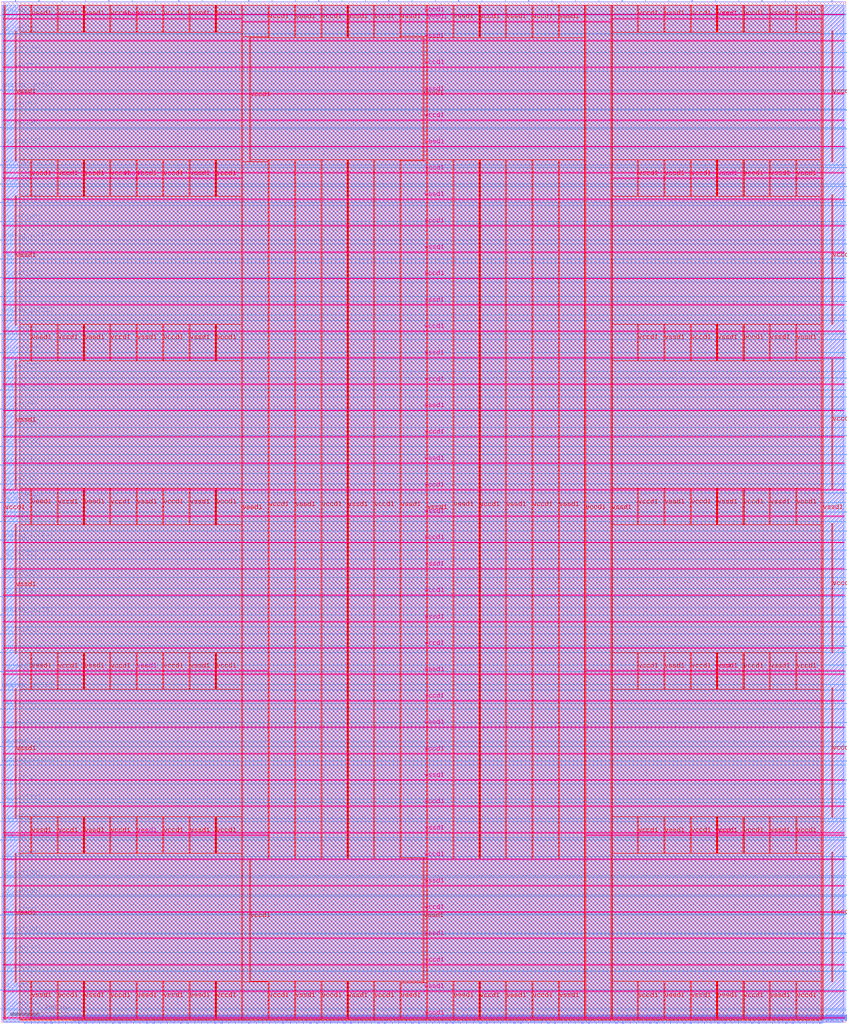
<source format=lef>
VERSION 5.7 ;
  NOWIREEXTENSIONATPIN ON ;
  DIVIDERCHAR "/" ;
  BUSBITCHARS "[]" ;
MACRO Marmot
  CLASS BLOCK ;
  FOREIGN Marmot ;
  ORIGIN 0.000 0.000 ;
  SIZE 2880.000 BY 3480.000 ;
  PIN analog_io[0]
    DIRECTION INOUT ;
    USE SIGNAL ;
    PORT
      LAYER met3 ;
        RECT 2879.000 1412.780 2884.800 1413.980 ;
    END
  END analog_io[0]
  PIN analog_io[10]
    DIRECTION INOUT ;
    USE SIGNAL ;
    PORT
      LAYER met2 ;
        RECT 2195.530 3479.000 2196.090 3484.800 ;
    END
  END analog_io[10]
  PIN analog_io[11]
    DIRECTION INOUT ;
    USE SIGNAL ;
    PORT
      LAYER met2 ;
        RECT 1877.210 3479.000 1877.770 3484.800 ;
    END
  END analog_io[11]
  PIN analog_io[12]
    DIRECTION INOUT ;
    USE SIGNAL ;
    PORT
      LAYER met2 ;
        RECT 1558.890 3479.000 1559.450 3484.800 ;
    END
  END analog_io[12]
  PIN analog_io[13]
    DIRECTION INOUT ;
    USE SIGNAL ;
    PORT
      LAYER met2 ;
        RECT 1240.570 3479.000 1241.130 3484.800 ;
    END
  END analog_io[13]
  PIN analog_io[14]
    DIRECTION INOUT ;
    USE SIGNAL ;
    PORT
      LAYER met2 ;
        RECT 922.250 3479.000 922.810 3484.800 ;
    END
  END analog_io[14]
  PIN analog_io[15]
    DIRECTION INOUT ;
    USE SIGNAL ;
    PORT
      LAYER met2 ;
        RECT 603.930 3479.000 604.490 3484.800 ;
    END
  END analog_io[15]
  PIN analog_io[16]
    DIRECTION INOUT ;
    USE SIGNAL ;
    PORT
      LAYER met2 ;
        RECT 285.610 3479.000 286.170 3484.800 ;
    END
  END analog_io[16]
  PIN analog_io[17]
    DIRECTION INOUT ;
    USE SIGNAL ;
    PORT
      LAYER met3 ;
        RECT -4.800 3433.060 1.000 3434.260 ;
    END
  END analog_io[17]
  PIN analog_io[18]
    DIRECTION INOUT ;
    USE SIGNAL ;
    PORT
      LAYER met3 ;
        RECT -4.800 3177.380 1.000 3178.580 ;
    END
  END analog_io[18]
  PIN analog_io[19]
    DIRECTION INOUT ;
    USE SIGNAL ;
    PORT
      LAYER met3 ;
        RECT -4.800 2921.700 1.000 2922.900 ;
    END
  END analog_io[19]
  PIN analog_io[1]
    DIRECTION INOUT ;
    USE SIGNAL ;
    PORT
      LAYER met3 ;
        RECT 2879.000 1673.900 2884.800 1675.100 ;
    END
  END analog_io[1]
  PIN analog_io[20]
    DIRECTION INOUT ;
    USE SIGNAL ;
    PORT
      LAYER met3 ;
        RECT -4.800 2666.020 1.000 2667.220 ;
    END
  END analog_io[20]
  PIN analog_io[21]
    DIRECTION INOUT ;
    USE SIGNAL ;
    PORT
      LAYER met3 ;
        RECT -4.800 2410.340 1.000 2411.540 ;
    END
  END analog_io[21]
  PIN analog_io[22]
    DIRECTION INOUT ;
    USE SIGNAL ;
    PORT
      LAYER met3 ;
        RECT -4.800 2154.660 1.000 2155.860 ;
    END
  END analog_io[22]
  PIN analog_io[23]
    DIRECTION INOUT ;
    USE SIGNAL ;
    PORT
      LAYER met3 ;
        RECT -4.800 1898.980 1.000 1900.180 ;
    END
  END analog_io[23]
  PIN analog_io[24]
    DIRECTION INOUT ;
    USE SIGNAL ;
    PORT
      LAYER met3 ;
        RECT -4.800 1643.300 1.000 1644.500 ;
    END
  END analog_io[24]
  PIN analog_io[25]
    DIRECTION INOUT ;
    USE SIGNAL ;
    PORT
      LAYER met3 ;
        RECT -4.800 1387.620 1.000 1388.820 ;
    END
  END analog_io[25]
  PIN analog_io[26]
    DIRECTION INOUT ;
    USE SIGNAL ;
    PORT
      LAYER met3 ;
        RECT -4.800 1131.940 1.000 1133.140 ;
    END
  END analog_io[26]
  PIN analog_io[27]
    DIRECTION INOUT ;
    USE SIGNAL ;
    PORT
      LAYER met3 ;
        RECT -4.800 876.260 1.000 877.460 ;
    END
  END analog_io[27]
  PIN analog_io[28]
    DIRECTION INOUT ;
    USE SIGNAL ;
    PORT
      LAYER met3 ;
        RECT -4.800 620.580 1.000 621.780 ;
    END
  END analog_io[28]
  PIN analog_io[2]
    DIRECTION INOUT ;
    USE SIGNAL ;
    PORT
      LAYER met3 ;
        RECT 2879.000 1935.020 2884.800 1936.220 ;
    END
  END analog_io[2]
  PIN analog_io[3]
    DIRECTION INOUT ;
    USE SIGNAL ;
    PORT
      LAYER met3 ;
        RECT 2879.000 2196.140 2884.800 2197.340 ;
    END
  END analog_io[3]
  PIN analog_io[4]
    DIRECTION INOUT ;
    USE SIGNAL ;
    PORT
      LAYER met3 ;
        RECT 2879.000 2457.260 2884.800 2458.460 ;
    END
  END analog_io[4]
  PIN analog_io[5]
    DIRECTION INOUT ;
    USE SIGNAL ;
    PORT
      LAYER met3 ;
        RECT 2879.000 2718.380 2884.800 2719.580 ;
    END
  END analog_io[5]
  PIN analog_io[6]
    DIRECTION INOUT ;
    USE SIGNAL ;
    PORT
      LAYER met3 ;
        RECT 2879.000 2979.500 2884.800 2980.700 ;
    END
  END analog_io[6]
  PIN analog_io[7]
    DIRECTION INOUT ;
    USE SIGNAL ;
    PORT
      LAYER met3 ;
        RECT 2879.000 3240.620 2884.800 3241.820 ;
    END
  END analog_io[7]
  PIN analog_io[8]
    DIRECTION INOUT ;
    USE SIGNAL ;
    PORT
      LAYER met2 ;
        RECT 2832.170 3479.000 2832.730 3484.800 ;
    END
  END analog_io[8]
  PIN analog_io[9]
    DIRECTION INOUT ;
    USE SIGNAL ;
    PORT
      LAYER met2 ;
        RECT 2513.850 3479.000 2514.410 3484.800 ;
    END
  END analog_io[9]
  PIN io_in[0]
    DIRECTION INPUT ;
    USE SIGNAL ;
    PORT
      LAYER met3 ;
        RECT 2879.000 41.900 2884.800 43.100 ;
    END
  END io_in[0]
  PIN io_in[10]
    DIRECTION INPUT ;
    USE SIGNAL ;
    PORT
      LAYER met3 ;
        RECT 2879.000 2261.420 2884.800 2262.620 ;
    END
  END io_in[10]
  PIN io_in[11]
    DIRECTION INPUT ;
    USE SIGNAL ;
    PORT
      LAYER met3 ;
        RECT 2879.000 2522.540 2884.800 2523.740 ;
    END
  END io_in[11]
  PIN io_in[12]
    DIRECTION INPUT ;
    USE SIGNAL ;
    PORT
      LAYER met3 ;
        RECT 2879.000 2783.660 2884.800 2784.860 ;
    END
  END io_in[12]
  PIN io_in[13]
    DIRECTION INPUT ;
    USE SIGNAL ;
    PORT
      LAYER met3 ;
        RECT 2879.000 3044.780 2884.800 3045.980 ;
    END
  END io_in[13]
  PIN io_in[14]
    DIRECTION INPUT ;
    USE SIGNAL ;
    PORT
      LAYER met3 ;
        RECT 2879.000 3305.900 2884.800 3307.100 ;
    END
  END io_in[14]
  PIN io_in[15]
    DIRECTION INPUT ;
    USE SIGNAL ;
    PORT
      LAYER met2 ;
        RECT 2752.590 3479.000 2753.150 3484.800 ;
    END
  END io_in[15]
  PIN io_in[16]
    DIRECTION INPUT ;
    USE SIGNAL ;
    PORT
      LAYER met2 ;
        RECT 2434.270 3479.000 2434.830 3484.800 ;
    END
  END io_in[16]
  PIN io_in[17]
    DIRECTION INPUT ;
    USE SIGNAL ;
    PORT
      LAYER met2 ;
        RECT 2115.950 3479.000 2116.510 3484.800 ;
    END
  END io_in[17]
  PIN io_in[18]
    DIRECTION INPUT ;
    USE SIGNAL ;
    PORT
      LAYER met2 ;
        RECT 1797.630 3479.000 1798.190 3484.800 ;
    END
  END io_in[18]
  PIN io_in[19]
    DIRECTION INPUT ;
    USE SIGNAL ;
    PORT
      LAYER met2 ;
        RECT 1479.310 3479.000 1479.870 3484.800 ;
    END
  END io_in[19]
  PIN io_in[1]
    DIRECTION INPUT ;
    USE SIGNAL ;
    PORT
      LAYER met3 ;
        RECT 2879.000 237.740 2884.800 238.940 ;
    END
  END io_in[1]
  PIN io_in[20]
    DIRECTION INPUT ;
    USE SIGNAL ;
    PORT
      LAYER met2 ;
        RECT 1160.990 3479.000 1161.550 3484.800 ;
    END
  END io_in[20]
  PIN io_in[21]
    DIRECTION INPUT ;
    USE SIGNAL ;
    PORT
      LAYER met2 ;
        RECT 842.670 3479.000 843.230 3484.800 ;
    END
  END io_in[21]
  PIN io_in[22]
    DIRECTION INPUT ;
    USE SIGNAL ;
    PORT
      LAYER met2 ;
        RECT 524.350 3479.000 524.910 3484.800 ;
    END
  END io_in[22]
  PIN io_in[23]
    DIRECTION INPUT ;
    USE SIGNAL ;
    PORT
      LAYER met2 ;
        RECT 206.030 3479.000 206.590 3484.800 ;
    END
  END io_in[23]
  PIN io_in[24]
    DIRECTION INPUT ;
    USE SIGNAL ;
    PORT
      LAYER met3 ;
        RECT -4.800 3369.140 1.000 3370.340 ;
    END
  END io_in[24]
  PIN io_in[25]
    DIRECTION INPUT ;
    USE SIGNAL ;
    PORT
      LAYER met3 ;
        RECT -4.800 3113.460 1.000 3114.660 ;
    END
  END io_in[25]
  PIN io_in[26]
    DIRECTION INPUT ;
    USE SIGNAL ;
    PORT
      LAYER met3 ;
        RECT -4.800 2857.780 1.000 2858.980 ;
    END
  END io_in[26]
  PIN io_in[27]
    DIRECTION INPUT ;
    USE SIGNAL ;
    PORT
      LAYER met3 ;
        RECT -4.800 2602.100 1.000 2603.300 ;
    END
  END io_in[27]
  PIN io_in[28]
    DIRECTION INPUT ;
    USE SIGNAL ;
    PORT
      LAYER met3 ;
        RECT -4.800 2346.420 1.000 2347.620 ;
    END
  END io_in[28]
  PIN io_in[29]
    DIRECTION INPUT ;
    USE SIGNAL ;
    PORT
      LAYER met3 ;
        RECT -4.800 2090.740 1.000 2091.940 ;
    END
  END io_in[29]
  PIN io_in[2]
    DIRECTION INPUT ;
    USE SIGNAL ;
    PORT
      LAYER met3 ;
        RECT 2879.000 433.580 2884.800 434.780 ;
    END
  END io_in[2]
  PIN io_in[30]
    DIRECTION INPUT ;
    USE SIGNAL ;
    PORT
      LAYER met3 ;
        RECT -4.800 1835.060 1.000 1836.260 ;
    END
  END io_in[30]
  PIN io_in[31]
    DIRECTION INPUT ;
    USE SIGNAL ;
    PORT
      LAYER met3 ;
        RECT -4.800 1579.380 1.000 1580.580 ;
    END
  END io_in[31]
  PIN io_in[32]
    DIRECTION INPUT ;
    USE SIGNAL ;
    PORT
      LAYER met3 ;
        RECT -4.800 1323.700 1.000 1324.900 ;
    END
  END io_in[32]
  PIN io_in[33]
    DIRECTION INPUT ;
    USE SIGNAL ;
    PORT
      LAYER met3 ;
        RECT -4.800 1068.020 1.000 1069.220 ;
    END
  END io_in[33]
  PIN io_in[34]
    DIRECTION INPUT ;
    USE SIGNAL ;
    PORT
      LAYER met3 ;
        RECT -4.800 812.340 1.000 813.540 ;
    END
  END io_in[34]
  PIN io_in[35]
    DIRECTION INPUT ;
    USE SIGNAL ;
    PORT
      LAYER met3 ;
        RECT -4.800 556.660 1.000 557.860 ;
    END
  END io_in[35]
  PIN io_in[36]
    DIRECTION INPUT ;
    USE SIGNAL ;
    PORT
      LAYER met3 ;
        RECT -4.800 364.900 1.000 366.100 ;
    END
  END io_in[36]
  PIN io_in[37]
    DIRECTION INPUT ;
    USE SIGNAL ;
    PORT
      LAYER met3 ;
        RECT -4.800 173.140 1.000 174.340 ;
    END
  END io_in[37]
  PIN io_in[3]
    DIRECTION INPUT ;
    USE SIGNAL ;
    PORT
      LAYER met3 ;
        RECT 2879.000 629.420 2884.800 630.620 ;
    END
  END io_in[3]
  PIN io_in[4]
    DIRECTION INPUT ;
    USE SIGNAL ;
    PORT
      LAYER met3 ;
        RECT 2879.000 825.260 2884.800 826.460 ;
    END
  END io_in[4]
  PIN io_in[5]
    DIRECTION INPUT ;
    USE SIGNAL ;
    PORT
      LAYER met3 ;
        RECT 2879.000 1021.100 2884.800 1022.300 ;
    END
  END io_in[5]
  PIN io_in[6]
    DIRECTION INPUT ;
    USE SIGNAL ;
    PORT
      LAYER met3 ;
        RECT 2879.000 1216.940 2884.800 1218.140 ;
    END
  END io_in[6]
  PIN io_in[7]
    DIRECTION INPUT ;
    USE SIGNAL ;
    PORT
      LAYER met3 ;
        RECT 2879.000 1478.060 2884.800 1479.260 ;
    END
  END io_in[7]
  PIN io_in[8]
    DIRECTION INPUT ;
    USE SIGNAL ;
    PORT
      LAYER met3 ;
        RECT 2879.000 1739.180 2884.800 1740.380 ;
    END
  END io_in[8]
  PIN io_in[9]
    DIRECTION INPUT ;
    USE SIGNAL ;
    PORT
      LAYER met3 ;
        RECT 2879.000 2000.300 2884.800 2001.500 ;
    END
  END io_in[9]
  PIN io_oeb[0]
    DIRECTION OUTPUT TRISTATE ;
    USE SIGNAL ;
    PORT
      LAYER met3 ;
        RECT 2879.000 172.460 2884.800 173.660 ;
    END
  END io_oeb[0]
  PIN io_oeb[10]
    DIRECTION OUTPUT TRISTATE ;
    USE SIGNAL ;
    PORT
      LAYER met3 ;
        RECT 2879.000 2391.980 2884.800 2393.180 ;
    END
  END io_oeb[10]
  PIN io_oeb[11]
    DIRECTION OUTPUT TRISTATE ;
    USE SIGNAL ;
    PORT
      LAYER met3 ;
        RECT 2879.000 2653.100 2884.800 2654.300 ;
    END
  END io_oeb[11]
  PIN io_oeb[12]
    DIRECTION OUTPUT TRISTATE ;
    USE SIGNAL ;
    PORT
      LAYER met3 ;
        RECT 2879.000 2914.220 2884.800 2915.420 ;
    END
  END io_oeb[12]
  PIN io_oeb[13]
    DIRECTION OUTPUT TRISTATE ;
    USE SIGNAL ;
    PORT
      LAYER met3 ;
        RECT 2879.000 3175.340 2884.800 3176.540 ;
    END
  END io_oeb[13]
  PIN io_oeb[14]
    DIRECTION OUTPUT TRISTATE ;
    USE SIGNAL ;
    PORT
      LAYER met3 ;
        RECT 2879.000 3436.460 2884.800 3437.660 ;
    END
  END io_oeb[14]
  PIN io_oeb[15]
    DIRECTION OUTPUT TRISTATE ;
    USE SIGNAL ;
    PORT
      LAYER met2 ;
        RECT 2593.430 3479.000 2593.990 3484.800 ;
    END
  END io_oeb[15]
  PIN io_oeb[16]
    DIRECTION OUTPUT TRISTATE ;
    USE SIGNAL ;
    PORT
      LAYER met2 ;
        RECT 2275.110 3479.000 2275.670 3484.800 ;
    END
  END io_oeb[16]
  PIN io_oeb[17]
    DIRECTION OUTPUT TRISTATE ;
    USE SIGNAL ;
    PORT
      LAYER met2 ;
        RECT 1956.790 3479.000 1957.350 3484.800 ;
    END
  END io_oeb[17]
  PIN io_oeb[18]
    DIRECTION OUTPUT TRISTATE ;
    USE SIGNAL ;
    PORT
      LAYER met2 ;
        RECT 1638.470 3479.000 1639.030 3484.800 ;
    END
  END io_oeb[18]
  PIN io_oeb[19]
    DIRECTION OUTPUT TRISTATE ;
    USE SIGNAL ;
    PORT
      LAYER met2 ;
        RECT 1320.150 3479.000 1320.710 3484.800 ;
    END
  END io_oeb[19]
  PIN io_oeb[1]
    DIRECTION OUTPUT TRISTATE ;
    USE SIGNAL ;
    PORT
      LAYER met3 ;
        RECT 2879.000 368.300 2884.800 369.500 ;
    END
  END io_oeb[1]
  PIN io_oeb[20]
    DIRECTION OUTPUT TRISTATE ;
    USE SIGNAL ;
    PORT
      LAYER met2 ;
        RECT 1001.830 3479.000 1002.390 3484.800 ;
    END
  END io_oeb[20]
  PIN io_oeb[21]
    DIRECTION OUTPUT TRISTATE ;
    USE SIGNAL ;
    PORT
      LAYER met2 ;
        RECT 683.510 3479.000 684.070 3484.800 ;
    END
  END io_oeb[21]
  PIN io_oeb[22]
    DIRECTION OUTPUT TRISTATE ;
    USE SIGNAL ;
    PORT
      LAYER met2 ;
        RECT 365.190 3479.000 365.750 3484.800 ;
    END
  END io_oeb[22]
  PIN io_oeb[23]
    DIRECTION OUTPUT TRISTATE ;
    USE SIGNAL ;
    PORT
      LAYER met2 ;
        RECT 46.870 3479.000 47.430 3484.800 ;
    END
  END io_oeb[23]
  PIN io_oeb[24]
    DIRECTION OUTPUT TRISTATE ;
    USE SIGNAL ;
    PORT
      LAYER met3 ;
        RECT -4.800 3241.300 1.000 3242.500 ;
    END
  END io_oeb[24]
  PIN io_oeb[25]
    DIRECTION OUTPUT TRISTATE ;
    USE SIGNAL ;
    PORT
      LAYER met3 ;
        RECT -4.800 2985.620 1.000 2986.820 ;
    END
  END io_oeb[25]
  PIN io_oeb[26]
    DIRECTION OUTPUT TRISTATE ;
    USE SIGNAL ;
    PORT
      LAYER met3 ;
        RECT -4.800 2729.940 1.000 2731.140 ;
    END
  END io_oeb[26]
  PIN io_oeb[27]
    DIRECTION OUTPUT TRISTATE ;
    USE SIGNAL ;
    PORT
      LAYER met3 ;
        RECT -4.800 2474.260 1.000 2475.460 ;
    END
  END io_oeb[27]
  PIN io_oeb[28]
    DIRECTION OUTPUT TRISTATE ;
    USE SIGNAL ;
    PORT
      LAYER met3 ;
        RECT -4.800 2218.580 1.000 2219.780 ;
    END
  END io_oeb[28]
  PIN io_oeb[29]
    DIRECTION OUTPUT TRISTATE ;
    USE SIGNAL ;
    PORT
      LAYER met3 ;
        RECT -4.800 1962.900 1.000 1964.100 ;
    END
  END io_oeb[29]
  PIN io_oeb[2]
    DIRECTION OUTPUT TRISTATE ;
    USE SIGNAL ;
    PORT
      LAYER met3 ;
        RECT 2879.000 564.140 2884.800 565.340 ;
    END
  END io_oeb[2]
  PIN io_oeb[30]
    DIRECTION OUTPUT TRISTATE ;
    USE SIGNAL ;
    PORT
      LAYER met3 ;
        RECT -4.800 1707.220 1.000 1708.420 ;
    END
  END io_oeb[30]
  PIN io_oeb[31]
    DIRECTION OUTPUT TRISTATE ;
    USE SIGNAL ;
    PORT
      LAYER met3 ;
        RECT -4.800 1451.540 1.000 1452.740 ;
    END
  END io_oeb[31]
  PIN io_oeb[32]
    DIRECTION OUTPUT TRISTATE ;
    USE SIGNAL ;
    PORT
      LAYER met3 ;
        RECT -4.800 1195.860 1.000 1197.060 ;
    END
  END io_oeb[32]
  PIN io_oeb[33]
    DIRECTION OUTPUT TRISTATE ;
    USE SIGNAL ;
    PORT
      LAYER met3 ;
        RECT -4.800 940.180 1.000 941.380 ;
    END
  END io_oeb[33]
  PIN io_oeb[34]
    DIRECTION OUTPUT TRISTATE ;
    USE SIGNAL ;
    PORT
      LAYER met3 ;
        RECT -4.800 684.500 1.000 685.700 ;
    END
  END io_oeb[34]
  PIN io_oeb[35]
    DIRECTION OUTPUT TRISTATE ;
    USE SIGNAL ;
    PORT
      LAYER met3 ;
        RECT -4.800 428.820 1.000 430.020 ;
    END
  END io_oeb[35]
  PIN io_oeb[36]
    DIRECTION OUTPUT TRISTATE ;
    USE SIGNAL ;
    PORT
      LAYER met3 ;
        RECT -4.800 237.060 1.000 238.260 ;
    END
  END io_oeb[36]
  PIN io_oeb[37]
    DIRECTION OUTPUT TRISTATE ;
    USE SIGNAL ;
    PORT
      LAYER met3 ;
        RECT -4.800 45.300 1.000 46.500 ;
    END
  END io_oeb[37]
  PIN io_oeb[3]
    DIRECTION OUTPUT TRISTATE ;
    USE SIGNAL ;
    PORT
      LAYER met3 ;
        RECT 2879.000 759.980 2884.800 761.180 ;
    END
  END io_oeb[3]
  PIN io_oeb[4]
    DIRECTION OUTPUT TRISTATE ;
    USE SIGNAL ;
    PORT
      LAYER met3 ;
        RECT 2879.000 955.820 2884.800 957.020 ;
    END
  END io_oeb[4]
  PIN io_oeb[5]
    DIRECTION OUTPUT TRISTATE ;
    USE SIGNAL ;
    PORT
      LAYER met3 ;
        RECT 2879.000 1151.660 2884.800 1152.860 ;
    END
  END io_oeb[5]
  PIN io_oeb[6]
    DIRECTION OUTPUT TRISTATE ;
    USE SIGNAL ;
    PORT
      LAYER met3 ;
        RECT 2879.000 1347.500 2884.800 1348.700 ;
    END
  END io_oeb[6]
  PIN io_oeb[7]
    DIRECTION OUTPUT TRISTATE ;
    USE SIGNAL ;
    PORT
      LAYER met3 ;
        RECT 2879.000 1608.620 2884.800 1609.820 ;
    END
  END io_oeb[7]
  PIN io_oeb[8]
    DIRECTION OUTPUT TRISTATE ;
    USE SIGNAL ;
    PORT
      LAYER met3 ;
        RECT 2879.000 1869.740 2884.800 1870.940 ;
    END
  END io_oeb[8]
  PIN io_oeb[9]
    DIRECTION OUTPUT TRISTATE ;
    USE SIGNAL ;
    PORT
      LAYER met3 ;
        RECT 2879.000 2130.860 2884.800 2132.060 ;
    END
  END io_oeb[9]
  PIN io_out[0]
    DIRECTION OUTPUT TRISTATE ;
    USE SIGNAL ;
    PORT
      LAYER met3 ;
        RECT 2879.000 107.180 2884.800 108.380 ;
    END
  END io_out[0]
  PIN io_out[10]
    DIRECTION OUTPUT TRISTATE ;
    USE SIGNAL ;
    PORT
      LAYER met3 ;
        RECT 2879.000 2326.700 2884.800 2327.900 ;
    END
  END io_out[10]
  PIN io_out[11]
    DIRECTION OUTPUT TRISTATE ;
    USE SIGNAL ;
    PORT
      LAYER met3 ;
        RECT 2879.000 2587.820 2884.800 2589.020 ;
    END
  END io_out[11]
  PIN io_out[12]
    DIRECTION OUTPUT TRISTATE ;
    USE SIGNAL ;
    PORT
      LAYER met3 ;
        RECT 2879.000 2848.940 2884.800 2850.140 ;
    END
  END io_out[12]
  PIN io_out[13]
    DIRECTION OUTPUT TRISTATE ;
    USE SIGNAL ;
    PORT
      LAYER met3 ;
        RECT 2879.000 3110.060 2884.800 3111.260 ;
    END
  END io_out[13]
  PIN io_out[14]
    DIRECTION OUTPUT TRISTATE ;
    USE SIGNAL ;
    PORT
      LAYER met3 ;
        RECT 2879.000 3371.180 2884.800 3372.380 ;
    END
  END io_out[14]
  PIN io_out[15]
    DIRECTION OUTPUT TRISTATE ;
    USE SIGNAL ;
    PORT
      LAYER met2 ;
        RECT 2673.010 3479.000 2673.570 3484.800 ;
    END
  END io_out[15]
  PIN io_out[16]
    DIRECTION OUTPUT TRISTATE ;
    USE SIGNAL ;
    PORT
      LAYER met2 ;
        RECT 2354.690 3479.000 2355.250 3484.800 ;
    END
  END io_out[16]
  PIN io_out[17]
    DIRECTION OUTPUT TRISTATE ;
    USE SIGNAL ;
    PORT
      LAYER met2 ;
        RECT 2036.370 3479.000 2036.930 3484.800 ;
    END
  END io_out[17]
  PIN io_out[18]
    DIRECTION OUTPUT TRISTATE ;
    USE SIGNAL ;
    PORT
      LAYER met2 ;
        RECT 1718.050 3479.000 1718.610 3484.800 ;
    END
  END io_out[18]
  PIN io_out[19]
    DIRECTION OUTPUT TRISTATE ;
    USE SIGNAL ;
    PORT
      LAYER met2 ;
        RECT 1399.730 3479.000 1400.290 3484.800 ;
    END
  END io_out[19]
  PIN io_out[1]
    DIRECTION OUTPUT TRISTATE ;
    USE SIGNAL ;
    PORT
      LAYER met3 ;
        RECT 2879.000 303.020 2884.800 304.220 ;
    END
  END io_out[1]
  PIN io_out[20]
    DIRECTION OUTPUT TRISTATE ;
    USE SIGNAL ;
    PORT
      LAYER met2 ;
        RECT 1081.410 3479.000 1081.970 3484.800 ;
    END
  END io_out[20]
  PIN io_out[21]
    DIRECTION OUTPUT TRISTATE ;
    USE SIGNAL ;
    PORT
      LAYER met2 ;
        RECT 763.090 3479.000 763.650 3484.800 ;
    END
  END io_out[21]
  PIN io_out[22]
    DIRECTION OUTPUT TRISTATE ;
    USE SIGNAL ;
    PORT
      LAYER met2 ;
        RECT 444.770 3479.000 445.330 3484.800 ;
    END
  END io_out[22]
  PIN io_out[23]
    DIRECTION OUTPUT TRISTATE ;
    USE SIGNAL ;
    PORT
      LAYER met2 ;
        RECT 126.450 3479.000 127.010 3484.800 ;
    END
  END io_out[23]
  PIN io_out[24]
    DIRECTION OUTPUT TRISTATE ;
    USE SIGNAL ;
    PORT
      LAYER met3 ;
        RECT -4.800 3305.220 1.000 3306.420 ;
    END
  END io_out[24]
  PIN io_out[25]
    DIRECTION OUTPUT TRISTATE ;
    USE SIGNAL ;
    PORT
      LAYER met3 ;
        RECT -4.800 3049.540 1.000 3050.740 ;
    END
  END io_out[25]
  PIN io_out[26]
    DIRECTION OUTPUT TRISTATE ;
    USE SIGNAL ;
    PORT
      LAYER met3 ;
        RECT -4.800 2793.860 1.000 2795.060 ;
    END
  END io_out[26]
  PIN io_out[27]
    DIRECTION OUTPUT TRISTATE ;
    USE SIGNAL ;
    PORT
      LAYER met3 ;
        RECT -4.800 2538.180 1.000 2539.380 ;
    END
  END io_out[27]
  PIN io_out[28]
    DIRECTION OUTPUT TRISTATE ;
    USE SIGNAL ;
    PORT
      LAYER met3 ;
        RECT -4.800 2282.500 1.000 2283.700 ;
    END
  END io_out[28]
  PIN io_out[29]
    DIRECTION OUTPUT TRISTATE ;
    USE SIGNAL ;
    PORT
      LAYER met3 ;
        RECT -4.800 2026.820 1.000 2028.020 ;
    END
  END io_out[29]
  PIN io_out[2]
    DIRECTION OUTPUT TRISTATE ;
    USE SIGNAL ;
    PORT
      LAYER met3 ;
        RECT 2879.000 498.860 2884.800 500.060 ;
    END
  END io_out[2]
  PIN io_out[30]
    DIRECTION OUTPUT TRISTATE ;
    USE SIGNAL ;
    PORT
      LAYER met3 ;
        RECT -4.800 1771.140 1.000 1772.340 ;
    END
  END io_out[30]
  PIN io_out[31]
    DIRECTION OUTPUT TRISTATE ;
    USE SIGNAL ;
    PORT
      LAYER met3 ;
        RECT -4.800 1515.460 1.000 1516.660 ;
    END
  END io_out[31]
  PIN io_out[32]
    DIRECTION OUTPUT TRISTATE ;
    USE SIGNAL ;
    PORT
      LAYER met3 ;
        RECT -4.800 1259.780 1.000 1260.980 ;
    END
  END io_out[32]
  PIN io_out[33]
    DIRECTION OUTPUT TRISTATE ;
    USE SIGNAL ;
    PORT
      LAYER met3 ;
        RECT -4.800 1004.100 1.000 1005.300 ;
    END
  END io_out[33]
  PIN io_out[34]
    DIRECTION OUTPUT TRISTATE ;
    USE SIGNAL ;
    PORT
      LAYER met3 ;
        RECT -4.800 748.420 1.000 749.620 ;
    END
  END io_out[34]
  PIN io_out[35]
    DIRECTION OUTPUT TRISTATE ;
    USE SIGNAL ;
    PORT
      LAYER met3 ;
        RECT -4.800 492.740 1.000 493.940 ;
    END
  END io_out[35]
  PIN io_out[36]
    DIRECTION OUTPUT TRISTATE ;
    USE SIGNAL ;
    PORT
      LAYER met3 ;
        RECT -4.800 300.980 1.000 302.180 ;
    END
  END io_out[36]
  PIN io_out[37]
    DIRECTION OUTPUT TRISTATE ;
    USE SIGNAL ;
    PORT
      LAYER met3 ;
        RECT -4.800 109.220 1.000 110.420 ;
    END
  END io_out[37]
  PIN io_out[3]
    DIRECTION OUTPUT TRISTATE ;
    USE SIGNAL ;
    PORT
      LAYER met3 ;
        RECT 2879.000 694.700 2884.800 695.900 ;
    END
  END io_out[3]
  PIN io_out[4]
    DIRECTION OUTPUT TRISTATE ;
    USE SIGNAL ;
    PORT
      LAYER met3 ;
        RECT 2879.000 890.540 2884.800 891.740 ;
    END
  END io_out[4]
  PIN io_out[5]
    DIRECTION OUTPUT TRISTATE ;
    USE SIGNAL ;
    PORT
      LAYER met3 ;
        RECT 2879.000 1086.380 2884.800 1087.580 ;
    END
  END io_out[5]
  PIN io_out[6]
    DIRECTION OUTPUT TRISTATE ;
    USE SIGNAL ;
    PORT
      LAYER met3 ;
        RECT 2879.000 1282.220 2884.800 1283.420 ;
    END
  END io_out[6]
  PIN io_out[7]
    DIRECTION OUTPUT TRISTATE ;
    USE SIGNAL ;
    PORT
      LAYER met3 ;
        RECT 2879.000 1543.340 2884.800 1544.540 ;
    END
  END io_out[7]
  PIN io_out[8]
    DIRECTION OUTPUT TRISTATE ;
    USE SIGNAL ;
    PORT
      LAYER met3 ;
        RECT 2879.000 1804.460 2884.800 1805.660 ;
    END
  END io_out[8]
  PIN io_out[9]
    DIRECTION OUTPUT TRISTATE ;
    USE SIGNAL ;
    PORT
      LAYER met3 ;
        RECT 2879.000 2065.580 2884.800 2066.780 ;
    END
  END io_out[9]
  PIN la_data_in[0]
    DIRECTION INPUT ;
    USE SIGNAL ;
    PORT
      LAYER met2 ;
        RECT 664.190 -4.800 664.750 1.000 ;
    END
  END la_data_in[0]
  PIN la_data_in[100]
    DIRECTION INPUT ;
    USE SIGNAL ;
    PORT
      LAYER met2 ;
        RECT 2320.190 -4.800 2320.750 1.000 ;
    END
  END la_data_in[100]
  PIN la_data_in[101]
    DIRECTION INPUT ;
    USE SIGNAL ;
    PORT
      LAYER met2 ;
        RECT 2336.750 -4.800 2337.310 1.000 ;
    END
  END la_data_in[101]
  PIN la_data_in[102]
    DIRECTION INPUT ;
    USE SIGNAL ;
    PORT
      LAYER met2 ;
        RECT 2353.310 -4.800 2353.870 1.000 ;
    END
  END la_data_in[102]
  PIN la_data_in[103]
    DIRECTION INPUT ;
    USE SIGNAL ;
    PORT
      LAYER met2 ;
        RECT 2369.870 -4.800 2370.430 1.000 ;
    END
  END la_data_in[103]
  PIN la_data_in[104]
    DIRECTION INPUT ;
    USE SIGNAL ;
    PORT
      LAYER met2 ;
        RECT 2386.430 -4.800 2386.990 1.000 ;
    END
  END la_data_in[104]
  PIN la_data_in[105]
    DIRECTION INPUT ;
    USE SIGNAL ;
    PORT
      LAYER met2 ;
        RECT 2402.990 -4.800 2403.550 1.000 ;
    END
  END la_data_in[105]
  PIN la_data_in[106]
    DIRECTION INPUT ;
    USE SIGNAL ;
    PORT
      LAYER met2 ;
        RECT 2419.550 -4.800 2420.110 1.000 ;
    END
  END la_data_in[106]
  PIN la_data_in[107]
    DIRECTION INPUT ;
    USE SIGNAL ;
    PORT
      LAYER met2 ;
        RECT 2436.110 -4.800 2436.670 1.000 ;
    END
  END la_data_in[107]
  PIN la_data_in[108]
    DIRECTION INPUT ;
    USE SIGNAL ;
    PORT
      LAYER met2 ;
        RECT 2452.670 -4.800 2453.230 1.000 ;
    END
  END la_data_in[108]
  PIN la_data_in[109]
    DIRECTION INPUT ;
    USE SIGNAL ;
    PORT
      LAYER met2 ;
        RECT 2469.230 -4.800 2469.790 1.000 ;
    END
  END la_data_in[109]
  PIN la_data_in[10]
    DIRECTION INPUT ;
    USE SIGNAL ;
    PORT
      LAYER met2 ;
        RECT 829.790 -4.800 830.350 1.000 ;
    END
  END la_data_in[10]
  PIN la_data_in[110]
    DIRECTION INPUT ;
    USE SIGNAL ;
    PORT
      LAYER met2 ;
        RECT 2485.790 -4.800 2486.350 1.000 ;
    END
  END la_data_in[110]
  PIN la_data_in[111]
    DIRECTION INPUT ;
    USE SIGNAL ;
    PORT
      LAYER met2 ;
        RECT 2502.350 -4.800 2502.910 1.000 ;
    END
  END la_data_in[111]
  PIN la_data_in[112]
    DIRECTION INPUT ;
    USE SIGNAL ;
    PORT
      LAYER met2 ;
        RECT 2518.910 -4.800 2519.470 1.000 ;
    END
  END la_data_in[112]
  PIN la_data_in[113]
    DIRECTION INPUT ;
    USE SIGNAL ;
    PORT
      LAYER met2 ;
        RECT 2535.470 -4.800 2536.030 1.000 ;
    END
  END la_data_in[113]
  PIN la_data_in[114]
    DIRECTION INPUT ;
    USE SIGNAL ;
    PORT
      LAYER met2 ;
        RECT 2552.030 -4.800 2552.590 1.000 ;
    END
  END la_data_in[114]
  PIN la_data_in[115]
    DIRECTION INPUT ;
    USE SIGNAL ;
    PORT
      LAYER met2 ;
        RECT 2568.590 -4.800 2569.150 1.000 ;
    END
  END la_data_in[115]
  PIN la_data_in[116]
    DIRECTION INPUT ;
    USE SIGNAL ;
    PORT
      LAYER met2 ;
        RECT 2585.150 -4.800 2585.710 1.000 ;
    END
  END la_data_in[116]
  PIN la_data_in[117]
    DIRECTION INPUT ;
    USE SIGNAL ;
    PORT
      LAYER met2 ;
        RECT 2601.710 -4.800 2602.270 1.000 ;
    END
  END la_data_in[117]
  PIN la_data_in[118]
    DIRECTION INPUT ;
    USE SIGNAL ;
    PORT
      LAYER met2 ;
        RECT 2618.270 -4.800 2618.830 1.000 ;
    END
  END la_data_in[118]
  PIN la_data_in[119]
    DIRECTION INPUT ;
    USE SIGNAL ;
    PORT
      LAYER met2 ;
        RECT 2634.830 -4.800 2635.390 1.000 ;
    END
  END la_data_in[119]
  PIN la_data_in[11]
    DIRECTION INPUT ;
    USE SIGNAL ;
    PORT
      LAYER met2 ;
        RECT 846.350 -4.800 846.910 1.000 ;
    END
  END la_data_in[11]
  PIN la_data_in[120]
    DIRECTION INPUT ;
    USE SIGNAL ;
    PORT
      LAYER met2 ;
        RECT 2651.390 -4.800 2651.950 1.000 ;
    END
  END la_data_in[120]
  PIN la_data_in[121]
    DIRECTION INPUT ;
    USE SIGNAL ;
    PORT
      LAYER met2 ;
        RECT 2667.950 -4.800 2668.510 1.000 ;
    END
  END la_data_in[121]
  PIN la_data_in[122]
    DIRECTION INPUT ;
    USE SIGNAL ;
    PORT
      LAYER met2 ;
        RECT 2684.510 -4.800 2685.070 1.000 ;
    END
  END la_data_in[122]
  PIN la_data_in[123]
    DIRECTION INPUT ;
    USE SIGNAL ;
    PORT
      LAYER met2 ;
        RECT 2701.070 -4.800 2701.630 1.000 ;
    END
  END la_data_in[123]
  PIN la_data_in[124]
    DIRECTION INPUT ;
    USE SIGNAL ;
    PORT
      LAYER met2 ;
        RECT 2717.630 -4.800 2718.190 1.000 ;
    END
  END la_data_in[124]
  PIN la_data_in[125]
    DIRECTION INPUT ;
    USE SIGNAL ;
    PORT
      LAYER met2 ;
        RECT 2734.190 -4.800 2734.750 1.000 ;
    END
  END la_data_in[125]
  PIN la_data_in[126]
    DIRECTION INPUT ;
    USE SIGNAL ;
    PORT
      LAYER met2 ;
        RECT 2750.750 -4.800 2751.310 1.000 ;
    END
  END la_data_in[126]
  PIN la_data_in[127]
    DIRECTION INPUT ;
    USE SIGNAL ;
    PORT
      LAYER met2 ;
        RECT 2767.310 -4.800 2767.870 1.000 ;
    END
  END la_data_in[127]
  PIN la_data_in[12]
    DIRECTION INPUT ;
    USE SIGNAL ;
    PORT
      LAYER met2 ;
        RECT 862.910 -4.800 863.470 1.000 ;
    END
  END la_data_in[12]
  PIN la_data_in[13]
    DIRECTION INPUT ;
    USE SIGNAL ;
    PORT
      LAYER met2 ;
        RECT 879.470 -4.800 880.030 1.000 ;
    END
  END la_data_in[13]
  PIN la_data_in[14]
    DIRECTION INPUT ;
    USE SIGNAL ;
    PORT
      LAYER met2 ;
        RECT 896.030 -4.800 896.590 1.000 ;
    END
  END la_data_in[14]
  PIN la_data_in[15]
    DIRECTION INPUT ;
    USE SIGNAL ;
    PORT
      LAYER met2 ;
        RECT 912.590 -4.800 913.150 1.000 ;
    END
  END la_data_in[15]
  PIN la_data_in[16]
    DIRECTION INPUT ;
    USE SIGNAL ;
    PORT
      LAYER met2 ;
        RECT 929.150 -4.800 929.710 1.000 ;
    END
  END la_data_in[16]
  PIN la_data_in[17]
    DIRECTION INPUT ;
    USE SIGNAL ;
    PORT
      LAYER met2 ;
        RECT 945.710 -4.800 946.270 1.000 ;
    END
  END la_data_in[17]
  PIN la_data_in[18]
    DIRECTION INPUT ;
    USE SIGNAL ;
    PORT
      LAYER met2 ;
        RECT 962.270 -4.800 962.830 1.000 ;
    END
  END la_data_in[18]
  PIN la_data_in[19]
    DIRECTION INPUT ;
    USE SIGNAL ;
    PORT
      LAYER met2 ;
        RECT 978.830 -4.800 979.390 1.000 ;
    END
  END la_data_in[19]
  PIN la_data_in[1]
    DIRECTION INPUT ;
    USE SIGNAL ;
    PORT
      LAYER met2 ;
        RECT 680.750 -4.800 681.310 1.000 ;
    END
  END la_data_in[1]
  PIN la_data_in[20]
    DIRECTION INPUT ;
    USE SIGNAL ;
    PORT
      LAYER met2 ;
        RECT 995.390 -4.800 995.950 1.000 ;
    END
  END la_data_in[20]
  PIN la_data_in[21]
    DIRECTION INPUT ;
    USE SIGNAL ;
    PORT
      LAYER met2 ;
        RECT 1011.950 -4.800 1012.510 1.000 ;
    END
  END la_data_in[21]
  PIN la_data_in[22]
    DIRECTION INPUT ;
    USE SIGNAL ;
    PORT
      LAYER met2 ;
        RECT 1028.510 -4.800 1029.070 1.000 ;
    END
  END la_data_in[22]
  PIN la_data_in[23]
    DIRECTION INPUT ;
    USE SIGNAL ;
    PORT
      LAYER met2 ;
        RECT 1045.070 -4.800 1045.630 1.000 ;
    END
  END la_data_in[23]
  PIN la_data_in[24]
    DIRECTION INPUT ;
    USE SIGNAL ;
    PORT
      LAYER met2 ;
        RECT 1061.630 -4.800 1062.190 1.000 ;
    END
  END la_data_in[24]
  PIN la_data_in[25]
    DIRECTION INPUT ;
    USE SIGNAL ;
    PORT
      LAYER met2 ;
        RECT 1078.190 -4.800 1078.750 1.000 ;
    END
  END la_data_in[25]
  PIN la_data_in[26]
    DIRECTION INPUT ;
    USE SIGNAL ;
    PORT
      LAYER met2 ;
        RECT 1094.750 -4.800 1095.310 1.000 ;
    END
  END la_data_in[26]
  PIN la_data_in[27]
    DIRECTION INPUT ;
    USE SIGNAL ;
    PORT
      LAYER met2 ;
        RECT 1111.310 -4.800 1111.870 1.000 ;
    END
  END la_data_in[27]
  PIN la_data_in[28]
    DIRECTION INPUT ;
    USE SIGNAL ;
    PORT
      LAYER met2 ;
        RECT 1127.870 -4.800 1128.430 1.000 ;
    END
  END la_data_in[28]
  PIN la_data_in[29]
    DIRECTION INPUT ;
    USE SIGNAL ;
    PORT
      LAYER met2 ;
        RECT 1144.430 -4.800 1144.990 1.000 ;
    END
  END la_data_in[29]
  PIN la_data_in[2]
    DIRECTION INPUT ;
    USE SIGNAL ;
    PORT
      LAYER met2 ;
        RECT 697.310 -4.800 697.870 1.000 ;
    END
  END la_data_in[2]
  PIN la_data_in[30]
    DIRECTION INPUT ;
    USE SIGNAL ;
    PORT
      LAYER met2 ;
        RECT 1160.990 -4.800 1161.550 1.000 ;
    END
  END la_data_in[30]
  PIN la_data_in[31]
    DIRECTION INPUT ;
    USE SIGNAL ;
    PORT
      LAYER met2 ;
        RECT 1177.550 -4.800 1178.110 1.000 ;
    END
  END la_data_in[31]
  PIN la_data_in[32]
    DIRECTION INPUT ;
    USE SIGNAL ;
    PORT
      LAYER met2 ;
        RECT 1194.110 -4.800 1194.670 1.000 ;
    END
  END la_data_in[32]
  PIN la_data_in[33]
    DIRECTION INPUT ;
    USE SIGNAL ;
    PORT
      LAYER met2 ;
        RECT 1210.670 -4.800 1211.230 1.000 ;
    END
  END la_data_in[33]
  PIN la_data_in[34]
    DIRECTION INPUT ;
    USE SIGNAL ;
    PORT
      LAYER met2 ;
        RECT 1227.230 -4.800 1227.790 1.000 ;
    END
  END la_data_in[34]
  PIN la_data_in[35]
    DIRECTION INPUT ;
    USE SIGNAL ;
    PORT
      LAYER met2 ;
        RECT 1243.790 -4.800 1244.350 1.000 ;
    END
  END la_data_in[35]
  PIN la_data_in[36]
    DIRECTION INPUT ;
    USE SIGNAL ;
    PORT
      LAYER met2 ;
        RECT 1260.350 -4.800 1260.910 1.000 ;
    END
  END la_data_in[36]
  PIN la_data_in[37]
    DIRECTION INPUT ;
    USE SIGNAL ;
    PORT
      LAYER met2 ;
        RECT 1276.910 -4.800 1277.470 1.000 ;
    END
  END la_data_in[37]
  PIN la_data_in[38]
    DIRECTION INPUT ;
    USE SIGNAL ;
    PORT
      LAYER met2 ;
        RECT 1293.470 -4.800 1294.030 1.000 ;
    END
  END la_data_in[38]
  PIN la_data_in[39]
    DIRECTION INPUT ;
    USE SIGNAL ;
    PORT
      LAYER met2 ;
        RECT 1310.030 -4.800 1310.590 1.000 ;
    END
  END la_data_in[39]
  PIN la_data_in[3]
    DIRECTION INPUT ;
    USE SIGNAL ;
    PORT
      LAYER met2 ;
        RECT 713.870 -4.800 714.430 1.000 ;
    END
  END la_data_in[3]
  PIN la_data_in[40]
    DIRECTION INPUT ;
    USE SIGNAL ;
    PORT
      LAYER met2 ;
        RECT 1326.590 -4.800 1327.150 1.000 ;
    END
  END la_data_in[40]
  PIN la_data_in[41]
    DIRECTION INPUT ;
    USE SIGNAL ;
    PORT
      LAYER met2 ;
        RECT 1343.150 -4.800 1343.710 1.000 ;
    END
  END la_data_in[41]
  PIN la_data_in[42]
    DIRECTION INPUT ;
    USE SIGNAL ;
    PORT
      LAYER met2 ;
        RECT 1359.710 -4.800 1360.270 1.000 ;
    END
  END la_data_in[42]
  PIN la_data_in[43]
    DIRECTION INPUT ;
    USE SIGNAL ;
    PORT
      LAYER met2 ;
        RECT 1376.270 -4.800 1376.830 1.000 ;
    END
  END la_data_in[43]
  PIN la_data_in[44]
    DIRECTION INPUT ;
    USE SIGNAL ;
    PORT
      LAYER met2 ;
        RECT 1392.830 -4.800 1393.390 1.000 ;
    END
  END la_data_in[44]
  PIN la_data_in[45]
    DIRECTION INPUT ;
    USE SIGNAL ;
    PORT
      LAYER met2 ;
        RECT 1409.390 -4.800 1409.950 1.000 ;
    END
  END la_data_in[45]
  PIN la_data_in[46]
    DIRECTION INPUT ;
    USE SIGNAL ;
    PORT
      LAYER met2 ;
        RECT 1425.950 -4.800 1426.510 1.000 ;
    END
  END la_data_in[46]
  PIN la_data_in[47]
    DIRECTION INPUT ;
    USE SIGNAL ;
    PORT
      LAYER met2 ;
        RECT 1442.510 -4.800 1443.070 1.000 ;
    END
  END la_data_in[47]
  PIN la_data_in[48]
    DIRECTION INPUT ;
    USE SIGNAL ;
    PORT
      LAYER met2 ;
        RECT 1459.070 -4.800 1459.630 1.000 ;
    END
  END la_data_in[48]
  PIN la_data_in[49]
    DIRECTION INPUT ;
    USE SIGNAL ;
    PORT
      LAYER met2 ;
        RECT 1475.630 -4.800 1476.190 1.000 ;
    END
  END la_data_in[49]
  PIN la_data_in[4]
    DIRECTION INPUT ;
    USE SIGNAL ;
    PORT
      LAYER met2 ;
        RECT 730.430 -4.800 730.990 1.000 ;
    END
  END la_data_in[4]
  PIN la_data_in[50]
    DIRECTION INPUT ;
    USE SIGNAL ;
    PORT
      LAYER met2 ;
        RECT 1492.190 -4.800 1492.750 1.000 ;
    END
  END la_data_in[50]
  PIN la_data_in[51]
    DIRECTION INPUT ;
    USE SIGNAL ;
    PORT
      LAYER met2 ;
        RECT 1508.750 -4.800 1509.310 1.000 ;
    END
  END la_data_in[51]
  PIN la_data_in[52]
    DIRECTION INPUT ;
    USE SIGNAL ;
    PORT
      LAYER met2 ;
        RECT 1525.310 -4.800 1525.870 1.000 ;
    END
  END la_data_in[52]
  PIN la_data_in[53]
    DIRECTION INPUT ;
    USE SIGNAL ;
    PORT
      LAYER met2 ;
        RECT 1541.870 -4.800 1542.430 1.000 ;
    END
  END la_data_in[53]
  PIN la_data_in[54]
    DIRECTION INPUT ;
    USE SIGNAL ;
    PORT
      LAYER met2 ;
        RECT 1558.430 -4.800 1558.990 1.000 ;
    END
  END la_data_in[54]
  PIN la_data_in[55]
    DIRECTION INPUT ;
    USE SIGNAL ;
    PORT
      LAYER met2 ;
        RECT 1574.990 -4.800 1575.550 1.000 ;
    END
  END la_data_in[55]
  PIN la_data_in[56]
    DIRECTION INPUT ;
    USE SIGNAL ;
    PORT
      LAYER met2 ;
        RECT 1591.550 -4.800 1592.110 1.000 ;
    END
  END la_data_in[56]
  PIN la_data_in[57]
    DIRECTION INPUT ;
    USE SIGNAL ;
    PORT
      LAYER met2 ;
        RECT 1608.110 -4.800 1608.670 1.000 ;
    END
  END la_data_in[57]
  PIN la_data_in[58]
    DIRECTION INPUT ;
    USE SIGNAL ;
    PORT
      LAYER met2 ;
        RECT 1624.670 -4.800 1625.230 1.000 ;
    END
  END la_data_in[58]
  PIN la_data_in[59]
    DIRECTION INPUT ;
    USE SIGNAL ;
    PORT
      LAYER met2 ;
        RECT 1641.230 -4.800 1641.790 1.000 ;
    END
  END la_data_in[59]
  PIN la_data_in[5]
    DIRECTION INPUT ;
    USE SIGNAL ;
    PORT
      LAYER met2 ;
        RECT 746.990 -4.800 747.550 1.000 ;
    END
  END la_data_in[5]
  PIN la_data_in[60]
    DIRECTION INPUT ;
    USE SIGNAL ;
    PORT
      LAYER met2 ;
        RECT 1657.790 -4.800 1658.350 1.000 ;
    END
  END la_data_in[60]
  PIN la_data_in[61]
    DIRECTION INPUT ;
    USE SIGNAL ;
    PORT
      LAYER met2 ;
        RECT 1674.350 -4.800 1674.910 1.000 ;
    END
  END la_data_in[61]
  PIN la_data_in[62]
    DIRECTION INPUT ;
    USE SIGNAL ;
    PORT
      LAYER met2 ;
        RECT 1690.910 -4.800 1691.470 1.000 ;
    END
  END la_data_in[62]
  PIN la_data_in[63]
    DIRECTION INPUT ;
    USE SIGNAL ;
    PORT
      LAYER met2 ;
        RECT 1707.470 -4.800 1708.030 1.000 ;
    END
  END la_data_in[63]
  PIN la_data_in[64]
    DIRECTION INPUT ;
    USE SIGNAL ;
    PORT
      LAYER met2 ;
        RECT 1724.030 -4.800 1724.590 1.000 ;
    END
  END la_data_in[64]
  PIN la_data_in[65]
    DIRECTION INPUT ;
    USE SIGNAL ;
    PORT
      LAYER met2 ;
        RECT 1740.590 -4.800 1741.150 1.000 ;
    END
  END la_data_in[65]
  PIN la_data_in[66]
    DIRECTION INPUT ;
    USE SIGNAL ;
    PORT
      LAYER met2 ;
        RECT 1757.150 -4.800 1757.710 1.000 ;
    END
  END la_data_in[66]
  PIN la_data_in[67]
    DIRECTION INPUT ;
    USE SIGNAL ;
    PORT
      LAYER met2 ;
        RECT 1773.710 -4.800 1774.270 1.000 ;
    END
  END la_data_in[67]
  PIN la_data_in[68]
    DIRECTION INPUT ;
    USE SIGNAL ;
    PORT
      LAYER met2 ;
        RECT 1790.270 -4.800 1790.830 1.000 ;
    END
  END la_data_in[68]
  PIN la_data_in[69]
    DIRECTION INPUT ;
    USE SIGNAL ;
    PORT
      LAYER met2 ;
        RECT 1806.830 -4.800 1807.390 1.000 ;
    END
  END la_data_in[69]
  PIN la_data_in[6]
    DIRECTION INPUT ;
    USE SIGNAL ;
    PORT
      LAYER met2 ;
        RECT 763.550 -4.800 764.110 1.000 ;
    END
  END la_data_in[6]
  PIN la_data_in[70]
    DIRECTION INPUT ;
    USE SIGNAL ;
    PORT
      LAYER met2 ;
        RECT 1823.390 -4.800 1823.950 1.000 ;
    END
  END la_data_in[70]
  PIN la_data_in[71]
    DIRECTION INPUT ;
    USE SIGNAL ;
    PORT
      LAYER met2 ;
        RECT 1839.950 -4.800 1840.510 1.000 ;
    END
  END la_data_in[71]
  PIN la_data_in[72]
    DIRECTION INPUT ;
    USE SIGNAL ;
    PORT
      LAYER met2 ;
        RECT 1856.510 -4.800 1857.070 1.000 ;
    END
  END la_data_in[72]
  PIN la_data_in[73]
    DIRECTION INPUT ;
    USE SIGNAL ;
    PORT
      LAYER met2 ;
        RECT 1873.070 -4.800 1873.630 1.000 ;
    END
  END la_data_in[73]
  PIN la_data_in[74]
    DIRECTION INPUT ;
    USE SIGNAL ;
    PORT
      LAYER met2 ;
        RECT 1889.630 -4.800 1890.190 1.000 ;
    END
  END la_data_in[74]
  PIN la_data_in[75]
    DIRECTION INPUT ;
    USE SIGNAL ;
    PORT
      LAYER met2 ;
        RECT 1906.190 -4.800 1906.750 1.000 ;
    END
  END la_data_in[75]
  PIN la_data_in[76]
    DIRECTION INPUT ;
    USE SIGNAL ;
    PORT
      LAYER met2 ;
        RECT 1922.750 -4.800 1923.310 1.000 ;
    END
  END la_data_in[76]
  PIN la_data_in[77]
    DIRECTION INPUT ;
    USE SIGNAL ;
    PORT
      LAYER met2 ;
        RECT 1939.310 -4.800 1939.870 1.000 ;
    END
  END la_data_in[77]
  PIN la_data_in[78]
    DIRECTION INPUT ;
    USE SIGNAL ;
    PORT
      LAYER met2 ;
        RECT 1955.870 -4.800 1956.430 1.000 ;
    END
  END la_data_in[78]
  PIN la_data_in[79]
    DIRECTION INPUT ;
    USE SIGNAL ;
    PORT
      LAYER met2 ;
        RECT 1972.430 -4.800 1972.990 1.000 ;
    END
  END la_data_in[79]
  PIN la_data_in[7]
    DIRECTION INPUT ;
    USE SIGNAL ;
    PORT
      LAYER met2 ;
        RECT 780.110 -4.800 780.670 1.000 ;
    END
  END la_data_in[7]
  PIN la_data_in[80]
    DIRECTION INPUT ;
    USE SIGNAL ;
    PORT
      LAYER met2 ;
        RECT 1988.990 -4.800 1989.550 1.000 ;
    END
  END la_data_in[80]
  PIN la_data_in[81]
    DIRECTION INPUT ;
    USE SIGNAL ;
    PORT
      LAYER met2 ;
        RECT 2005.550 -4.800 2006.110 1.000 ;
    END
  END la_data_in[81]
  PIN la_data_in[82]
    DIRECTION INPUT ;
    USE SIGNAL ;
    PORT
      LAYER met2 ;
        RECT 2022.110 -4.800 2022.670 1.000 ;
    END
  END la_data_in[82]
  PIN la_data_in[83]
    DIRECTION INPUT ;
    USE SIGNAL ;
    PORT
      LAYER met2 ;
        RECT 2038.670 -4.800 2039.230 1.000 ;
    END
  END la_data_in[83]
  PIN la_data_in[84]
    DIRECTION INPUT ;
    USE SIGNAL ;
    PORT
      LAYER met2 ;
        RECT 2055.230 -4.800 2055.790 1.000 ;
    END
  END la_data_in[84]
  PIN la_data_in[85]
    DIRECTION INPUT ;
    USE SIGNAL ;
    PORT
      LAYER met2 ;
        RECT 2071.790 -4.800 2072.350 1.000 ;
    END
  END la_data_in[85]
  PIN la_data_in[86]
    DIRECTION INPUT ;
    USE SIGNAL ;
    PORT
      LAYER met2 ;
        RECT 2088.350 -4.800 2088.910 1.000 ;
    END
  END la_data_in[86]
  PIN la_data_in[87]
    DIRECTION INPUT ;
    USE SIGNAL ;
    PORT
      LAYER met2 ;
        RECT 2104.910 -4.800 2105.470 1.000 ;
    END
  END la_data_in[87]
  PIN la_data_in[88]
    DIRECTION INPUT ;
    USE SIGNAL ;
    PORT
      LAYER met2 ;
        RECT 2121.470 -4.800 2122.030 1.000 ;
    END
  END la_data_in[88]
  PIN la_data_in[89]
    DIRECTION INPUT ;
    USE SIGNAL ;
    PORT
      LAYER met2 ;
        RECT 2138.030 -4.800 2138.590 1.000 ;
    END
  END la_data_in[89]
  PIN la_data_in[8]
    DIRECTION INPUT ;
    USE SIGNAL ;
    PORT
      LAYER met2 ;
        RECT 796.670 -4.800 797.230 1.000 ;
    END
  END la_data_in[8]
  PIN la_data_in[90]
    DIRECTION INPUT ;
    USE SIGNAL ;
    PORT
      LAYER met2 ;
        RECT 2154.590 -4.800 2155.150 1.000 ;
    END
  END la_data_in[90]
  PIN la_data_in[91]
    DIRECTION INPUT ;
    USE SIGNAL ;
    PORT
      LAYER met2 ;
        RECT 2171.150 -4.800 2171.710 1.000 ;
    END
  END la_data_in[91]
  PIN la_data_in[92]
    DIRECTION INPUT ;
    USE SIGNAL ;
    PORT
      LAYER met2 ;
        RECT 2187.710 -4.800 2188.270 1.000 ;
    END
  END la_data_in[92]
  PIN la_data_in[93]
    DIRECTION INPUT ;
    USE SIGNAL ;
    PORT
      LAYER met2 ;
        RECT 2204.270 -4.800 2204.830 1.000 ;
    END
  END la_data_in[93]
  PIN la_data_in[94]
    DIRECTION INPUT ;
    USE SIGNAL ;
    PORT
      LAYER met2 ;
        RECT 2220.830 -4.800 2221.390 1.000 ;
    END
  END la_data_in[94]
  PIN la_data_in[95]
    DIRECTION INPUT ;
    USE SIGNAL ;
    PORT
      LAYER met2 ;
        RECT 2237.390 -4.800 2237.950 1.000 ;
    END
  END la_data_in[95]
  PIN la_data_in[96]
    DIRECTION INPUT ;
    USE SIGNAL ;
    PORT
      LAYER met2 ;
        RECT 2253.950 -4.800 2254.510 1.000 ;
    END
  END la_data_in[96]
  PIN la_data_in[97]
    DIRECTION INPUT ;
    USE SIGNAL ;
    PORT
      LAYER met2 ;
        RECT 2270.510 -4.800 2271.070 1.000 ;
    END
  END la_data_in[97]
  PIN la_data_in[98]
    DIRECTION INPUT ;
    USE SIGNAL ;
    PORT
      LAYER met2 ;
        RECT 2287.070 -4.800 2287.630 1.000 ;
    END
  END la_data_in[98]
  PIN la_data_in[99]
    DIRECTION INPUT ;
    USE SIGNAL ;
    PORT
      LAYER met2 ;
        RECT 2303.630 -4.800 2304.190 1.000 ;
    END
  END la_data_in[99]
  PIN la_data_in[9]
    DIRECTION INPUT ;
    USE SIGNAL ;
    PORT
      LAYER met2 ;
        RECT 813.230 -4.800 813.790 1.000 ;
    END
  END la_data_in[9]
  PIN la_data_out[0]
    DIRECTION OUTPUT TRISTATE ;
    USE SIGNAL ;
    PORT
      LAYER met2 ;
        RECT 669.710 -4.800 670.270 1.000 ;
    END
  END la_data_out[0]
  PIN la_data_out[100]
    DIRECTION OUTPUT TRISTATE ;
    USE SIGNAL ;
    PORT
      LAYER met2 ;
        RECT 2325.710 -4.800 2326.270 1.000 ;
    END
  END la_data_out[100]
  PIN la_data_out[101]
    DIRECTION OUTPUT TRISTATE ;
    USE SIGNAL ;
    PORT
      LAYER met2 ;
        RECT 2342.270 -4.800 2342.830 1.000 ;
    END
  END la_data_out[101]
  PIN la_data_out[102]
    DIRECTION OUTPUT TRISTATE ;
    USE SIGNAL ;
    PORT
      LAYER met2 ;
        RECT 2358.830 -4.800 2359.390 1.000 ;
    END
  END la_data_out[102]
  PIN la_data_out[103]
    DIRECTION OUTPUT TRISTATE ;
    USE SIGNAL ;
    PORT
      LAYER met2 ;
        RECT 2375.390 -4.800 2375.950 1.000 ;
    END
  END la_data_out[103]
  PIN la_data_out[104]
    DIRECTION OUTPUT TRISTATE ;
    USE SIGNAL ;
    PORT
      LAYER met2 ;
        RECT 2391.950 -4.800 2392.510 1.000 ;
    END
  END la_data_out[104]
  PIN la_data_out[105]
    DIRECTION OUTPUT TRISTATE ;
    USE SIGNAL ;
    PORT
      LAYER met2 ;
        RECT 2408.510 -4.800 2409.070 1.000 ;
    END
  END la_data_out[105]
  PIN la_data_out[106]
    DIRECTION OUTPUT TRISTATE ;
    USE SIGNAL ;
    PORT
      LAYER met2 ;
        RECT 2425.070 -4.800 2425.630 1.000 ;
    END
  END la_data_out[106]
  PIN la_data_out[107]
    DIRECTION OUTPUT TRISTATE ;
    USE SIGNAL ;
    PORT
      LAYER met2 ;
        RECT 2441.630 -4.800 2442.190 1.000 ;
    END
  END la_data_out[107]
  PIN la_data_out[108]
    DIRECTION OUTPUT TRISTATE ;
    USE SIGNAL ;
    PORT
      LAYER met2 ;
        RECT 2458.190 -4.800 2458.750 1.000 ;
    END
  END la_data_out[108]
  PIN la_data_out[109]
    DIRECTION OUTPUT TRISTATE ;
    USE SIGNAL ;
    PORT
      LAYER met2 ;
        RECT 2474.750 -4.800 2475.310 1.000 ;
    END
  END la_data_out[109]
  PIN la_data_out[10]
    DIRECTION OUTPUT TRISTATE ;
    USE SIGNAL ;
    PORT
      LAYER met2 ;
        RECT 835.310 -4.800 835.870 1.000 ;
    END
  END la_data_out[10]
  PIN la_data_out[110]
    DIRECTION OUTPUT TRISTATE ;
    USE SIGNAL ;
    PORT
      LAYER met2 ;
        RECT 2491.310 -4.800 2491.870 1.000 ;
    END
  END la_data_out[110]
  PIN la_data_out[111]
    DIRECTION OUTPUT TRISTATE ;
    USE SIGNAL ;
    PORT
      LAYER met2 ;
        RECT 2507.870 -4.800 2508.430 1.000 ;
    END
  END la_data_out[111]
  PIN la_data_out[112]
    DIRECTION OUTPUT TRISTATE ;
    USE SIGNAL ;
    PORT
      LAYER met2 ;
        RECT 2524.430 -4.800 2524.990 1.000 ;
    END
  END la_data_out[112]
  PIN la_data_out[113]
    DIRECTION OUTPUT TRISTATE ;
    USE SIGNAL ;
    PORT
      LAYER met2 ;
        RECT 2540.990 -4.800 2541.550 1.000 ;
    END
  END la_data_out[113]
  PIN la_data_out[114]
    DIRECTION OUTPUT TRISTATE ;
    USE SIGNAL ;
    PORT
      LAYER met2 ;
        RECT 2557.550 -4.800 2558.110 1.000 ;
    END
  END la_data_out[114]
  PIN la_data_out[115]
    DIRECTION OUTPUT TRISTATE ;
    USE SIGNAL ;
    PORT
      LAYER met2 ;
        RECT 2574.110 -4.800 2574.670 1.000 ;
    END
  END la_data_out[115]
  PIN la_data_out[116]
    DIRECTION OUTPUT TRISTATE ;
    USE SIGNAL ;
    PORT
      LAYER met2 ;
        RECT 2590.670 -4.800 2591.230 1.000 ;
    END
  END la_data_out[116]
  PIN la_data_out[117]
    DIRECTION OUTPUT TRISTATE ;
    USE SIGNAL ;
    PORT
      LAYER met2 ;
        RECT 2607.230 -4.800 2607.790 1.000 ;
    END
  END la_data_out[117]
  PIN la_data_out[118]
    DIRECTION OUTPUT TRISTATE ;
    USE SIGNAL ;
    PORT
      LAYER met2 ;
        RECT 2623.790 -4.800 2624.350 1.000 ;
    END
  END la_data_out[118]
  PIN la_data_out[119]
    DIRECTION OUTPUT TRISTATE ;
    USE SIGNAL ;
    PORT
      LAYER met2 ;
        RECT 2640.350 -4.800 2640.910 1.000 ;
    END
  END la_data_out[119]
  PIN la_data_out[11]
    DIRECTION OUTPUT TRISTATE ;
    USE SIGNAL ;
    PORT
      LAYER met2 ;
        RECT 851.870 -4.800 852.430 1.000 ;
    END
  END la_data_out[11]
  PIN la_data_out[120]
    DIRECTION OUTPUT TRISTATE ;
    USE SIGNAL ;
    PORT
      LAYER met2 ;
        RECT 2656.910 -4.800 2657.470 1.000 ;
    END
  END la_data_out[120]
  PIN la_data_out[121]
    DIRECTION OUTPUT TRISTATE ;
    USE SIGNAL ;
    PORT
      LAYER met2 ;
        RECT 2673.470 -4.800 2674.030 1.000 ;
    END
  END la_data_out[121]
  PIN la_data_out[122]
    DIRECTION OUTPUT TRISTATE ;
    USE SIGNAL ;
    PORT
      LAYER met2 ;
        RECT 2690.030 -4.800 2690.590 1.000 ;
    END
  END la_data_out[122]
  PIN la_data_out[123]
    DIRECTION OUTPUT TRISTATE ;
    USE SIGNAL ;
    PORT
      LAYER met2 ;
        RECT 2706.590 -4.800 2707.150 1.000 ;
    END
  END la_data_out[123]
  PIN la_data_out[124]
    DIRECTION OUTPUT TRISTATE ;
    USE SIGNAL ;
    PORT
      LAYER met2 ;
        RECT 2723.150 -4.800 2723.710 1.000 ;
    END
  END la_data_out[124]
  PIN la_data_out[125]
    DIRECTION OUTPUT TRISTATE ;
    USE SIGNAL ;
    PORT
      LAYER met2 ;
        RECT 2739.710 -4.800 2740.270 1.000 ;
    END
  END la_data_out[125]
  PIN la_data_out[126]
    DIRECTION OUTPUT TRISTATE ;
    USE SIGNAL ;
    PORT
      LAYER met2 ;
        RECT 2756.270 -4.800 2756.830 1.000 ;
    END
  END la_data_out[126]
  PIN la_data_out[127]
    DIRECTION OUTPUT TRISTATE ;
    USE SIGNAL ;
    PORT
      LAYER met2 ;
        RECT 2772.830 -4.800 2773.390 1.000 ;
    END
  END la_data_out[127]
  PIN la_data_out[12]
    DIRECTION OUTPUT TRISTATE ;
    USE SIGNAL ;
    PORT
      LAYER met2 ;
        RECT 868.430 -4.800 868.990 1.000 ;
    END
  END la_data_out[12]
  PIN la_data_out[13]
    DIRECTION OUTPUT TRISTATE ;
    USE SIGNAL ;
    PORT
      LAYER met2 ;
        RECT 884.990 -4.800 885.550 1.000 ;
    END
  END la_data_out[13]
  PIN la_data_out[14]
    DIRECTION OUTPUT TRISTATE ;
    USE SIGNAL ;
    PORT
      LAYER met2 ;
        RECT 901.550 -4.800 902.110 1.000 ;
    END
  END la_data_out[14]
  PIN la_data_out[15]
    DIRECTION OUTPUT TRISTATE ;
    USE SIGNAL ;
    PORT
      LAYER met2 ;
        RECT 918.110 -4.800 918.670 1.000 ;
    END
  END la_data_out[15]
  PIN la_data_out[16]
    DIRECTION OUTPUT TRISTATE ;
    USE SIGNAL ;
    PORT
      LAYER met2 ;
        RECT 934.670 -4.800 935.230 1.000 ;
    END
  END la_data_out[16]
  PIN la_data_out[17]
    DIRECTION OUTPUT TRISTATE ;
    USE SIGNAL ;
    PORT
      LAYER met2 ;
        RECT 951.230 -4.800 951.790 1.000 ;
    END
  END la_data_out[17]
  PIN la_data_out[18]
    DIRECTION OUTPUT TRISTATE ;
    USE SIGNAL ;
    PORT
      LAYER met2 ;
        RECT 967.790 -4.800 968.350 1.000 ;
    END
  END la_data_out[18]
  PIN la_data_out[19]
    DIRECTION OUTPUT TRISTATE ;
    USE SIGNAL ;
    PORT
      LAYER met2 ;
        RECT 984.350 -4.800 984.910 1.000 ;
    END
  END la_data_out[19]
  PIN la_data_out[1]
    DIRECTION OUTPUT TRISTATE ;
    USE SIGNAL ;
    PORT
      LAYER met2 ;
        RECT 686.270 -4.800 686.830 1.000 ;
    END
  END la_data_out[1]
  PIN la_data_out[20]
    DIRECTION OUTPUT TRISTATE ;
    USE SIGNAL ;
    PORT
      LAYER met2 ;
        RECT 1000.910 -4.800 1001.470 1.000 ;
    END
  END la_data_out[20]
  PIN la_data_out[21]
    DIRECTION OUTPUT TRISTATE ;
    USE SIGNAL ;
    PORT
      LAYER met2 ;
        RECT 1017.470 -4.800 1018.030 1.000 ;
    END
  END la_data_out[21]
  PIN la_data_out[22]
    DIRECTION OUTPUT TRISTATE ;
    USE SIGNAL ;
    PORT
      LAYER met2 ;
        RECT 1034.030 -4.800 1034.590 1.000 ;
    END
  END la_data_out[22]
  PIN la_data_out[23]
    DIRECTION OUTPUT TRISTATE ;
    USE SIGNAL ;
    PORT
      LAYER met2 ;
        RECT 1050.590 -4.800 1051.150 1.000 ;
    END
  END la_data_out[23]
  PIN la_data_out[24]
    DIRECTION OUTPUT TRISTATE ;
    USE SIGNAL ;
    PORT
      LAYER met2 ;
        RECT 1067.150 -4.800 1067.710 1.000 ;
    END
  END la_data_out[24]
  PIN la_data_out[25]
    DIRECTION OUTPUT TRISTATE ;
    USE SIGNAL ;
    PORT
      LAYER met2 ;
        RECT 1083.710 -4.800 1084.270 1.000 ;
    END
  END la_data_out[25]
  PIN la_data_out[26]
    DIRECTION OUTPUT TRISTATE ;
    USE SIGNAL ;
    PORT
      LAYER met2 ;
        RECT 1100.270 -4.800 1100.830 1.000 ;
    END
  END la_data_out[26]
  PIN la_data_out[27]
    DIRECTION OUTPUT TRISTATE ;
    USE SIGNAL ;
    PORT
      LAYER met2 ;
        RECT 1116.830 -4.800 1117.390 1.000 ;
    END
  END la_data_out[27]
  PIN la_data_out[28]
    DIRECTION OUTPUT TRISTATE ;
    USE SIGNAL ;
    PORT
      LAYER met2 ;
        RECT 1133.390 -4.800 1133.950 1.000 ;
    END
  END la_data_out[28]
  PIN la_data_out[29]
    DIRECTION OUTPUT TRISTATE ;
    USE SIGNAL ;
    PORT
      LAYER met2 ;
        RECT 1149.950 -4.800 1150.510 1.000 ;
    END
  END la_data_out[29]
  PIN la_data_out[2]
    DIRECTION OUTPUT TRISTATE ;
    USE SIGNAL ;
    PORT
      LAYER met2 ;
        RECT 702.830 -4.800 703.390 1.000 ;
    END
  END la_data_out[2]
  PIN la_data_out[30]
    DIRECTION OUTPUT TRISTATE ;
    USE SIGNAL ;
    PORT
      LAYER met2 ;
        RECT 1166.510 -4.800 1167.070 1.000 ;
    END
  END la_data_out[30]
  PIN la_data_out[31]
    DIRECTION OUTPUT TRISTATE ;
    USE SIGNAL ;
    PORT
      LAYER met2 ;
        RECT 1183.070 -4.800 1183.630 1.000 ;
    END
  END la_data_out[31]
  PIN la_data_out[32]
    DIRECTION OUTPUT TRISTATE ;
    USE SIGNAL ;
    PORT
      LAYER met2 ;
        RECT 1199.630 -4.800 1200.190 1.000 ;
    END
  END la_data_out[32]
  PIN la_data_out[33]
    DIRECTION OUTPUT TRISTATE ;
    USE SIGNAL ;
    PORT
      LAYER met2 ;
        RECT 1216.190 -4.800 1216.750 1.000 ;
    END
  END la_data_out[33]
  PIN la_data_out[34]
    DIRECTION OUTPUT TRISTATE ;
    USE SIGNAL ;
    PORT
      LAYER met2 ;
        RECT 1232.750 -4.800 1233.310 1.000 ;
    END
  END la_data_out[34]
  PIN la_data_out[35]
    DIRECTION OUTPUT TRISTATE ;
    USE SIGNAL ;
    PORT
      LAYER met2 ;
        RECT 1249.310 -4.800 1249.870 1.000 ;
    END
  END la_data_out[35]
  PIN la_data_out[36]
    DIRECTION OUTPUT TRISTATE ;
    USE SIGNAL ;
    PORT
      LAYER met2 ;
        RECT 1265.870 -4.800 1266.430 1.000 ;
    END
  END la_data_out[36]
  PIN la_data_out[37]
    DIRECTION OUTPUT TRISTATE ;
    USE SIGNAL ;
    PORT
      LAYER met2 ;
        RECT 1282.430 -4.800 1282.990 1.000 ;
    END
  END la_data_out[37]
  PIN la_data_out[38]
    DIRECTION OUTPUT TRISTATE ;
    USE SIGNAL ;
    PORT
      LAYER met2 ;
        RECT 1298.990 -4.800 1299.550 1.000 ;
    END
  END la_data_out[38]
  PIN la_data_out[39]
    DIRECTION OUTPUT TRISTATE ;
    USE SIGNAL ;
    PORT
      LAYER met2 ;
        RECT 1315.550 -4.800 1316.110 1.000 ;
    END
  END la_data_out[39]
  PIN la_data_out[3]
    DIRECTION OUTPUT TRISTATE ;
    USE SIGNAL ;
    PORT
      LAYER met2 ;
        RECT 719.390 -4.800 719.950 1.000 ;
    END
  END la_data_out[3]
  PIN la_data_out[40]
    DIRECTION OUTPUT TRISTATE ;
    USE SIGNAL ;
    PORT
      LAYER met2 ;
        RECT 1332.110 -4.800 1332.670 1.000 ;
    END
  END la_data_out[40]
  PIN la_data_out[41]
    DIRECTION OUTPUT TRISTATE ;
    USE SIGNAL ;
    PORT
      LAYER met2 ;
        RECT 1348.670 -4.800 1349.230 1.000 ;
    END
  END la_data_out[41]
  PIN la_data_out[42]
    DIRECTION OUTPUT TRISTATE ;
    USE SIGNAL ;
    PORT
      LAYER met2 ;
        RECT 1365.230 -4.800 1365.790 1.000 ;
    END
  END la_data_out[42]
  PIN la_data_out[43]
    DIRECTION OUTPUT TRISTATE ;
    USE SIGNAL ;
    PORT
      LAYER met2 ;
        RECT 1381.790 -4.800 1382.350 1.000 ;
    END
  END la_data_out[43]
  PIN la_data_out[44]
    DIRECTION OUTPUT TRISTATE ;
    USE SIGNAL ;
    PORT
      LAYER met2 ;
        RECT 1398.350 -4.800 1398.910 1.000 ;
    END
  END la_data_out[44]
  PIN la_data_out[45]
    DIRECTION OUTPUT TRISTATE ;
    USE SIGNAL ;
    PORT
      LAYER met2 ;
        RECT 1414.910 -4.800 1415.470 1.000 ;
    END
  END la_data_out[45]
  PIN la_data_out[46]
    DIRECTION OUTPUT TRISTATE ;
    USE SIGNAL ;
    PORT
      LAYER met2 ;
        RECT 1431.470 -4.800 1432.030 1.000 ;
    END
  END la_data_out[46]
  PIN la_data_out[47]
    DIRECTION OUTPUT TRISTATE ;
    USE SIGNAL ;
    PORT
      LAYER met2 ;
        RECT 1448.030 -4.800 1448.590 1.000 ;
    END
  END la_data_out[47]
  PIN la_data_out[48]
    DIRECTION OUTPUT TRISTATE ;
    USE SIGNAL ;
    PORT
      LAYER met2 ;
        RECT 1464.590 -4.800 1465.150 1.000 ;
    END
  END la_data_out[48]
  PIN la_data_out[49]
    DIRECTION OUTPUT TRISTATE ;
    USE SIGNAL ;
    PORT
      LAYER met2 ;
        RECT 1481.150 -4.800 1481.710 1.000 ;
    END
  END la_data_out[49]
  PIN la_data_out[4]
    DIRECTION OUTPUT TRISTATE ;
    USE SIGNAL ;
    PORT
      LAYER met2 ;
        RECT 735.950 -4.800 736.510 1.000 ;
    END
  END la_data_out[4]
  PIN la_data_out[50]
    DIRECTION OUTPUT TRISTATE ;
    USE SIGNAL ;
    PORT
      LAYER met2 ;
        RECT 1497.710 -4.800 1498.270 1.000 ;
    END
  END la_data_out[50]
  PIN la_data_out[51]
    DIRECTION OUTPUT TRISTATE ;
    USE SIGNAL ;
    PORT
      LAYER met2 ;
        RECT 1514.270 -4.800 1514.830 1.000 ;
    END
  END la_data_out[51]
  PIN la_data_out[52]
    DIRECTION OUTPUT TRISTATE ;
    USE SIGNAL ;
    PORT
      LAYER met2 ;
        RECT 1530.830 -4.800 1531.390 1.000 ;
    END
  END la_data_out[52]
  PIN la_data_out[53]
    DIRECTION OUTPUT TRISTATE ;
    USE SIGNAL ;
    PORT
      LAYER met2 ;
        RECT 1547.390 -4.800 1547.950 1.000 ;
    END
  END la_data_out[53]
  PIN la_data_out[54]
    DIRECTION OUTPUT TRISTATE ;
    USE SIGNAL ;
    PORT
      LAYER met2 ;
        RECT 1563.950 -4.800 1564.510 1.000 ;
    END
  END la_data_out[54]
  PIN la_data_out[55]
    DIRECTION OUTPUT TRISTATE ;
    USE SIGNAL ;
    PORT
      LAYER met2 ;
        RECT 1580.510 -4.800 1581.070 1.000 ;
    END
  END la_data_out[55]
  PIN la_data_out[56]
    DIRECTION OUTPUT TRISTATE ;
    USE SIGNAL ;
    PORT
      LAYER met2 ;
        RECT 1597.070 -4.800 1597.630 1.000 ;
    END
  END la_data_out[56]
  PIN la_data_out[57]
    DIRECTION OUTPUT TRISTATE ;
    USE SIGNAL ;
    PORT
      LAYER met2 ;
        RECT 1613.630 -4.800 1614.190 1.000 ;
    END
  END la_data_out[57]
  PIN la_data_out[58]
    DIRECTION OUTPUT TRISTATE ;
    USE SIGNAL ;
    PORT
      LAYER met2 ;
        RECT 1630.190 -4.800 1630.750 1.000 ;
    END
  END la_data_out[58]
  PIN la_data_out[59]
    DIRECTION OUTPUT TRISTATE ;
    USE SIGNAL ;
    PORT
      LAYER met2 ;
        RECT 1646.750 -4.800 1647.310 1.000 ;
    END
  END la_data_out[59]
  PIN la_data_out[5]
    DIRECTION OUTPUT TRISTATE ;
    USE SIGNAL ;
    PORT
      LAYER met2 ;
        RECT 752.510 -4.800 753.070 1.000 ;
    END
  END la_data_out[5]
  PIN la_data_out[60]
    DIRECTION OUTPUT TRISTATE ;
    USE SIGNAL ;
    PORT
      LAYER met2 ;
        RECT 1663.310 -4.800 1663.870 1.000 ;
    END
  END la_data_out[60]
  PIN la_data_out[61]
    DIRECTION OUTPUT TRISTATE ;
    USE SIGNAL ;
    PORT
      LAYER met2 ;
        RECT 1679.870 -4.800 1680.430 1.000 ;
    END
  END la_data_out[61]
  PIN la_data_out[62]
    DIRECTION OUTPUT TRISTATE ;
    USE SIGNAL ;
    PORT
      LAYER met2 ;
        RECT 1696.430 -4.800 1696.990 1.000 ;
    END
  END la_data_out[62]
  PIN la_data_out[63]
    DIRECTION OUTPUT TRISTATE ;
    USE SIGNAL ;
    PORT
      LAYER met2 ;
        RECT 1712.990 -4.800 1713.550 1.000 ;
    END
  END la_data_out[63]
  PIN la_data_out[64]
    DIRECTION OUTPUT TRISTATE ;
    USE SIGNAL ;
    PORT
      LAYER met2 ;
        RECT 1729.550 -4.800 1730.110 1.000 ;
    END
  END la_data_out[64]
  PIN la_data_out[65]
    DIRECTION OUTPUT TRISTATE ;
    USE SIGNAL ;
    PORT
      LAYER met2 ;
        RECT 1746.110 -4.800 1746.670 1.000 ;
    END
  END la_data_out[65]
  PIN la_data_out[66]
    DIRECTION OUTPUT TRISTATE ;
    USE SIGNAL ;
    PORT
      LAYER met2 ;
        RECT 1762.670 -4.800 1763.230 1.000 ;
    END
  END la_data_out[66]
  PIN la_data_out[67]
    DIRECTION OUTPUT TRISTATE ;
    USE SIGNAL ;
    PORT
      LAYER met2 ;
        RECT 1779.230 -4.800 1779.790 1.000 ;
    END
  END la_data_out[67]
  PIN la_data_out[68]
    DIRECTION OUTPUT TRISTATE ;
    USE SIGNAL ;
    PORT
      LAYER met2 ;
        RECT 1795.790 -4.800 1796.350 1.000 ;
    END
  END la_data_out[68]
  PIN la_data_out[69]
    DIRECTION OUTPUT TRISTATE ;
    USE SIGNAL ;
    PORT
      LAYER met2 ;
        RECT 1812.350 -4.800 1812.910 1.000 ;
    END
  END la_data_out[69]
  PIN la_data_out[6]
    DIRECTION OUTPUT TRISTATE ;
    USE SIGNAL ;
    PORT
      LAYER met2 ;
        RECT 769.070 -4.800 769.630 1.000 ;
    END
  END la_data_out[6]
  PIN la_data_out[70]
    DIRECTION OUTPUT TRISTATE ;
    USE SIGNAL ;
    PORT
      LAYER met2 ;
        RECT 1828.910 -4.800 1829.470 1.000 ;
    END
  END la_data_out[70]
  PIN la_data_out[71]
    DIRECTION OUTPUT TRISTATE ;
    USE SIGNAL ;
    PORT
      LAYER met2 ;
        RECT 1845.470 -4.800 1846.030 1.000 ;
    END
  END la_data_out[71]
  PIN la_data_out[72]
    DIRECTION OUTPUT TRISTATE ;
    USE SIGNAL ;
    PORT
      LAYER met2 ;
        RECT 1862.030 -4.800 1862.590 1.000 ;
    END
  END la_data_out[72]
  PIN la_data_out[73]
    DIRECTION OUTPUT TRISTATE ;
    USE SIGNAL ;
    PORT
      LAYER met2 ;
        RECT 1878.590 -4.800 1879.150 1.000 ;
    END
  END la_data_out[73]
  PIN la_data_out[74]
    DIRECTION OUTPUT TRISTATE ;
    USE SIGNAL ;
    PORT
      LAYER met2 ;
        RECT 1895.150 -4.800 1895.710 1.000 ;
    END
  END la_data_out[74]
  PIN la_data_out[75]
    DIRECTION OUTPUT TRISTATE ;
    USE SIGNAL ;
    PORT
      LAYER met2 ;
        RECT 1911.710 -4.800 1912.270 1.000 ;
    END
  END la_data_out[75]
  PIN la_data_out[76]
    DIRECTION OUTPUT TRISTATE ;
    USE SIGNAL ;
    PORT
      LAYER met2 ;
        RECT 1928.270 -4.800 1928.830 1.000 ;
    END
  END la_data_out[76]
  PIN la_data_out[77]
    DIRECTION OUTPUT TRISTATE ;
    USE SIGNAL ;
    PORT
      LAYER met2 ;
        RECT 1944.830 -4.800 1945.390 1.000 ;
    END
  END la_data_out[77]
  PIN la_data_out[78]
    DIRECTION OUTPUT TRISTATE ;
    USE SIGNAL ;
    PORT
      LAYER met2 ;
        RECT 1961.390 -4.800 1961.950 1.000 ;
    END
  END la_data_out[78]
  PIN la_data_out[79]
    DIRECTION OUTPUT TRISTATE ;
    USE SIGNAL ;
    PORT
      LAYER met2 ;
        RECT 1977.950 -4.800 1978.510 1.000 ;
    END
  END la_data_out[79]
  PIN la_data_out[7]
    DIRECTION OUTPUT TRISTATE ;
    USE SIGNAL ;
    PORT
      LAYER met2 ;
        RECT 785.630 -4.800 786.190 1.000 ;
    END
  END la_data_out[7]
  PIN la_data_out[80]
    DIRECTION OUTPUT TRISTATE ;
    USE SIGNAL ;
    PORT
      LAYER met2 ;
        RECT 1994.510 -4.800 1995.070 1.000 ;
    END
  END la_data_out[80]
  PIN la_data_out[81]
    DIRECTION OUTPUT TRISTATE ;
    USE SIGNAL ;
    PORT
      LAYER met2 ;
        RECT 2011.070 -4.800 2011.630 1.000 ;
    END
  END la_data_out[81]
  PIN la_data_out[82]
    DIRECTION OUTPUT TRISTATE ;
    USE SIGNAL ;
    PORT
      LAYER met2 ;
        RECT 2027.630 -4.800 2028.190 1.000 ;
    END
  END la_data_out[82]
  PIN la_data_out[83]
    DIRECTION OUTPUT TRISTATE ;
    USE SIGNAL ;
    PORT
      LAYER met2 ;
        RECT 2044.190 -4.800 2044.750 1.000 ;
    END
  END la_data_out[83]
  PIN la_data_out[84]
    DIRECTION OUTPUT TRISTATE ;
    USE SIGNAL ;
    PORT
      LAYER met2 ;
        RECT 2060.750 -4.800 2061.310 1.000 ;
    END
  END la_data_out[84]
  PIN la_data_out[85]
    DIRECTION OUTPUT TRISTATE ;
    USE SIGNAL ;
    PORT
      LAYER met2 ;
        RECT 2077.310 -4.800 2077.870 1.000 ;
    END
  END la_data_out[85]
  PIN la_data_out[86]
    DIRECTION OUTPUT TRISTATE ;
    USE SIGNAL ;
    PORT
      LAYER met2 ;
        RECT 2093.870 -4.800 2094.430 1.000 ;
    END
  END la_data_out[86]
  PIN la_data_out[87]
    DIRECTION OUTPUT TRISTATE ;
    USE SIGNAL ;
    PORT
      LAYER met2 ;
        RECT 2110.430 -4.800 2110.990 1.000 ;
    END
  END la_data_out[87]
  PIN la_data_out[88]
    DIRECTION OUTPUT TRISTATE ;
    USE SIGNAL ;
    PORT
      LAYER met2 ;
        RECT 2126.990 -4.800 2127.550 1.000 ;
    END
  END la_data_out[88]
  PIN la_data_out[89]
    DIRECTION OUTPUT TRISTATE ;
    USE SIGNAL ;
    PORT
      LAYER met2 ;
        RECT 2143.550 -4.800 2144.110 1.000 ;
    END
  END la_data_out[89]
  PIN la_data_out[8]
    DIRECTION OUTPUT TRISTATE ;
    USE SIGNAL ;
    PORT
      LAYER met2 ;
        RECT 802.190 -4.800 802.750 1.000 ;
    END
  END la_data_out[8]
  PIN la_data_out[90]
    DIRECTION OUTPUT TRISTATE ;
    USE SIGNAL ;
    PORT
      LAYER met2 ;
        RECT 2160.110 -4.800 2160.670 1.000 ;
    END
  END la_data_out[90]
  PIN la_data_out[91]
    DIRECTION OUTPUT TRISTATE ;
    USE SIGNAL ;
    PORT
      LAYER met2 ;
        RECT 2176.670 -4.800 2177.230 1.000 ;
    END
  END la_data_out[91]
  PIN la_data_out[92]
    DIRECTION OUTPUT TRISTATE ;
    USE SIGNAL ;
    PORT
      LAYER met2 ;
        RECT 2193.230 -4.800 2193.790 1.000 ;
    END
  END la_data_out[92]
  PIN la_data_out[93]
    DIRECTION OUTPUT TRISTATE ;
    USE SIGNAL ;
    PORT
      LAYER met2 ;
        RECT 2209.790 -4.800 2210.350 1.000 ;
    END
  END la_data_out[93]
  PIN la_data_out[94]
    DIRECTION OUTPUT TRISTATE ;
    USE SIGNAL ;
    PORT
      LAYER met2 ;
        RECT 2226.350 -4.800 2226.910 1.000 ;
    END
  END la_data_out[94]
  PIN la_data_out[95]
    DIRECTION OUTPUT TRISTATE ;
    USE SIGNAL ;
    PORT
      LAYER met2 ;
        RECT 2242.910 -4.800 2243.470 1.000 ;
    END
  END la_data_out[95]
  PIN la_data_out[96]
    DIRECTION OUTPUT TRISTATE ;
    USE SIGNAL ;
    PORT
      LAYER met2 ;
        RECT 2259.470 -4.800 2260.030 1.000 ;
    END
  END la_data_out[96]
  PIN la_data_out[97]
    DIRECTION OUTPUT TRISTATE ;
    USE SIGNAL ;
    PORT
      LAYER met2 ;
        RECT 2276.030 -4.800 2276.590 1.000 ;
    END
  END la_data_out[97]
  PIN la_data_out[98]
    DIRECTION OUTPUT TRISTATE ;
    USE SIGNAL ;
    PORT
      LAYER met2 ;
        RECT 2292.590 -4.800 2293.150 1.000 ;
    END
  END la_data_out[98]
  PIN la_data_out[99]
    DIRECTION OUTPUT TRISTATE ;
    USE SIGNAL ;
    PORT
      LAYER met2 ;
        RECT 2309.150 -4.800 2309.710 1.000 ;
    END
  END la_data_out[99]
  PIN la_data_out[9]
    DIRECTION OUTPUT TRISTATE ;
    USE SIGNAL ;
    PORT
      LAYER met2 ;
        RECT 818.750 -4.800 819.310 1.000 ;
    END
  END la_data_out[9]
  PIN la_oenb[0]
    DIRECTION INPUT ;
    USE SIGNAL ;
    PORT
      LAYER met2 ;
        RECT 675.230 -4.800 675.790 1.000 ;
    END
  END la_oenb[0]
  PIN la_oenb[100]
    DIRECTION INPUT ;
    USE SIGNAL ;
    PORT
      LAYER met2 ;
        RECT 2331.230 -4.800 2331.790 1.000 ;
    END
  END la_oenb[100]
  PIN la_oenb[101]
    DIRECTION INPUT ;
    USE SIGNAL ;
    PORT
      LAYER met2 ;
        RECT 2347.790 -4.800 2348.350 1.000 ;
    END
  END la_oenb[101]
  PIN la_oenb[102]
    DIRECTION INPUT ;
    USE SIGNAL ;
    PORT
      LAYER met2 ;
        RECT 2364.350 -4.800 2364.910 1.000 ;
    END
  END la_oenb[102]
  PIN la_oenb[103]
    DIRECTION INPUT ;
    USE SIGNAL ;
    PORT
      LAYER met2 ;
        RECT 2380.910 -4.800 2381.470 1.000 ;
    END
  END la_oenb[103]
  PIN la_oenb[104]
    DIRECTION INPUT ;
    USE SIGNAL ;
    PORT
      LAYER met2 ;
        RECT 2397.470 -4.800 2398.030 1.000 ;
    END
  END la_oenb[104]
  PIN la_oenb[105]
    DIRECTION INPUT ;
    USE SIGNAL ;
    PORT
      LAYER met2 ;
        RECT 2414.030 -4.800 2414.590 1.000 ;
    END
  END la_oenb[105]
  PIN la_oenb[106]
    DIRECTION INPUT ;
    USE SIGNAL ;
    PORT
      LAYER met2 ;
        RECT 2430.590 -4.800 2431.150 1.000 ;
    END
  END la_oenb[106]
  PIN la_oenb[107]
    DIRECTION INPUT ;
    USE SIGNAL ;
    PORT
      LAYER met2 ;
        RECT 2447.150 -4.800 2447.710 1.000 ;
    END
  END la_oenb[107]
  PIN la_oenb[108]
    DIRECTION INPUT ;
    USE SIGNAL ;
    PORT
      LAYER met2 ;
        RECT 2463.710 -4.800 2464.270 1.000 ;
    END
  END la_oenb[108]
  PIN la_oenb[109]
    DIRECTION INPUT ;
    USE SIGNAL ;
    PORT
      LAYER met2 ;
        RECT 2480.270 -4.800 2480.830 1.000 ;
    END
  END la_oenb[109]
  PIN la_oenb[10]
    DIRECTION INPUT ;
    USE SIGNAL ;
    PORT
      LAYER met2 ;
        RECT 840.830 -4.800 841.390 1.000 ;
    END
  END la_oenb[10]
  PIN la_oenb[110]
    DIRECTION INPUT ;
    USE SIGNAL ;
    PORT
      LAYER met2 ;
        RECT 2496.830 -4.800 2497.390 1.000 ;
    END
  END la_oenb[110]
  PIN la_oenb[111]
    DIRECTION INPUT ;
    USE SIGNAL ;
    PORT
      LAYER met2 ;
        RECT 2513.390 -4.800 2513.950 1.000 ;
    END
  END la_oenb[111]
  PIN la_oenb[112]
    DIRECTION INPUT ;
    USE SIGNAL ;
    PORT
      LAYER met2 ;
        RECT 2529.950 -4.800 2530.510 1.000 ;
    END
  END la_oenb[112]
  PIN la_oenb[113]
    DIRECTION INPUT ;
    USE SIGNAL ;
    PORT
      LAYER met2 ;
        RECT 2546.510 -4.800 2547.070 1.000 ;
    END
  END la_oenb[113]
  PIN la_oenb[114]
    DIRECTION INPUT ;
    USE SIGNAL ;
    PORT
      LAYER met2 ;
        RECT 2563.070 -4.800 2563.630 1.000 ;
    END
  END la_oenb[114]
  PIN la_oenb[115]
    DIRECTION INPUT ;
    USE SIGNAL ;
    PORT
      LAYER met2 ;
        RECT 2579.630 -4.800 2580.190 1.000 ;
    END
  END la_oenb[115]
  PIN la_oenb[116]
    DIRECTION INPUT ;
    USE SIGNAL ;
    PORT
      LAYER met2 ;
        RECT 2596.190 -4.800 2596.750 1.000 ;
    END
  END la_oenb[116]
  PIN la_oenb[117]
    DIRECTION INPUT ;
    USE SIGNAL ;
    PORT
      LAYER met2 ;
        RECT 2612.750 -4.800 2613.310 1.000 ;
    END
  END la_oenb[117]
  PIN la_oenb[118]
    DIRECTION INPUT ;
    USE SIGNAL ;
    PORT
      LAYER met2 ;
        RECT 2629.310 -4.800 2629.870 1.000 ;
    END
  END la_oenb[118]
  PIN la_oenb[119]
    DIRECTION INPUT ;
    USE SIGNAL ;
    PORT
      LAYER met2 ;
        RECT 2645.870 -4.800 2646.430 1.000 ;
    END
  END la_oenb[119]
  PIN la_oenb[11]
    DIRECTION INPUT ;
    USE SIGNAL ;
    PORT
      LAYER met2 ;
        RECT 857.390 -4.800 857.950 1.000 ;
    END
  END la_oenb[11]
  PIN la_oenb[120]
    DIRECTION INPUT ;
    USE SIGNAL ;
    PORT
      LAYER met2 ;
        RECT 2662.430 -4.800 2662.990 1.000 ;
    END
  END la_oenb[120]
  PIN la_oenb[121]
    DIRECTION INPUT ;
    USE SIGNAL ;
    PORT
      LAYER met2 ;
        RECT 2678.990 -4.800 2679.550 1.000 ;
    END
  END la_oenb[121]
  PIN la_oenb[122]
    DIRECTION INPUT ;
    USE SIGNAL ;
    PORT
      LAYER met2 ;
        RECT 2695.550 -4.800 2696.110 1.000 ;
    END
  END la_oenb[122]
  PIN la_oenb[123]
    DIRECTION INPUT ;
    USE SIGNAL ;
    PORT
      LAYER met2 ;
        RECT 2712.110 -4.800 2712.670 1.000 ;
    END
  END la_oenb[123]
  PIN la_oenb[124]
    DIRECTION INPUT ;
    USE SIGNAL ;
    PORT
      LAYER met2 ;
        RECT 2728.670 -4.800 2729.230 1.000 ;
    END
  END la_oenb[124]
  PIN la_oenb[125]
    DIRECTION INPUT ;
    USE SIGNAL ;
    PORT
      LAYER met2 ;
        RECT 2745.230 -4.800 2745.790 1.000 ;
    END
  END la_oenb[125]
  PIN la_oenb[126]
    DIRECTION INPUT ;
    USE SIGNAL ;
    PORT
      LAYER met2 ;
        RECT 2761.790 -4.800 2762.350 1.000 ;
    END
  END la_oenb[126]
  PIN la_oenb[127]
    DIRECTION INPUT ;
    USE SIGNAL ;
    PORT
      LAYER met2 ;
        RECT 2778.350 -4.800 2778.910 1.000 ;
    END
  END la_oenb[127]
  PIN la_oenb[12]
    DIRECTION INPUT ;
    USE SIGNAL ;
    PORT
      LAYER met2 ;
        RECT 873.950 -4.800 874.510 1.000 ;
    END
  END la_oenb[12]
  PIN la_oenb[13]
    DIRECTION INPUT ;
    USE SIGNAL ;
    PORT
      LAYER met2 ;
        RECT 890.510 -4.800 891.070 1.000 ;
    END
  END la_oenb[13]
  PIN la_oenb[14]
    DIRECTION INPUT ;
    USE SIGNAL ;
    PORT
      LAYER met2 ;
        RECT 907.070 -4.800 907.630 1.000 ;
    END
  END la_oenb[14]
  PIN la_oenb[15]
    DIRECTION INPUT ;
    USE SIGNAL ;
    PORT
      LAYER met2 ;
        RECT 923.630 -4.800 924.190 1.000 ;
    END
  END la_oenb[15]
  PIN la_oenb[16]
    DIRECTION INPUT ;
    USE SIGNAL ;
    PORT
      LAYER met2 ;
        RECT 940.190 -4.800 940.750 1.000 ;
    END
  END la_oenb[16]
  PIN la_oenb[17]
    DIRECTION INPUT ;
    USE SIGNAL ;
    PORT
      LAYER met2 ;
        RECT 956.750 -4.800 957.310 1.000 ;
    END
  END la_oenb[17]
  PIN la_oenb[18]
    DIRECTION INPUT ;
    USE SIGNAL ;
    PORT
      LAYER met2 ;
        RECT 973.310 -4.800 973.870 1.000 ;
    END
  END la_oenb[18]
  PIN la_oenb[19]
    DIRECTION INPUT ;
    USE SIGNAL ;
    PORT
      LAYER met2 ;
        RECT 989.870 -4.800 990.430 1.000 ;
    END
  END la_oenb[19]
  PIN la_oenb[1]
    DIRECTION INPUT ;
    USE SIGNAL ;
    PORT
      LAYER met2 ;
        RECT 691.790 -4.800 692.350 1.000 ;
    END
  END la_oenb[1]
  PIN la_oenb[20]
    DIRECTION INPUT ;
    USE SIGNAL ;
    PORT
      LAYER met2 ;
        RECT 1006.430 -4.800 1006.990 1.000 ;
    END
  END la_oenb[20]
  PIN la_oenb[21]
    DIRECTION INPUT ;
    USE SIGNAL ;
    PORT
      LAYER met2 ;
        RECT 1022.990 -4.800 1023.550 1.000 ;
    END
  END la_oenb[21]
  PIN la_oenb[22]
    DIRECTION INPUT ;
    USE SIGNAL ;
    PORT
      LAYER met2 ;
        RECT 1039.550 -4.800 1040.110 1.000 ;
    END
  END la_oenb[22]
  PIN la_oenb[23]
    DIRECTION INPUT ;
    USE SIGNAL ;
    PORT
      LAYER met2 ;
        RECT 1056.110 -4.800 1056.670 1.000 ;
    END
  END la_oenb[23]
  PIN la_oenb[24]
    DIRECTION INPUT ;
    USE SIGNAL ;
    PORT
      LAYER met2 ;
        RECT 1072.670 -4.800 1073.230 1.000 ;
    END
  END la_oenb[24]
  PIN la_oenb[25]
    DIRECTION INPUT ;
    USE SIGNAL ;
    PORT
      LAYER met2 ;
        RECT 1089.230 -4.800 1089.790 1.000 ;
    END
  END la_oenb[25]
  PIN la_oenb[26]
    DIRECTION INPUT ;
    USE SIGNAL ;
    PORT
      LAYER met2 ;
        RECT 1105.790 -4.800 1106.350 1.000 ;
    END
  END la_oenb[26]
  PIN la_oenb[27]
    DIRECTION INPUT ;
    USE SIGNAL ;
    PORT
      LAYER met2 ;
        RECT 1122.350 -4.800 1122.910 1.000 ;
    END
  END la_oenb[27]
  PIN la_oenb[28]
    DIRECTION INPUT ;
    USE SIGNAL ;
    PORT
      LAYER met2 ;
        RECT 1138.910 -4.800 1139.470 1.000 ;
    END
  END la_oenb[28]
  PIN la_oenb[29]
    DIRECTION INPUT ;
    USE SIGNAL ;
    PORT
      LAYER met2 ;
        RECT 1155.470 -4.800 1156.030 1.000 ;
    END
  END la_oenb[29]
  PIN la_oenb[2]
    DIRECTION INPUT ;
    USE SIGNAL ;
    PORT
      LAYER met2 ;
        RECT 708.350 -4.800 708.910 1.000 ;
    END
  END la_oenb[2]
  PIN la_oenb[30]
    DIRECTION INPUT ;
    USE SIGNAL ;
    PORT
      LAYER met2 ;
        RECT 1172.030 -4.800 1172.590 1.000 ;
    END
  END la_oenb[30]
  PIN la_oenb[31]
    DIRECTION INPUT ;
    USE SIGNAL ;
    PORT
      LAYER met2 ;
        RECT 1188.590 -4.800 1189.150 1.000 ;
    END
  END la_oenb[31]
  PIN la_oenb[32]
    DIRECTION INPUT ;
    USE SIGNAL ;
    PORT
      LAYER met2 ;
        RECT 1205.150 -4.800 1205.710 1.000 ;
    END
  END la_oenb[32]
  PIN la_oenb[33]
    DIRECTION INPUT ;
    USE SIGNAL ;
    PORT
      LAYER met2 ;
        RECT 1221.710 -4.800 1222.270 1.000 ;
    END
  END la_oenb[33]
  PIN la_oenb[34]
    DIRECTION INPUT ;
    USE SIGNAL ;
    PORT
      LAYER met2 ;
        RECT 1238.270 -4.800 1238.830 1.000 ;
    END
  END la_oenb[34]
  PIN la_oenb[35]
    DIRECTION INPUT ;
    USE SIGNAL ;
    PORT
      LAYER met2 ;
        RECT 1254.830 -4.800 1255.390 1.000 ;
    END
  END la_oenb[35]
  PIN la_oenb[36]
    DIRECTION INPUT ;
    USE SIGNAL ;
    PORT
      LAYER met2 ;
        RECT 1271.390 -4.800 1271.950 1.000 ;
    END
  END la_oenb[36]
  PIN la_oenb[37]
    DIRECTION INPUT ;
    USE SIGNAL ;
    PORT
      LAYER met2 ;
        RECT 1287.950 -4.800 1288.510 1.000 ;
    END
  END la_oenb[37]
  PIN la_oenb[38]
    DIRECTION INPUT ;
    USE SIGNAL ;
    PORT
      LAYER met2 ;
        RECT 1304.510 -4.800 1305.070 1.000 ;
    END
  END la_oenb[38]
  PIN la_oenb[39]
    DIRECTION INPUT ;
    USE SIGNAL ;
    PORT
      LAYER met2 ;
        RECT 1321.070 -4.800 1321.630 1.000 ;
    END
  END la_oenb[39]
  PIN la_oenb[3]
    DIRECTION INPUT ;
    USE SIGNAL ;
    PORT
      LAYER met2 ;
        RECT 724.910 -4.800 725.470 1.000 ;
    END
  END la_oenb[3]
  PIN la_oenb[40]
    DIRECTION INPUT ;
    USE SIGNAL ;
    PORT
      LAYER met2 ;
        RECT 1337.630 -4.800 1338.190 1.000 ;
    END
  END la_oenb[40]
  PIN la_oenb[41]
    DIRECTION INPUT ;
    USE SIGNAL ;
    PORT
      LAYER met2 ;
        RECT 1354.190 -4.800 1354.750 1.000 ;
    END
  END la_oenb[41]
  PIN la_oenb[42]
    DIRECTION INPUT ;
    USE SIGNAL ;
    PORT
      LAYER met2 ;
        RECT 1370.750 -4.800 1371.310 1.000 ;
    END
  END la_oenb[42]
  PIN la_oenb[43]
    DIRECTION INPUT ;
    USE SIGNAL ;
    PORT
      LAYER met2 ;
        RECT 1387.310 -4.800 1387.870 1.000 ;
    END
  END la_oenb[43]
  PIN la_oenb[44]
    DIRECTION INPUT ;
    USE SIGNAL ;
    PORT
      LAYER met2 ;
        RECT 1403.870 -4.800 1404.430 1.000 ;
    END
  END la_oenb[44]
  PIN la_oenb[45]
    DIRECTION INPUT ;
    USE SIGNAL ;
    PORT
      LAYER met2 ;
        RECT 1420.430 -4.800 1420.990 1.000 ;
    END
  END la_oenb[45]
  PIN la_oenb[46]
    DIRECTION INPUT ;
    USE SIGNAL ;
    PORT
      LAYER met2 ;
        RECT 1436.990 -4.800 1437.550 1.000 ;
    END
  END la_oenb[46]
  PIN la_oenb[47]
    DIRECTION INPUT ;
    USE SIGNAL ;
    PORT
      LAYER met2 ;
        RECT 1453.550 -4.800 1454.110 1.000 ;
    END
  END la_oenb[47]
  PIN la_oenb[48]
    DIRECTION INPUT ;
    USE SIGNAL ;
    PORT
      LAYER met2 ;
        RECT 1470.110 -4.800 1470.670 1.000 ;
    END
  END la_oenb[48]
  PIN la_oenb[49]
    DIRECTION INPUT ;
    USE SIGNAL ;
    PORT
      LAYER met2 ;
        RECT 1486.670 -4.800 1487.230 1.000 ;
    END
  END la_oenb[49]
  PIN la_oenb[4]
    DIRECTION INPUT ;
    USE SIGNAL ;
    PORT
      LAYER met2 ;
        RECT 741.470 -4.800 742.030 1.000 ;
    END
  END la_oenb[4]
  PIN la_oenb[50]
    DIRECTION INPUT ;
    USE SIGNAL ;
    PORT
      LAYER met2 ;
        RECT 1503.230 -4.800 1503.790 1.000 ;
    END
  END la_oenb[50]
  PIN la_oenb[51]
    DIRECTION INPUT ;
    USE SIGNAL ;
    PORT
      LAYER met2 ;
        RECT 1519.790 -4.800 1520.350 1.000 ;
    END
  END la_oenb[51]
  PIN la_oenb[52]
    DIRECTION INPUT ;
    USE SIGNAL ;
    PORT
      LAYER met2 ;
        RECT 1536.350 -4.800 1536.910 1.000 ;
    END
  END la_oenb[52]
  PIN la_oenb[53]
    DIRECTION INPUT ;
    USE SIGNAL ;
    PORT
      LAYER met2 ;
        RECT 1552.910 -4.800 1553.470 1.000 ;
    END
  END la_oenb[53]
  PIN la_oenb[54]
    DIRECTION INPUT ;
    USE SIGNAL ;
    PORT
      LAYER met2 ;
        RECT 1569.470 -4.800 1570.030 1.000 ;
    END
  END la_oenb[54]
  PIN la_oenb[55]
    DIRECTION INPUT ;
    USE SIGNAL ;
    PORT
      LAYER met2 ;
        RECT 1586.030 -4.800 1586.590 1.000 ;
    END
  END la_oenb[55]
  PIN la_oenb[56]
    DIRECTION INPUT ;
    USE SIGNAL ;
    PORT
      LAYER met2 ;
        RECT 1602.590 -4.800 1603.150 1.000 ;
    END
  END la_oenb[56]
  PIN la_oenb[57]
    DIRECTION INPUT ;
    USE SIGNAL ;
    PORT
      LAYER met2 ;
        RECT 1619.150 -4.800 1619.710 1.000 ;
    END
  END la_oenb[57]
  PIN la_oenb[58]
    DIRECTION INPUT ;
    USE SIGNAL ;
    PORT
      LAYER met2 ;
        RECT 1635.710 -4.800 1636.270 1.000 ;
    END
  END la_oenb[58]
  PIN la_oenb[59]
    DIRECTION INPUT ;
    USE SIGNAL ;
    PORT
      LAYER met2 ;
        RECT 1652.270 -4.800 1652.830 1.000 ;
    END
  END la_oenb[59]
  PIN la_oenb[5]
    DIRECTION INPUT ;
    USE SIGNAL ;
    PORT
      LAYER met2 ;
        RECT 758.030 -4.800 758.590 1.000 ;
    END
  END la_oenb[5]
  PIN la_oenb[60]
    DIRECTION INPUT ;
    USE SIGNAL ;
    PORT
      LAYER met2 ;
        RECT 1668.830 -4.800 1669.390 1.000 ;
    END
  END la_oenb[60]
  PIN la_oenb[61]
    DIRECTION INPUT ;
    USE SIGNAL ;
    PORT
      LAYER met2 ;
        RECT 1685.390 -4.800 1685.950 1.000 ;
    END
  END la_oenb[61]
  PIN la_oenb[62]
    DIRECTION INPUT ;
    USE SIGNAL ;
    PORT
      LAYER met2 ;
        RECT 1701.950 -4.800 1702.510 1.000 ;
    END
  END la_oenb[62]
  PIN la_oenb[63]
    DIRECTION INPUT ;
    USE SIGNAL ;
    PORT
      LAYER met2 ;
        RECT 1718.510 -4.800 1719.070 1.000 ;
    END
  END la_oenb[63]
  PIN la_oenb[64]
    DIRECTION INPUT ;
    USE SIGNAL ;
    PORT
      LAYER met2 ;
        RECT 1735.070 -4.800 1735.630 1.000 ;
    END
  END la_oenb[64]
  PIN la_oenb[65]
    DIRECTION INPUT ;
    USE SIGNAL ;
    PORT
      LAYER met2 ;
        RECT 1751.630 -4.800 1752.190 1.000 ;
    END
  END la_oenb[65]
  PIN la_oenb[66]
    DIRECTION INPUT ;
    USE SIGNAL ;
    PORT
      LAYER met2 ;
        RECT 1768.190 -4.800 1768.750 1.000 ;
    END
  END la_oenb[66]
  PIN la_oenb[67]
    DIRECTION INPUT ;
    USE SIGNAL ;
    PORT
      LAYER met2 ;
        RECT 1784.750 -4.800 1785.310 1.000 ;
    END
  END la_oenb[67]
  PIN la_oenb[68]
    DIRECTION INPUT ;
    USE SIGNAL ;
    PORT
      LAYER met2 ;
        RECT 1801.310 -4.800 1801.870 1.000 ;
    END
  END la_oenb[68]
  PIN la_oenb[69]
    DIRECTION INPUT ;
    USE SIGNAL ;
    PORT
      LAYER met2 ;
        RECT 1817.870 -4.800 1818.430 1.000 ;
    END
  END la_oenb[69]
  PIN la_oenb[6]
    DIRECTION INPUT ;
    USE SIGNAL ;
    PORT
      LAYER met2 ;
        RECT 774.590 -4.800 775.150 1.000 ;
    END
  END la_oenb[6]
  PIN la_oenb[70]
    DIRECTION INPUT ;
    USE SIGNAL ;
    PORT
      LAYER met2 ;
        RECT 1834.430 -4.800 1834.990 1.000 ;
    END
  END la_oenb[70]
  PIN la_oenb[71]
    DIRECTION INPUT ;
    USE SIGNAL ;
    PORT
      LAYER met2 ;
        RECT 1850.990 -4.800 1851.550 1.000 ;
    END
  END la_oenb[71]
  PIN la_oenb[72]
    DIRECTION INPUT ;
    USE SIGNAL ;
    PORT
      LAYER met2 ;
        RECT 1867.550 -4.800 1868.110 1.000 ;
    END
  END la_oenb[72]
  PIN la_oenb[73]
    DIRECTION INPUT ;
    USE SIGNAL ;
    PORT
      LAYER met2 ;
        RECT 1884.110 -4.800 1884.670 1.000 ;
    END
  END la_oenb[73]
  PIN la_oenb[74]
    DIRECTION INPUT ;
    USE SIGNAL ;
    PORT
      LAYER met2 ;
        RECT 1900.670 -4.800 1901.230 1.000 ;
    END
  END la_oenb[74]
  PIN la_oenb[75]
    DIRECTION INPUT ;
    USE SIGNAL ;
    PORT
      LAYER met2 ;
        RECT 1917.230 -4.800 1917.790 1.000 ;
    END
  END la_oenb[75]
  PIN la_oenb[76]
    DIRECTION INPUT ;
    USE SIGNAL ;
    PORT
      LAYER met2 ;
        RECT 1933.790 -4.800 1934.350 1.000 ;
    END
  END la_oenb[76]
  PIN la_oenb[77]
    DIRECTION INPUT ;
    USE SIGNAL ;
    PORT
      LAYER met2 ;
        RECT 1950.350 -4.800 1950.910 1.000 ;
    END
  END la_oenb[77]
  PIN la_oenb[78]
    DIRECTION INPUT ;
    USE SIGNAL ;
    PORT
      LAYER met2 ;
        RECT 1966.910 -4.800 1967.470 1.000 ;
    END
  END la_oenb[78]
  PIN la_oenb[79]
    DIRECTION INPUT ;
    USE SIGNAL ;
    PORT
      LAYER met2 ;
        RECT 1983.470 -4.800 1984.030 1.000 ;
    END
  END la_oenb[79]
  PIN la_oenb[7]
    DIRECTION INPUT ;
    USE SIGNAL ;
    PORT
      LAYER met2 ;
        RECT 791.150 -4.800 791.710 1.000 ;
    END
  END la_oenb[7]
  PIN la_oenb[80]
    DIRECTION INPUT ;
    USE SIGNAL ;
    PORT
      LAYER met2 ;
        RECT 2000.030 -4.800 2000.590 1.000 ;
    END
  END la_oenb[80]
  PIN la_oenb[81]
    DIRECTION INPUT ;
    USE SIGNAL ;
    PORT
      LAYER met2 ;
        RECT 2016.590 -4.800 2017.150 1.000 ;
    END
  END la_oenb[81]
  PIN la_oenb[82]
    DIRECTION INPUT ;
    USE SIGNAL ;
    PORT
      LAYER met2 ;
        RECT 2033.150 -4.800 2033.710 1.000 ;
    END
  END la_oenb[82]
  PIN la_oenb[83]
    DIRECTION INPUT ;
    USE SIGNAL ;
    PORT
      LAYER met2 ;
        RECT 2049.710 -4.800 2050.270 1.000 ;
    END
  END la_oenb[83]
  PIN la_oenb[84]
    DIRECTION INPUT ;
    USE SIGNAL ;
    PORT
      LAYER met2 ;
        RECT 2066.270 -4.800 2066.830 1.000 ;
    END
  END la_oenb[84]
  PIN la_oenb[85]
    DIRECTION INPUT ;
    USE SIGNAL ;
    PORT
      LAYER met2 ;
        RECT 2082.830 -4.800 2083.390 1.000 ;
    END
  END la_oenb[85]
  PIN la_oenb[86]
    DIRECTION INPUT ;
    USE SIGNAL ;
    PORT
      LAYER met2 ;
        RECT 2099.390 -4.800 2099.950 1.000 ;
    END
  END la_oenb[86]
  PIN la_oenb[87]
    DIRECTION INPUT ;
    USE SIGNAL ;
    PORT
      LAYER met2 ;
        RECT 2115.950 -4.800 2116.510 1.000 ;
    END
  END la_oenb[87]
  PIN la_oenb[88]
    DIRECTION INPUT ;
    USE SIGNAL ;
    PORT
      LAYER met2 ;
        RECT 2132.510 -4.800 2133.070 1.000 ;
    END
  END la_oenb[88]
  PIN la_oenb[89]
    DIRECTION INPUT ;
    USE SIGNAL ;
    PORT
      LAYER met2 ;
        RECT 2149.070 -4.800 2149.630 1.000 ;
    END
  END la_oenb[89]
  PIN la_oenb[8]
    DIRECTION INPUT ;
    USE SIGNAL ;
    PORT
      LAYER met2 ;
        RECT 807.710 -4.800 808.270 1.000 ;
    END
  END la_oenb[8]
  PIN la_oenb[90]
    DIRECTION INPUT ;
    USE SIGNAL ;
    PORT
      LAYER met2 ;
        RECT 2165.630 -4.800 2166.190 1.000 ;
    END
  END la_oenb[90]
  PIN la_oenb[91]
    DIRECTION INPUT ;
    USE SIGNAL ;
    PORT
      LAYER met2 ;
        RECT 2182.190 -4.800 2182.750 1.000 ;
    END
  END la_oenb[91]
  PIN la_oenb[92]
    DIRECTION INPUT ;
    USE SIGNAL ;
    PORT
      LAYER met2 ;
        RECT 2198.750 -4.800 2199.310 1.000 ;
    END
  END la_oenb[92]
  PIN la_oenb[93]
    DIRECTION INPUT ;
    USE SIGNAL ;
    PORT
      LAYER met2 ;
        RECT 2215.310 -4.800 2215.870 1.000 ;
    END
  END la_oenb[93]
  PIN la_oenb[94]
    DIRECTION INPUT ;
    USE SIGNAL ;
    PORT
      LAYER met2 ;
        RECT 2231.870 -4.800 2232.430 1.000 ;
    END
  END la_oenb[94]
  PIN la_oenb[95]
    DIRECTION INPUT ;
    USE SIGNAL ;
    PORT
      LAYER met2 ;
        RECT 2248.430 -4.800 2248.990 1.000 ;
    END
  END la_oenb[95]
  PIN la_oenb[96]
    DIRECTION INPUT ;
    USE SIGNAL ;
    PORT
      LAYER met2 ;
        RECT 2264.990 -4.800 2265.550 1.000 ;
    END
  END la_oenb[96]
  PIN la_oenb[97]
    DIRECTION INPUT ;
    USE SIGNAL ;
    PORT
      LAYER met2 ;
        RECT 2281.550 -4.800 2282.110 1.000 ;
    END
  END la_oenb[97]
  PIN la_oenb[98]
    DIRECTION INPUT ;
    USE SIGNAL ;
    PORT
      LAYER met2 ;
        RECT 2298.110 -4.800 2298.670 1.000 ;
    END
  END la_oenb[98]
  PIN la_oenb[99]
    DIRECTION INPUT ;
    USE SIGNAL ;
    PORT
      LAYER met2 ;
        RECT 2314.670 -4.800 2315.230 1.000 ;
    END
  END la_oenb[99]
  PIN la_oenb[9]
    DIRECTION INPUT ;
    USE SIGNAL ;
    PORT
      LAYER met2 ;
        RECT 824.270 -4.800 824.830 1.000 ;
    END
  END la_oenb[9]
  PIN user_clock2
    DIRECTION INPUT ;
    USE SIGNAL ;
    PORT
      LAYER met2 ;
        RECT 2783.870 -4.800 2784.430 1.000 ;
    END
  END user_clock2
  PIN user_irq[0]
    DIRECTION OUTPUT TRISTATE ;
    USE SIGNAL ;
    PORT
      LAYER met2 ;
        RECT 2789.390 -4.800 2789.950 1.000 ;
    END
  END user_irq[0]
  PIN user_irq[1]
    DIRECTION OUTPUT TRISTATE ;
    USE SIGNAL ;
    PORT
      LAYER met2 ;
        RECT 2794.910 -4.800 2795.470 1.000 ;
    END
  END user_irq[1]
  PIN user_irq[2]
    DIRECTION OUTPUT TRISTATE ;
    USE SIGNAL ;
    PORT
      LAYER met2 ;
        RECT 2800.430 -4.800 2800.990 1.000 ;
    END
  END user_irq[2]
  PIN vccd1
    DIRECTION INOUT ;
    USE POWER ;
    PORT
      LAYER met4 ;
        RECT 8.970 10.640 12.070 3468.240 ;
    END
    PORT
      LAYER met4 ;
        RECT 188.970 10.640 192.070 140.000 ;
    END
    PORT
      LAYER met4 ;
        RECT 188.970 576.540 192.070 700.000 ;
    END
    PORT
      LAYER met4 ;
        RECT 188.970 1136.540 192.070 1260.000 ;
    END
    PORT
      LAYER met4 ;
        RECT 188.970 1696.540 192.070 1820.000 ;
    END
    PORT
      LAYER met4 ;
        RECT 188.970 2256.540 192.070 2380.000 ;
    END
    PORT
      LAYER met4 ;
        RECT 188.970 2816.540 192.070 2940.000 ;
    END
    PORT
      LAYER met4 ;
        RECT 188.970 3376.540 192.070 3468.240 ;
    END
    PORT
      LAYER met4 ;
        RECT 368.970 10.640 372.070 140.000 ;
    END
    PORT
      LAYER met4 ;
        RECT 368.970 576.540 372.070 700.000 ;
    END
    PORT
      LAYER met4 ;
        RECT 368.970 1136.540 372.070 1260.000 ;
    END
    PORT
      LAYER met4 ;
        RECT 368.970 1696.540 372.070 1820.000 ;
    END
    PORT
      LAYER met4 ;
        RECT 368.970 2256.540 372.070 2380.000 ;
    END
    PORT
      LAYER met4 ;
        RECT 368.970 2816.540 372.070 2940.000 ;
    END
    PORT
      LAYER met4 ;
        RECT 368.970 3376.540 372.070 3468.240 ;
    END
    PORT
      LAYER met4 ;
        RECT 548.970 10.640 552.070 140.000 ;
    END
    PORT
      LAYER met4 ;
        RECT 548.970 576.540 552.070 700.000 ;
    END
    PORT
      LAYER met4 ;
        RECT 548.970 1136.540 552.070 1260.000 ;
    END
    PORT
      LAYER met4 ;
        RECT 548.970 1696.540 552.070 1820.000 ;
    END
    PORT
      LAYER met4 ;
        RECT 548.970 2256.540 552.070 2380.000 ;
    END
    PORT
      LAYER met4 ;
        RECT 548.970 2816.540 552.070 2940.000 ;
    END
    PORT
      LAYER met4 ;
        RECT 548.970 3376.540 552.070 3468.240 ;
    END
    PORT
      LAYER met4 ;
        RECT 728.970 10.640 732.070 140.000 ;
    END
    PORT
      LAYER met4 ;
        RECT 728.970 576.540 732.070 700.000 ;
    END
    PORT
      LAYER met4 ;
        RECT 728.970 1136.540 732.070 1260.000 ;
    END
    PORT
      LAYER met4 ;
        RECT 728.970 1696.540 732.070 1820.000 ;
    END
    PORT
      LAYER met4 ;
        RECT 728.970 2256.540 732.070 2380.000 ;
    END
    PORT
      LAYER met4 ;
        RECT 728.970 2816.540 732.070 2940.000 ;
    END
    PORT
      LAYER met4 ;
        RECT 728.970 3376.540 732.070 3468.240 ;
    END
    PORT
      LAYER met4 ;
        RECT 908.970 10.640 912.070 140.000 ;
    END
    PORT
      LAYER met4 ;
        RECT 908.970 557.500 912.070 2940.000 ;
    END
    PORT
      LAYER met4 ;
        RECT 908.970 3357.500 912.070 3468.240 ;
    END
    PORT
      LAYER met4 ;
        RECT 1088.970 10.640 1092.070 140.000 ;
    END
    PORT
      LAYER met4 ;
        RECT 1088.970 557.500 1092.070 2940.000 ;
    END
    PORT
      LAYER met4 ;
        RECT 1088.970 3357.500 1092.070 3468.240 ;
    END
    PORT
      LAYER met4 ;
        RECT 1268.970 10.640 1272.070 140.000 ;
    END
    PORT
      LAYER met4 ;
        RECT 1268.970 557.500 1272.070 2940.000 ;
    END
    PORT
      LAYER met4 ;
        RECT 1268.970 3357.500 1272.070 3468.240 ;
    END
    PORT
      LAYER met4 ;
        RECT 1448.970 10.640 1452.070 3468.240 ;
    END
    PORT
      LAYER met4 ;
        RECT 1628.970 10.640 1632.070 140.000 ;
    END
    PORT
      LAYER met4 ;
        RECT 1628.970 557.500 1632.070 2940.000 ;
    END
    PORT
      LAYER met4 ;
        RECT 1628.970 3357.500 1632.070 3468.240 ;
    END
    PORT
      LAYER met4 ;
        RECT 1808.970 10.640 1812.070 140.000 ;
    END
    PORT
      LAYER met4 ;
        RECT 1808.970 557.500 1812.070 2940.000 ;
    END
    PORT
      LAYER met4 ;
        RECT 1808.970 3357.500 1812.070 3468.240 ;
    END
    PORT
      LAYER met4 ;
        RECT 1988.970 10.640 1992.070 3468.240 ;
    END
    PORT
      LAYER met4 ;
        RECT 2168.970 10.640 2172.070 140.000 ;
    END
    PORT
      LAYER met4 ;
        RECT 2168.970 576.540 2172.070 700.000 ;
    END
    PORT
      LAYER met4 ;
        RECT 2168.970 1136.540 2172.070 1260.000 ;
    END
    PORT
      LAYER met4 ;
        RECT 2168.970 1696.540 2172.070 1820.000 ;
    END
    PORT
      LAYER met4 ;
        RECT 2168.970 2256.540 2172.070 2380.000 ;
    END
    PORT
      LAYER met4 ;
        RECT 2168.970 2816.540 2172.070 2940.000 ;
    END
    PORT
      LAYER met4 ;
        RECT 2168.970 3376.540 2172.070 3468.240 ;
    END
    PORT
      LAYER met4 ;
        RECT 2348.970 10.640 2352.070 140.000 ;
    END
    PORT
      LAYER met4 ;
        RECT 2348.970 576.540 2352.070 700.000 ;
    END
    PORT
      LAYER met4 ;
        RECT 2348.970 1136.540 2352.070 1260.000 ;
    END
    PORT
      LAYER met4 ;
        RECT 2348.970 1696.540 2352.070 1820.000 ;
    END
    PORT
      LAYER met4 ;
        RECT 2348.970 2256.540 2352.070 2380.000 ;
    END
    PORT
      LAYER met4 ;
        RECT 2348.970 2816.540 2352.070 2940.000 ;
    END
    PORT
      LAYER met4 ;
        RECT 2348.970 3376.540 2352.070 3468.240 ;
    END
    PORT
      LAYER met4 ;
        RECT 2528.970 10.640 2532.070 140.000 ;
    END
    PORT
      LAYER met4 ;
        RECT 2528.970 576.540 2532.070 700.000 ;
    END
    PORT
      LAYER met4 ;
        RECT 2528.970 1136.540 2532.070 1260.000 ;
    END
    PORT
      LAYER met4 ;
        RECT 2528.970 1696.540 2532.070 1820.000 ;
    END
    PORT
      LAYER met4 ;
        RECT 2528.970 2256.540 2532.070 2380.000 ;
    END
    PORT
      LAYER met4 ;
        RECT 2528.970 2816.540 2532.070 2940.000 ;
    END
    PORT
      LAYER met4 ;
        RECT 2528.970 3376.540 2532.070 3468.240 ;
    END
    PORT
      LAYER met4 ;
        RECT 2708.970 10.640 2712.070 140.000 ;
    END
    PORT
      LAYER met4 ;
        RECT 2708.970 576.540 2712.070 700.000 ;
    END
    PORT
      LAYER met4 ;
        RECT 2708.970 1136.540 2712.070 1260.000 ;
    END
    PORT
      LAYER met4 ;
        RECT 2708.970 1696.540 2712.070 1820.000 ;
    END
    PORT
      LAYER met4 ;
        RECT 2708.970 2256.540 2712.070 2380.000 ;
    END
    PORT
      LAYER met4 ;
        RECT 2708.970 2816.540 2712.070 2940.000 ;
    END
    PORT
      LAYER met4 ;
        RECT 2708.970 3376.540 2712.070 3468.240 ;
    END
    PORT
      LAYER met5 ;
        RECT 5.280 14.330 2874.320 17.430 ;
    END
    PORT
      LAYER met5 ;
        RECT 5.280 194.330 2874.320 197.430 ;
    END
    PORT
      LAYER met5 ;
        RECT 5.280 374.330 2874.320 377.430 ;
    END
    PORT
      LAYER met5 ;
        RECT 5.280 554.330 2874.320 557.430 ;
    END
    PORT
      LAYER met5 ;
        RECT 5.280 734.330 2874.320 737.430 ;
    END
    PORT
      LAYER met5 ;
        RECT 5.280 914.330 2874.320 917.430 ;
    END
    PORT
      LAYER met5 ;
        RECT 5.280 1094.330 2874.320 1097.430 ;
    END
    PORT
      LAYER met5 ;
        RECT 5.280 1274.330 2874.320 1277.430 ;
    END
    PORT
      LAYER met5 ;
        RECT 5.280 1454.330 2874.320 1457.430 ;
    END
    PORT
      LAYER met5 ;
        RECT 5.280 1634.330 2874.320 1637.430 ;
    END
    PORT
      LAYER met5 ;
        RECT 5.280 1814.330 2874.320 1817.430 ;
    END
    PORT
      LAYER met5 ;
        RECT 5.280 1994.330 2874.320 1997.430 ;
    END
    PORT
      LAYER met5 ;
        RECT 5.280 2174.330 2874.320 2177.430 ;
    END
    PORT
      LAYER met5 ;
        RECT 5.280 2354.330 2874.320 2357.430 ;
    END
    PORT
      LAYER met5 ;
        RECT 5.280 2534.330 2874.320 2537.430 ;
    END
    PORT
      LAYER met5 ;
        RECT 5.280 2714.330 2874.320 2717.430 ;
    END
    PORT
      LAYER met5 ;
        RECT 5.280 2894.330 2874.320 2897.430 ;
    END
    PORT
      LAYER met5 ;
        RECT 5.280 3074.330 2874.320 3077.430 ;
    END
    PORT
      LAYER met5 ;
        RECT 5.280 3254.330 2874.320 3257.430 ;
    END
    PORT
      LAYER met5 ;
        RECT 5.280 3434.330 2874.320 3437.430 ;
    END
    PORT
      LAYER met4 ;
        RECT 845.310 2934.640 848.410 3359.440 ;
    END
    PORT
      LAYER met4 ;
        RECT 2831.590 698.800 2834.690 1139.920 ;
    END
    PORT
      LAYER met4 ;
        RECT 845.310 138.480 848.410 557.840 ;
    END
    PORT
      LAYER met4 ;
        RECT 2831.590 1259.120 2834.690 1700.240 ;
    END
    PORT
      LAYER met4 ;
        RECT 2831.590 1819.440 2834.690 2260.560 ;
    END
    PORT
      LAYER met4 ;
        RECT 2831.590 138.480 2834.690 579.600 ;
    END
    PORT
      LAYER met4 ;
        RECT 2831.590 2934.640 2834.690 3381.200 ;
    END
    PORT
      LAYER met4 ;
        RECT 2831.590 2379.760 2834.690 2820.880 ;
    END
    PORT
      LAYER met5 ;
        RECT 1988.970 635.950 2874.320 639.050 ;
    END
    PORT
      LAYER met5 ;
        RECT 1988.970 1196.950 2874.320 1200.050 ;
    END
    PORT
      LAYER met5 ;
        RECT 8.970 635.950 912.070 639.050 ;
    END
    PORT
      LAYER met5 ;
        RECT 8.970 1196.950 912.070 1200.050 ;
    END
  END vccd1
  PIN vssd1
    DIRECTION INOUT ;
    USE GROUND ;
    PORT
      LAYER met4 ;
        RECT 98.970 10.640 102.070 140.000 ;
    END
    PORT
      LAYER met4 ;
        RECT 98.970 576.540 102.070 700.000 ;
    END
    PORT
      LAYER met4 ;
        RECT 98.970 1136.540 102.070 1260.000 ;
    END
    PORT
      LAYER met4 ;
        RECT 98.970 1696.540 102.070 1820.000 ;
    END
    PORT
      LAYER met4 ;
        RECT 98.970 2256.540 102.070 2380.000 ;
    END
    PORT
      LAYER met4 ;
        RECT 98.970 2816.540 102.070 2940.000 ;
    END
    PORT
      LAYER met4 ;
        RECT 98.970 3376.540 102.070 3468.240 ;
    END
    PORT
      LAYER met4 ;
        RECT 278.970 10.640 282.070 140.000 ;
    END
    PORT
      LAYER met4 ;
        RECT 278.970 576.540 282.070 700.000 ;
    END
    PORT
      LAYER met4 ;
        RECT 278.970 1136.540 282.070 1260.000 ;
    END
    PORT
      LAYER met4 ;
        RECT 278.970 1696.540 282.070 1820.000 ;
    END
    PORT
      LAYER met4 ;
        RECT 278.970 2256.540 282.070 2380.000 ;
    END
    PORT
      LAYER met4 ;
        RECT 278.970 2816.540 282.070 2940.000 ;
    END
    PORT
      LAYER met4 ;
        RECT 278.970 3376.540 282.070 3468.240 ;
    END
    PORT
      LAYER met4 ;
        RECT 458.970 10.640 462.070 140.000 ;
    END
    PORT
      LAYER met4 ;
        RECT 458.970 576.540 462.070 700.000 ;
    END
    PORT
      LAYER met4 ;
        RECT 458.970 1136.540 462.070 1260.000 ;
    END
    PORT
      LAYER met4 ;
        RECT 458.970 1696.540 462.070 1820.000 ;
    END
    PORT
      LAYER met4 ;
        RECT 458.970 2256.540 462.070 2380.000 ;
    END
    PORT
      LAYER met4 ;
        RECT 458.970 2816.540 462.070 2940.000 ;
    END
    PORT
      LAYER met4 ;
        RECT 458.970 3376.540 462.070 3468.240 ;
    END
    PORT
      LAYER met4 ;
        RECT 638.970 10.640 642.070 140.000 ;
    END
    PORT
      LAYER met4 ;
        RECT 638.970 576.540 642.070 700.000 ;
    END
    PORT
      LAYER met4 ;
        RECT 638.970 1136.540 642.070 1260.000 ;
    END
    PORT
      LAYER met4 ;
        RECT 638.970 1696.540 642.070 1820.000 ;
    END
    PORT
      LAYER met4 ;
        RECT 638.970 2256.540 642.070 2380.000 ;
    END
    PORT
      LAYER met4 ;
        RECT 638.970 2816.540 642.070 2940.000 ;
    END
    PORT
      LAYER met4 ;
        RECT 638.970 3376.540 642.070 3468.240 ;
    END
    PORT
      LAYER met4 ;
        RECT 818.970 10.640 822.070 3468.240 ;
    END
    PORT
      LAYER met4 ;
        RECT 998.970 10.640 1002.070 140.000 ;
    END
    PORT
      LAYER met4 ;
        RECT 998.970 557.500 1002.070 2940.000 ;
    END
    PORT
      LAYER met4 ;
        RECT 998.970 3357.500 1002.070 3468.240 ;
    END
    PORT
      LAYER met4 ;
        RECT 1178.970 10.640 1182.070 140.000 ;
    END
    PORT
      LAYER met4 ;
        RECT 1178.970 557.500 1182.070 2940.000 ;
    END
    PORT
      LAYER met4 ;
        RECT 1178.970 3357.500 1182.070 3468.240 ;
    END
    PORT
      LAYER met4 ;
        RECT 1358.970 10.640 1362.070 140.000 ;
    END
    PORT
      LAYER met4 ;
        RECT 1358.970 557.500 1362.070 2940.000 ;
    END
    PORT
      LAYER met4 ;
        RECT 1358.970 3357.500 1362.070 3468.240 ;
    END
    PORT
      LAYER met4 ;
        RECT 1538.970 10.640 1542.070 140.000 ;
    END
    PORT
      LAYER met4 ;
        RECT 1538.970 557.500 1542.070 2940.000 ;
    END
    PORT
      LAYER met4 ;
        RECT 1538.970 3357.500 1542.070 3468.240 ;
    END
    PORT
      LAYER met4 ;
        RECT 1718.970 10.640 1722.070 140.000 ;
    END
    PORT
      LAYER met4 ;
        RECT 1718.970 557.500 1722.070 2940.000 ;
    END
    PORT
      LAYER met4 ;
        RECT 1718.970 3357.500 1722.070 3468.240 ;
    END
    PORT
      LAYER met4 ;
        RECT 1898.970 10.640 1902.070 140.000 ;
    END
    PORT
      LAYER met4 ;
        RECT 1898.970 557.500 1902.070 2940.000 ;
    END
    PORT
      LAYER met4 ;
        RECT 1898.970 3357.500 1902.070 3468.240 ;
    END
    PORT
      LAYER met4 ;
        RECT 2078.970 10.640 2082.070 3468.240 ;
    END
    PORT
      LAYER met4 ;
        RECT 2258.970 10.640 2262.070 140.000 ;
    END
    PORT
      LAYER met4 ;
        RECT 2258.970 576.540 2262.070 700.000 ;
    END
    PORT
      LAYER met4 ;
        RECT 2258.970 1136.540 2262.070 1260.000 ;
    END
    PORT
      LAYER met4 ;
        RECT 2258.970 1696.540 2262.070 1820.000 ;
    END
    PORT
      LAYER met4 ;
        RECT 2258.970 2256.540 2262.070 2380.000 ;
    END
    PORT
      LAYER met4 ;
        RECT 2258.970 2816.540 2262.070 2940.000 ;
    END
    PORT
      LAYER met4 ;
        RECT 2258.970 3376.540 2262.070 3468.240 ;
    END
    PORT
      LAYER met4 ;
        RECT 2438.970 10.640 2442.070 140.000 ;
    END
    PORT
      LAYER met4 ;
        RECT 2438.970 576.540 2442.070 700.000 ;
    END
    PORT
      LAYER met4 ;
        RECT 2438.970 1136.540 2442.070 1260.000 ;
    END
    PORT
      LAYER met4 ;
        RECT 2438.970 1696.540 2442.070 1820.000 ;
    END
    PORT
      LAYER met4 ;
        RECT 2438.970 2256.540 2442.070 2380.000 ;
    END
    PORT
      LAYER met4 ;
        RECT 2438.970 2816.540 2442.070 2940.000 ;
    END
    PORT
      LAYER met4 ;
        RECT 2438.970 3376.540 2442.070 3468.240 ;
    END
    PORT
      LAYER met4 ;
        RECT 2618.970 10.640 2622.070 140.000 ;
    END
    PORT
      LAYER met4 ;
        RECT 2618.970 576.540 2622.070 700.000 ;
    END
    PORT
      LAYER met4 ;
        RECT 2618.970 1136.540 2622.070 1260.000 ;
    END
    PORT
      LAYER met4 ;
        RECT 2618.970 1696.540 2622.070 1820.000 ;
    END
    PORT
      LAYER met4 ;
        RECT 2618.970 2256.540 2622.070 2380.000 ;
    END
    PORT
      LAYER met4 ;
        RECT 2618.970 2816.540 2622.070 2940.000 ;
    END
    PORT
      LAYER met4 ;
        RECT 2618.970 3376.540 2622.070 3468.240 ;
    END
    PORT
      LAYER met4 ;
        RECT 2798.970 10.640 2802.070 3468.240 ;
    END
    PORT
      LAYER met5 ;
        RECT 5.280 104.330 2874.320 107.430 ;
    END
    PORT
      LAYER met5 ;
        RECT 5.280 284.330 2874.320 287.430 ;
    END
    PORT
      LAYER met5 ;
        RECT 5.280 464.330 2874.320 467.430 ;
    END
    PORT
      LAYER met5 ;
        RECT 5.280 644.330 2874.320 647.430 ;
    END
    PORT
      LAYER met5 ;
        RECT 5.280 824.330 2874.320 827.430 ;
    END
    PORT
      LAYER met5 ;
        RECT 5.280 1004.330 2874.320 1007.430 ;
    END
    PORT
      LAYER met5 ;
        RECT 5.280 1184.330 2874.320 1187.430 ;
    END
    PORT
      LAYER met5 ;
        RECT 5.280 1364.330 2874.320 1367.430 ;
    END
    PORT
      LAYER met5 ;
        RECT 5.280 1544.330 2874.320 1547.430 ;
    END
    PORT
      LAYER met5 ;
        RECT 5.280 1724.330 2874.320 1727.430 ;
    END
    PORT
      LAYER met5 ;
        RECT 5.280 1904.330 2874.320 1907.430 ;
    END
    PORT
      LAYER met5 ;
        RECT 5.280 2084.330 2874.320 2087.430 ;
    END
    PORT
      LAYER met5 ;
        RECT 5.280 2264.330 2874.320 2267.430 ;
    END
    PORT
      LAYER met5 ;
        RECT 5.280 2444.330 2874.320 2447.430 ;
    END
    PORT
      LAYER met5 ;
        RECT 5.280 2624.330 2874.320 2627.430 ;
    END
    PORT
      LAYER met5 ;
        RECT 5.280 2804.330 2874.320 2807.430 ;
    END
    PORT
      LAYER met5 ;
        RECT 5.280 2984.330 2874.320 2987.430 ;
    END
    PORT
      LAYER met5 ;
        RECT 5.280 3164.330 2874.320 3167.430 ;
    END
    PORT
      LAYER met5 ;
        RECT 5.280 3344.330 2874.320 3347.430 ;
    END
    PORT
      LAYER met4 ;
        RECT 45.830 135.760 48.930 576.880 ;
    END
    PORT
      LAYER met4 ;
        RECT 45.830 696.080 48.930 1137.200 ;
    END
    PORT
      LAYER met4 ;
        RECT 1437.790 2937.360 1440.890 3362.160 ;
    END
    PORT
      LAYER met4 ;
        RECT 45.830 1256.400 48.930 1697.520 ;
    END
    PORT
      LAYER met4 ;
        RECT 1437.790 135.760 1440.890 560.560 ;
    END
    PORT
      LAYER met4 ;
        RECT 45.830 1816.720 48.930 2257.840 ;
    END
    PORT
      LAYER met5 ;
        RECT 818.970 3410.350 2082.070 3413.450 ;
    END
    PORT
      LAYER met4 ;
        RECT 45.830 2377.040 48.930 2818.160 ;
    END
    PORT
      LAYER met4 ;
        RECT 45.830 2937.360 48.930 3378.480 ;
    END
    PORT
      LAYER met5 ;
        RECT 5.280 2876.550 822.070 2879.650 ;
    END
    PORT
      LAYER met5 ;
        RECT 5.280 3420.550 822.070 3423.650 ;
    END
    PORT
      LAYER met5 ;
        RECT 2078.970 2876.550 2802.070 2879.650 ;
    END
    PORT
      LAYER met5 ;
        RECT 2078.970 3420.550 2802.070 3423.650 ;
    END
  END vssd1
  PIN wb_clk_i
    DIRECTION INPUT ;
    USE SIGNAL ;
    PORT
      LAYER met2 ;
        RECT 79.070 -4.800 79.630 1.000 ;
    END
  END wb_clk_i
  PIN wb_rst_i
    DIRECTION INPUT ;
    USE SIGNAL ;
    PORT
      LAYER met2 ;
        RECT 84.590 -4.800 85.150 1.000 ;
    END
  END wb_rst_i
  PIN wbs_ack_o
    DIRECTION OUTPUT TRISTATE ;
    USE SIGNAL ;
    PORT
      LAYER met2 ;
        RECT 90.110 -4.800 90.670 1.000 ;
    END
  END wbs_ack_o
  PIN wbs_adr_i[0]
    DIRECTION INPUT ;
    USE SIGNAL ;
    PORT
      LAYER met2 ;
        RECT 112.190 -4.800 112.750 1.000 ;
    END
  END wbs_adr_i[0]
  PIN wbs_adr_i[10]
    DIRECTION INPUT ;
    USE SIGNAL ;
    PORT
      LAYER met2 ;
        RECT 299.870 -4.800 300.430 1.000 ;
    END
  END wbs_adr_i[10]
  PIN wbs_adr_i[11]
    DIRECTION INPUT ;
    USE SIGNAL ;
    PORT
      LAYER met2 ;
        RECT 316.430 -4.800 316.990 1.000 ;
    END
  END wbs_adr_i[11]
  PIN wbs_adr_i[12]
    DIRECTION INPUT ;
    USE SIGNAL ;
    PORT
      LAYER met2 ;
        RECT 332.990 -4.800 333.550 1.000 ;
    END
  END wbs_adr_i[12]
  PIN wbs_adr_i[13]
    DIRECTION INPUT ;
    USE SIGNAL ;
    PORT
      LAYER met2 ;
        RECT 349.550 -4.800 350.110 1.000 ;
    END
  END wbs_adr_i[13]
  PIN wbs_adr_i[14]
    DIRECTION INPUT ;
    USE SIGNAL ;
    PORT
      LAYER met2 ;
        RECT 366.110 -4.800 366.670 1.000 ;
    END
  END wbs_adr_i[14]
  PIN wbs_adr_i[15]
    DIRECTION INPUT ;
    USE SIGNAL ;
    PORT
      LAYER met2 ;
        RECT 382.670 -4.800 383.230 1.000 ;
    END
  END wbs_adr_i[15]
  PIN wbs_adr_i[16]
    DIRECTION INPUT ;
    USE SIGNAL ;
    PORT
      LAYER met2 ;
        RECT 399.230 -4.800 399.790 1.000 ;
    END
  END wbs_adr_i[16]
  PIN wbs_adr_i[17]
    DIRECTION INPUT ;
    USE SIGNAL ;
    PORT
      LAYER met2 ;
        RECT 415.790 -4.800 416.350 1.000 ;
    END
  END wbs_adr_i[17]
  PIN wbs_adr_i[18]
    DIRECTION INPUT ;
    USE SIGNAL ;
    PORT
      LAYER met2 ;
        RECT 432.350 -4.800 432.910 1.000 ;
    END
  END wbs_adr_i[18]
  PIN wbs_adr_i[19]
    DIRECTION INPUT ;
    USE SIGNAL ;
    PORT
      LAYER met2 ;
        RECT 448.910 -4.800 449.470 1.000 ;
    END
  END wbs_adr_i[19]
  PIN wbs_adr_i[1]
    DIRECTION INPUT ;
    USE SIGNAL ;
    PORT
      LAYER met2 ;
        RECT 134.270 -4.800 134.830 1.000 ;
    END
  END wbs_adr_i[1]
  PIN wbs_adr_i[20]
    DIRECTION INPUT ;
    USE SIGNAL ;
    PORT
      LAYER met2 ;
        RECT 465.470 -4.800 466.030 1.000 ;
    END
  END wbs_adr_i[20]
  PIN wbs_adr_i[21]
    DIRECTION INPUT ;
    USE SIGNAL ;
    PORT
      LAYER met2 ;
        RECT 482.030 -4.800 482.590 1.000 ;
    END
  END wbs_adr_i[21]
  PIN wbs_adr_i[22]
    DIRECTION INPUT ;
    USE SIGNAL ;
    PORT
      LAYER met2 ;
        RECT 498.590 -4.800 499.150 1.000 ;
    END
  END wbs_adr_i[22]
  PIN wbs_adr_i[23]
    DIRECTION INPUT ;
    USE SIGNAL ;
    PORT
      LAYER met2 ;
        RECT 515.150 -4.800 515.710 1.000 ;
    END
  END wbs_adr_i[23]
  PIN wbs_adr_i[24]
    DIRECTION INPUT ;
    USE SIGNAL ;
    PORT
      LAYER met2 ;
        RECT 531.710 -4.800 532.270 1.000 ;
    END
  END wbs_adr_i[24]
  PIN wbs_adr_i[25]
    DIRECTION INPUT ;
    USE SIGNAL ;
    PORT
      LAYER met2 ;
        RECT 548.270 -4.800 548.830 1.000 ;
    END
  END wbs_adr_i[25]
  PIN wbs_adr_i[26]
    DIRECTION INPUT ;
    USE SIGNAL ;
    PORT
      LAYER met2 ;
        RECT 564.830 -4.800 565.390 1.000 ;
    END
  END wbs_adr_i[26]
  PIN wbs_adr_i[27]
    DIRECTION INPUT ;
    USE SIGNAL ;
    PORT
      LAYER met2 ;
        RECT 581.390 -4.800 581.950 1.000 ;
    END
  END wbs_adr_i[27]
  PIN wbs_adr_i[28]
    DIRECTION INPUT ;
    USE SIGNAL ;
    PORT
      LAYER met2 ;
        RECT 597.950 -4.800 598.510 1.000 ;
    END
  END wbs_adr_i[28]
  PIN wbs_adr_i[29]
    DIRECTION INPUT ;
    USE SIGNAL ;
    PORT
      LAYER met2 ;
        RECT 614.510 -4.800 615.070 1.000 ;
    END
  END wbs_adr_i[29]
  PIN wbs_adr_i[2]
    DIRECTION INPUT ;
    USE SIGNAL ;
    PORT
      LAYER met2 ;
        RECT 156.350 -4.800 156.910 1.000 ;
    END
  END wbs_adr_i[2]
  PIN wbs_adr_i[30]
    DIRECTION INPUT ;
    USE SIGNAL ;
    PORT
      LAYER met2 ;
        RECT 631.070 -4.800 631.630 1.000 ;
    END
  END wbs_adr_i[30]
  PIN wbs_adr_i[31]
    DIRECTION INPUT ;
    USE SIGNAL ;
    PORT
      LAYER met2 ;
        RECT 647.630 -4.800 648.190 1.000 ;
    END
  END wbs_adr_i[31]
  PIN wbs_adr_i[3]
    DIRECTION INPUT ;
    USE SIGNAL ;
    PORT
      LAYER met2 ;
        RECT 178.430 -4.800 178.990 1.000 ;
    END
  END wbs_adr_i[3]
  PIN wbs_adr_i[4]
    DIRECTION INPUT ;
    USE SIGNAL ;
    PORT
      LAYER met2 ;
        RECT 200.510 -4.800 201.070 1.000 ;
    END
  END wbs_adr_i[4]
  PIN wbs_adr_i[5]
    DIRECTION INPUT ;
    USE SIGNAL ;
    PORT
      LAYER met2 ;
        RECT 217.070 -4.800 217.630 1.000 ;
    END
  END wbs_adr_i[5]
  PIN wbs_adr_i[6]
    DIRECTION INPUT ;
    USE SIGNAL ;
    PORT
      LAYER met2 ;
        RECT 233.630 -4.800 234.190 1.000 ;
    END
  END wbs_adr_i[6]
  PIN wbs_adr_i[7]
    DIRECTION INPUT ;
    USE SIGNAL ;
    PORT
      LAYER met2 ;
        RECT 250.190 -4.800 250.750 1.000 ;
    END
  END wbs_adr_i[7]
  PIN wbs_adr_i[8]
    DIRECTION INPUT ;
    USE SIGNAL ;
    PORT
      LAYER met2 ;
        RECT 266.750 -4.800 267.310 1.000 ;
    END
  END wbs_adr_i[8]
  PIN wbs_adr_i[9]
    DIRECTION INPUT ;
    USE SIGNAL ;
    PORT
      LAYER met2 ;
        RECT 283.310 -4.800 283.870 1.000 ;
    END
  END wbs_adr_i[9]
  PIN wbs_cyc_i
    DIRECTION INPUT ;
    USE SIGNAL ;
    PORT
      LAYER met2 ;
        RECT 95.630 -4.800 96.190 1.000 ;
    END
  END wbs_cyc_i
  PIN wbs_dat_i[0]
    DIRECTION INPUT ;
    USE SIGNAL ;
    PORT
      LAYER met2 ;
        RECT 117.710 -4.800 118.270 1.000 ;
    END
  END wbs_dat_i[0]
  PIN wbs_dat_i[10]
    DIRECTION INPUT ;
    USE SIGNAL ;
    PORT
      LAYER met2 ;
        RECT 305.390 -4.800 305.950 1.000 ;
    END
  END wbs_dat_i[10]
  PIN wbs_dat_i[11]
    DIRECTION INPUT ;
    USE SIGNAL ;
    PORT
      LAYER met2 ;
        RECT 321.950 -4.800 322.510 1.000 ;
    END
  END wbs_dat_i[11]
  PIN wbs_dat_i[12]
    DIRECTION INPUT ;
    USE SIGNAL ;
    PORT
      LAYER met2 ;
        RECT 338.510 -4.800 339.070 1.000 ;
    END
  END wbs_dat_i[12]
  PIN wbs_dat_i[13]
    DIRECTION INPUT ;
    USE SIGNAL ;
    PORT
      LAYER met2 ;
        RECT 355.070 -4.800 355.630 1.000 ;
    END
  END wbs_dat_i[13]
  PIN wbs_dat_i[14]
    DIRECTION INPUT ;
    USE SIGNAL ;
    PORT
      LAYER met2 ;
        RECT 371.630 -4.800 372.190 1.000 ;
    END
  END wbs_dat_i[14]
  PIN wbs_dat_i[15]
    DIRECTION INPUT ;
    USE SIGNAL ;
    PORT
      LAYER met2 ;
        RECT 388.190 -4.800 388.750 1.000 ;
    END
  END wbs_dat_i[15]
  PIN wbs_dat_i[16]
    DIRECTION INPUT ;
    USE SIGNAL ;
    PORT
      LAYER met2 ;
        RECT 404.750 -4.800 405.310 1.000 ;
    END
  END wbs_dat_i[16]
  PIN wbs_dat_i[17]
    DIRECTION INPUT ;
    USE SIGNAL ;
    PORT
      LAYER met2 ;
        RECT 421.310 -4.800 421.870 1.000 ;
    END
  END wbs_dat_i[17]
  PIN wbs_dat_i[18]
    DIRECTION INPUT ;
    USE SIGNAL ;
    PORT
      LAYER met2 ;
        RECT 437.870 -4.800 438.430 1.000 ;
    END
  END wbs_dat_i[18]
  PIN wbs_dat_i[19]
    DIRECTION INPUT ;
    USE SIGNAL ;
    PORT
      LAYER met2 ;
        RECT 454.430 -4.800 454.990 1.000 ;
    END
  END wbs_dat_i[19]
  PIN wbs_dat_i[1]
    DIRECTION INPUT ;
    USE SIGNAL ;
    PORT
      LAYER met2 ;
        RECT 139.790 -4.800 140.350 1.000 ;
    END
  END wbs_dat_i[1]
  PIN wbs_dat_i[20]
    DIRECTION INPUT ;
    USE SIGNAL ;
    PORT
      LAYER met2 ;
        RECT 470.990 -4.800 471.550 1.000 ;
    END
  END wbs_dat_i[20]
  PIN wbs_dat_i[21]
    DIRECTION INPUT ;
    USE SIGNAL ;
    PORT
      LAYER met2 ;
        RECT 487.550 -4.800 488.110 1.000 ;
    END
  END wbs_dat_i[21]
  PIN wbs_dat_i[22]
    DIRECTION INPUT ;
    USE SIGNAL ;
    PORT
      LAYER met2 ;
        RECT 504.110 -4.800 504.670 1.000 ;
    END
  END wbs_dat_i[22]
  PIN wbs_dat_i[23]
    DIRECTION INPUT ;
    USE SIGNAL ;
    PORT
      LAYER met2 ;
        RECT 520.670 -4.800 521.230 1.000 ;
    END
  END wbs_dat_i[23]
  PIN wbs_dat_i[24]
    DIRECTION INPUT ;
    USE SIGNAL ;
    PORT
      LAYER met2 ;
        RECT 537.230 -4.800 537.790 1.000 ;
    END
  END wbs_dat_i[24]
  PIN wbs_dat_i[25]
    DIRECTION INPUT ;
    USE SIGNAL ;
    PORT
      LAYER met2 ;
        RECT 553.790 -4.800 554.350 1.000 ;
    END
  END wbs_dat_i[25]
  PIN wbs_dat_i[26]
    DIRECTION INPUT ;
    USE SIGNAL ;
    PORT
      LAYER met2 ;
        RECT 570.350 -4.800 570.910 1.000 ;
    END
  END wbs_dat_i[26]
  PIN wbs_dat_i[27]
    DIRECTION INPUT ;
    USE SIGNAL ;
    PORT
      LAYER met2 ;
        RECT 586.910 -4.800 587.470 1.000 ;
    END
  END wbs_dat_i[27]
  PIN wbs_dat_i[28]
    DIRECTION INPUT ;
    USE SIGNAL ;
    PORT
      LAYER met2 ;
        RECT 603.470 -4.800 604.030 1.000 ;
    END
  END wbs_dat_i[28]
  PIN wbs_dat_i[29]
    DIRECTION INPUT ;
    USE SIGNAL ;
    PORT
      LAYER met2 ;
        RECT 620.030 -4.800 620.590 1.000 ;
    END
  END wbs_dat_i[29]
  PIN wbs_dat_i[2]
    DIRECTION INPUT ;
    USE SIGNAL ;
    PORT
      LAYER met2 ;
        RECT 161.870 -4.800 162.430 1.000 ;
    END
  END wbs_dat_i[2]
  PIN wbs_dat_i[30]
    DIRECTION INPUT ;
    USE SIGNAL ;
    PORT
      LAYER met2 ;
        RECT 636.590 -4.800 637.150 1.000 ;
    END
  END wbs_dat_i[30]
  PIN wbs_dat_i[31]
    DIRECTION INPUT ;
    USE SIGNAL ;
    PORT
      LAYER met2 ;
        RECT 653.150 -4.800 653.710 1.000 ;
    END
  END wbs_dat_i[31]
  PIN wbs_dat_i[3]
    DIRECTION INPUT ;
    USE SIGNAL ;
    PORT
      LAYER met2 ;
        RECT 183.950 -4.800 184.510 1.000 ;
    END
  END wbs_dat_i[3]
  PIN wbs_dat_i[4]
    DIRECTION INPUT ;
    USE SIGNAL ;
    PORT
      LAYER met2 ;
        RECT 206.030 -4.800 206.590 1.000 ;
    END
  END wbs_dat_i[4]
  PIN wbs_dat_i[5]
    DIRECTION INPUT ;
    USE SIGNAL ;
    PORT
      LAYER met2 ;
        RECT 222.590 -4.800 223.150 1.000 ;
    END
  END wbs_dat_i[5]
  PIN wbs_dat_i[6]
    DIRECTION INPUT ;
    USE SIGNAL ;
    PORT
      LAYER met2 ;
        RECT 239.150 -4.800 239.710 1.000 ;
    END
  END wbs_dat_i[6]
  PIN wbs_dat_i[7]
    DIRECTION INPUT ;
    USE SIGNAL ;
    PORT
      LAYER met2 ;
        RECT 255.710 -4.800 256.270 1.000 ;
    END
  END wbs_dat_i[7]
  PIN wbs_dat_i[8]
    DIRECTION INPUT ;
    USE SIGNAL ;
    PORT
      LAYER met2 ;
        RECT 272.270 -4.800 272.830 1.000 ;
    END
  END wbs_dat_i[8]
  PIN wbs_dat_i[9]
    DIRECTION INPUT ;
    USE SIGNAL ;
    PORT
      LAYER met2 ;
        RECT 288.830 -4.800 289.390 1.000 ;
    END
  END wbs_dat_i[9]
  PIN wbs_dat_o[0]
    DIRECTION OUTPUT TRISTATE ;
    USE SIGNAL ;
    PORT
      LAYER met2 ;
        RECT 123.230 -4.800 123.790 1.000 ;
    END
  END wbs_dat_o[0]
  PIN wbs_dat_o[10]
    DIRECTION OUTPUT TRISTATE ;
    USE SIGNAL ;
    PORT
      LAYER met2 ;
        RECT 310.910 -4.800 311.470 1.000 ;
    END
  END wbs_dat_o[10]
  PIN wbs_dat_o[11]
    DIRECTION OUTPUT TRISTATE ;
    USE SIGNAL ;
    PORT
      LAYER met2 ;
        RECT 327.470 -4.800 328.030 1.000 ;
    END
  END wbs_dat_o[11]
  PIN wbs_dat_o[12]
    DIRECTION OUTPUT TRISTATE ;
    USE SIGNAL ;
    PORT
      LAYER met2 ;
        RECT 344.030 -4.800 344.590 1.000 ;
    END
  END wbs_dat_o[12]
  PIN wbs_dat_o[13]
    DIRECTION OUTPUT TRISTATE ;
    USE SIGNAL ;
    PORT
      LAYER met2 ;
        RECT 360.590 -4.800 361.150 1.000 ;
    END
  END wbs_dat_o[13]
  PIN wbs_dat_o[14]
    DIRECTION OUTPUT TRISTATE ;
    USE SIGNAL ;
    PORT
      LAYER met2 ;
        RECT 377.150 -4.800 377.710 1.000 ;
    END
  END wbs_dat_o[14]
  PIN wbs_dat_o[15]
    DIRECTION OUTPUT TRISTATE ;
    USE SIGNAL ;
    PORT
      LAYER met2 ;
        RECT 393.710 -4.800 394.270 1.000 ;
    END
  END wbs_dat_o[15]
  PIN wbs_dat_o[16]
    DIRECTION OUTPUT TRISTATE ;
    USE SIGNAL ;
    PORT
      LAYER met2 ;
        RECT 410.270 -4.800 410.830 1.000 ;
    END
  END wbs_dat_o[16]
  PIN wbs_dat_o[17]
    DIRECTION OUTPUT TRISTATE ;
    USE SIGNAL ;
    PORT
      LAYER met2 ;
        RECT 426.830 -4.800 427.390 1.000 ;
    END
  END wbs_dat_o[17]
  PIN wbs_dat_o[18]
    DIRECTION OUTPUT TRISTATE ;
    USE SIGNAL ;
    PORT
      LAYER met2 ;
        RECT 443.390 -4.800 443.950 1.000 ;
    END
  END wbs_dat_o[18]
  PIN wbs_dat_o[19]
    DIRECTION OUTPUT TRISTATE ;
    USE SIGNAL ;
    PORT
      LAYER met2 ;
        RECT 459.950 -4.800 460.510 1.000 ;
    END
  END wbs_dat_o[19]
  PIN wbs_dat_o[1]
    DIRECTION OUTPUT TRISTATE ;
    USE SIGNAL ;
    PORT
      LAYER met2 ;
        RECT 145.310 -4.800 145.870 1.000 ;
    END
  END wbs_dat_o[1]
  PIN wbs_dat_o[20]
    DIRECTION OUTPUT TRISTATE ;
    USE SIGNAL ;
    PORT
      LAYER met2 ;
        RECT 476.510 -4.800 477.070 1.000 ;
    END
  END wbs_dat_o[20]
  PIN wbs_dat_o[21]
    DIRECTION OUTPUT TRISTATE ;
    USE SIGNAL ;
    PORT
      LAYER met2 ;
        RECT 493.070 -4.800 493.630 1.000 ;
    END
  END wbs_dat_o[21]
  PIN wbs_dat_o[22]
    DIRECTION OUTPUT TRISTATE ;
    USE SIGNAL ;
    PORT
      LAYER met2 ;
        RECT 509.630 -4.800 510.190 1.000 ;
    END
  END wbs_dat_o[22]
  PIN wbs_dat_o[23]
    DIRECTION OUTPUT TRISTATE ;
    USE SIGNAL ;
    PORT
      LAYER met2 ;
        RECT 526.190 -4.800 526.750 1.000 ;
    END
  END wbs_dat_o[23]
  PIN wbs_dat_o[24]
    DIRECTION OUTPUT TRISTATE ;
    USE SIGNAL ;
    PORT
      LAYER met2 ;
        RECT 542.750 -4.800 543.310 1.000 ;
    END
  END wbs_dat_o[24]
  PIN wbs_dat_o[25]
    DIRECTION OUTPUT TRISTATE ;
    USE SIGNAL ;
    PORT
      LAYER met2 ;
        RECT 559.310 -4.800 559.870 1.000 ;
    END
  END wbs_dat_o[25]
  PIN wbs_dat_o[26]
    DIRECTION OUTPUT TRISTATE ;
    USE SIGNAL ;
    PORT
      LAYER met2 ;
        RECT 575.870 -4.800 576.430 1.000 ;
    END
  END wbs_dat_o[26]
  PIN wbs_dat_o[27]
    DIRECTION OUTPUT TRISTATE ;
    USE SIGNAL ;
    PORT
      LAYER met2 ;
        RECT 592.430 -4.800 592.990 1.000 ;
    END
  END wbs_dat_o[27]
  PIN wbs_dat_o[28]
    DIRECTION OUTPUT TRISTATE ;
    USE SIGNAL ;
    PORT
      LAYER met2 ;
        RECT 608.990 -4.800 609.550 1.000 ;
    END
  END wbs_dat_o[28]
  PIN wbs_dat_o[29]
    DIRECTION OUTPUT TRISTATE ;
    USE SIGNAL ;
    PORT
      LAYER met2 ;
        RECT 625.550 -4.800 626.110 1.000 ;
    END
  END wbs_dat_o[29]
  PIN wbs_dat_o[2]
    DIRECTION OUTPUT TRISTATE ;
    USE SIGNAL ;
    PORT
      LAYER met2 ;
        RECT 167.390 -4.800 167.950 1.000 ;
    END
  END wbs_dat_o[2]
  PIN wbs_dat_o[30]
    DIRECTION OUTPUT TRISTATE ;
    USE SIGNAL ;
    PORT
      LAYER met2 ;
        RECT 642.110 -4.800 642.670 1.000 ;
    END
  END wbs_dat_o[30]
  PIN wbs_dat_o[31]
    DIRECTION OUTPUT TRISTATE ;
    USE SIGNAL ;
    PORT
      LAYER met2 ;
        RECT 658.670 -4.800 659.230 1.000 ;
    END
  END wbs_dat_o[31]
  PIN wbs_dat_o[3]
    DIRECTION OUTPUT TRISTATE ;
    USE SIGNAL ;
    PORT
      LAYER met2 ;
        RECT 189.470 -4.800 190.030 1.000 ;
    END
  END wbs_dat_o[3]
  PIN wbs_dat_o[4]
    DIRECTION OUTPUT TRISTATE ;
    USE SIGNAL ;
    PORT
      LAYER met2 ;
        RECT 211.550 -4.800 212.110 1.000 ;
    END
  END wbs_dat_o[4]
  PIN wbs_dat_o[5]
    DIRECTION OUTPUT TRISTATE ;
    USE SIGNAL ;
    PORT
      LAYER met2 ;
        RECT 228.110 -4.800 228.670 1.000 ;
    END
  END wbs_dat_o[5]
  PIN wbs_dat_o[6]
    DIRECTION OUTPUT TRISTATE ;
    USE SIGNAL ;
    PORT
      LAYER met2 ;
        RECT 244.670 -4.800 245.230 1.000 ;
    END
  END wbs_dat_o[6]
  PIN wbs_dat_o[7]
    DIRECTION OUTPUT TRISTATE ;
    USE SIGNAL ;
    PORT
      LAYER met2 ;
        RECT 261.230 -4.800 261.790 1.000 ;
    END
  END wbs_dat_o[7]
  PIN wbs_dat_o[8]
    DIRECTION OUTPUT TRISTATE ;
    USE SIGNAL ;
    PORT
      LAYER met2 ;
        RECT 277.790 -4.800 278.350 1.000 ;
    END
  END wbs_dat_o[8]
  PIN wbs_dat_o[9]
    DIRECTION OUTPUT TRISTATE ;
    USE SIGNAL ;
    PORT
      LAYER met2 ;
        RECT 294.350 -4.800 294.910 1.000 ;
    END
  END wbs_dat_o[9]
  PIN wbs_sel_i[0]
    DIRECTION INPUT ;
    USE SIGNAL ;
    PORT
      LAYER met2 ;
        RECT 128.750 -4.800 129.310 1.000 ;
    END
  END wbs_sel_i[0]
  PIN wbs_sel_i[1]
    DIRECTION INPUT ;
    USE SIGNAL ;
    PORT
      LAYER met2 ;
        RECT 150.830 -4.800 151.390 1.000 ;
    END
  END wbs_sel_i[1]
  PIN wbs_sel_i[2]
    DIRECTION INPUT ;
    USE SIGNAL ;
    PORT
      LAYER met2 ;
        RECT 172.910 -4.800 173.470 1.000 ;
    END
  END wbs_sel_i[2]
  PIN wbs_sel_i[3]
    DIRECTION INPUT ;
    USE SIGNAL ;
    PORT
      LAYER met2 ;
        RECT 194.990 -4.800 195.550 1.000 ;
    END
  END wbs_sel_i[3]
  PIN wbs_stb_i
    DIRECTION INPUT ;
    USE SIGNAL ;
    PORT
      LAYER met2 ;
        RECT 101.150 -4.800 101.710 1.000 ;
    END
  END wbs_stb_i
  PIN wbs_we_i
    DIRECTION INPUT ;
    USE SIGNAL ;
    PORT
      LAYER met2 ;
        RECT 106.670 -4.800 107.230 1.000 ;
    END
  END wbs_we_i
  OBS
      LAYER li1 ;
        RECT 5.520 10.795 2874.080 3468.085 ;
      LAYER met1 ;
        RECT 5.520 6.840 2874.080 3468.240 ;
      LAYER met2 ;
        RECT 6.990 3478.720 46.590 3479.000 ;
        RECT 47.710 3478.720 126.170 3479.000 ;
        RECT 127.290 3478.720 205.750 3479.000 ;
        RECT 206.870 3478.720 285.330 3479.000 ;
        RECT 286.450 3478.720 364.910 3479.000 ;
        RECT 366.030 3478.720 444.490 3479.000 ;
        RECT 445.610 3478.720 524.070 3479.000 ;
        RECT 525.190 3478.720 603.650 3479.000 ;
        RECT 604.770 3478.720 683.230 3479.000 ;
        RECT 684.350 3478.720 762.810 3479.000 ;
        RECT 763.930 3478.720 842.390 3479.000 ;
        RECT 843.510 3478.720 921.970 3479.000 ;
        RECT 923.090 3478.720 1001.550 3479.000 ;
        RECT 1002.670 3478.720 1081.130 3479.000 ;
        RECT 1082.250 3478.720 1160.710 3479.000 ;
        RECT 1161.830 3478.720 1240.290 3479.000 ;
        RECT 1241.410 3478.720 1319.870 3479.000 ;
        RECT 1320.990 3478.720 1399.450 3479.000 ;
        RECT 1400.570 3478.720 1479.030 3479.000 ;
        RECT 1480.150 3478.720 1558.610 3479.000 ;
        RECT 1559.730 3478.720 1638.190 3479.000 ;
        RECT 1639.310 3478.720 1717.770 3479.000 ;
        RECT 1718.890 3478.720 1797.350 3479.000 ;
        RECT 1798.470 3478.720 1876.930 3479.000 ;
        RECT 1878.050 3478.720 1956.510 3479.000 ;
        RECT 1957.630 3478.720 2036.090 3479.000 ;
        RECT 2037.210 3478.720 2115.670 3479.000 ;
        RECT 2116.790 3478.720 2195.250 3479.000 ;
        RECT 2196.370 3478.720 2274.830 3479.000 ;
        RECT 2275.950 3478.720 2354.410 3479.000 ;
        RECT 2355.530 3478.720 2433.990 3479.000 ;
        RECT 2435.110 3478.720 2513.570 3479.000 ;
        RECT 2514.690 3478.720 2593.150 3479.000 ;
        RECT 2594.270 3478.720 2672.730 3479.000 ;
        RECT 2673.850 3478.720 2752.310 3479.000 ;
        RECT 2753.430 3478.720 2831.890 3479.000 ;
        RECT 2833.010 3478.720 2870.760 3479.000 ;
        RECT 6.990 1.280 2870.760 3478.720 ;
        RECT 6.990 0.270 78.790 1.280 ;
        RECT 79.910 0.270 84.310 1.280 ;
        RECT 85.430 0.270 89.830 1.280 ;
        RECT 90.950 0.270 95.350 1.280 ;
        RECT 96.470 0.270 100.870 1.280 ;
        RECT 101.990 0.270 106.390 1.280 ;
        RECT 107.510 0.270 111.910 1.280 ;
        RECT 113.030 0.270 117.430 1.280 ;
        RECT 118.550 0.270 122.950 1.280 ;
        RECT 124.070 0.270 128.470 1.280 ;
        RECT 129.590 0.270 133.990 1.280 ;
        RECT 135.110 0.270 139.510 1.280 ;
        RECT 140.630 0.270 145.030 1.280 ;
        RECT 146.150 0.270 150.550 1.280 ;
        RECT 151.670 0.270 156.070 1.280 ;
        RECT 157.190 0.270 161.590 1.280 ;
        RECT 162.710 0.270 167.110 1.280 ;
        RECT 168.230 0.270 172.630 1.280 ;
        RECT 173.750 0.270 178.150 1.280 ;
        RECT 179.270 0.270 183.670 1.280 ;
        RECT 184.790 0.270 189.190 1.280 ;
        RECT 190.310 0.270 194.710 1.280 ;
        RECT 195.830 0.270 200.230 1.280 ;
        RECT 201.350 0.270 205.750 1.280 ;
        RECT 206.870 0.270 211.270 1.280 ;
        RECT 212.390 0.270 216.790 1.280 ;
        RECT 217.910 0.270 222.310 1.280 ;
        RECT 223.430 0.270 227.830 1.280 ;
        RECT 228.950 0.270 233.350 1.280 ;
        RECT 234.470 0.270 238.870 1.280 ;
        RECT 239.990 0.270 244.390 1.280 ;
        RECT 245.510 0.270 249.910 1.280 ;
        RECT 251.030 0.270 255.430 1.280 ;
        RECT 256.550 0.270 260.950 1.280 ;
        RECT 262.070 0.270 266.470 1.280 ;
        RECT 267.590 0.270 271.990 1.280 ;
        RECT 273.110 0.270 277.510 1.280 ;
        RECT 278.630 0.270 283.030 1.280 ;
        RECT 284.150 0.270 288.550 1.280 ;
        RECT 289.670 0.270 294.070 1.280 ;
        RECT 295.190 0.270 299.590 1.280 ;
        RECT 300.710 0.270 305.110 1.280 ;
        RECT 306.230 0.270 310.630 1.280 ;
        RECT 311.750 0.270 316.150 1.280 ;
        RECT 317.270 0.270 321.670 1.280 ;
        RECT 322.790 0.270 327.190 1.280 ;
        RECT 328.310 0.270 332.710 1.280 ;
        RECT 333.830 0.270 338.230 1.280 ;
        RECT 339.350 0.270 343.750 1.280 ;
        RECT 344.870 0.270 349.270 1.280 ;
        RECT 350.390 0.270 354.790 1.280 ;
        RECT 355.910 0.270 360.310 1.280 ;
        RECT 361.430 0.270 365.830 1.280 ;
        RECT 366.950 0.270 371.350 1.280 ;
        RECT 372.470 0.270 376.870 1.280 ;
        RECT 377.990 0.270 382.390 1.280 ;
        RECT 383.510 0.270 387.910 1.280 ;
        RECT 389.030 0.270 393.430 1.280 ;
        RECT 394.550 0.270 398.950 1.280 ;
        RECT 400.070 0.270 404.470 1.280 ;
        RECT 405.590 0.270 409.990 1.280 ;
        RECT 411.110 0.270 415.510 1.280 ;
        RECT 416.630 0.270 421.030 1.280 ;
        RECT 422.150 0.270 426.550 1.280 ;
        RECT 427.670 0.270 432.070 1.280 ;
        RECT 433.190 0.270 437.590 1.280 ;
        RECT 438.710 0.270 443.110 1.280 ;
        RECT 444.230 0.270 448.630 1.280 ;
        RECT 449.750 0.270 454.150 1.280 ;
        RECT 455.270 0.270 459.670 1.280 ;
        RECT 460.790 0.270 465.190 1.280 ;
        RECT 466.310 0.270 470.710 1.280 ;
        RECT 471.830 0.270 476.230 1.280 ;
        RECT 477.350 0.270 481.750 1.280 ;
        RECT 482.870 0.270 487.270 1.280 ;
        RECT 488.390 0.270 492.790 1.280 ;
        RECT 493.910 0.270 498.310 1.280 ;
        RECT 499.430 0.270 503.830 1.280 ;
        RECT 504.950 0.270 509.350 1.280 ;
        RECT 510.470 0.270 514.870 1.280 ;
        RECT 515.990 0.270 520.390 1.280 ;
        RECT 521.510 0.270 525.910 1.280 ;
        RECT 527.030 0.270 531.430 1.280 ;
        RECT 532.550 0.270 536.950 1.280 ;
        RECT 538.070 0.270 542.470 1.280 ;
        RECT 543.590 0.270 547.990 1.280 ;
        RECT 549.110 0.270 553.510 1.280 ;
        RECT 554.630 0.270 559.030 1.280 ;
        RECT 560.150 0.270 564.550 1.280 ;
        RECT 565.670 0.270 570.070 1.280 ;
        RECT 571.190 0.270 575.590 1.280 ;
        RECT 576.710 0.270 581.110 1.280 ;
        RECT 582.230 0.270 586.630 1.280 ;
        RECT 587.750 0.270 592.150 1.280 ;
        RECT 593.270 0.270 597.670 1.280 ;
        RECT 598.790 0.270 603.190 1.280 ;
        RECT 604.310 0.270 608.710 1.280 ;
        RECT 609.830 0.270 614.230 1.280 ;
        RECT 615.350 0.270 619.750 1.280 ;
        RECT 620.870 0.270 625.270 1.280 ;
        RECT 626.390 0.270 630.790 1.280 ;
        RECT 631.910 0.270 636.310 1.280 ;
        RECT 637.430 0.270 641.830 1.280 ;
        RECT 642.950 0.270 647.350 1.280 ;
        RECT 648.470 0.270 652.870 1.280 ;
        RECT 653.990 0.270 658.390 1.280 ;
        RECT 659.510 0.270 663.910 1.280 ;
        RECT 665.030 0.270 669.430 1.280 ;
        RECT 670.550 0.270 674.950 1.280 ;
        RECT 676.070 0.270 680.470 1.280 ;
        RECT 681.590 0.270 685.990 1.280 ;
        RECT 687.110 0.270 691.510 1.280 ;
        RECT 692.630 0.270 697.030 1.280 ;
        RECT 698.150 0.270 702.550 1.280 ;
        RECT 703.670 0.270 708.070 1.280 ;
        RECT 709.190 0.270 713.590 1.280 ;
        RECT 714.710 0.270 719.110 1.280 ;
        RECT 720.230 0.270 724.630 1.280 ;
        RECT 725.750 0.270 730.150 1.280 ;
        RECT 731.270 0.270 735.670 1.280 ;
        RECT 736.790 0.270 741.190 1.280 ;
        RECT 742.310 0.270 746.710 1.280 ;
        RECT 747.830 0.270 752.230 1.280 ;
        RECT 753.350 0.270 757.750 1.280 ;
        RECT 758.870 0.270 763.270 1.280 ;
        RECT 764.390 0.270 768.790 1.280 ;
        RECT 769.910 0.270 774.310 1.280 ;
        RECT 775.430 0.270 779.830 1.280 ;
        RECT 780.950 0.270 785.350 1.280 ;
        RECT 786.470 0.270 790.870 1.280 ;
        RECT 791.990 0.270 796.390 1.280 ;
        RECT 797.510 0.270 801.910 1.280 ;
        RECT 803.030 0.270 807.430 1.280 ;
        RECT 808.550 0.270 812.950 1.280 ;
        RECT 814.070 0.270 818.470 1.280 ;
        RECT 819.590 0.270 823.990 1.280 ;
        RECT 825.110 0.270 829.510 1.280 ;
        RECT 830.630 0.270 835.030 1.280 ;
        RECT 836.150 0.270 840.550 1.280 ;
        RECT 841.670 0.270 846.070 1.280 ;
        RECT 847.190 0.270 851.590 1.280 ;
        RECT 852.710 0.270 857.110 1.280 ;
        RECT 858.230 0.270 862.630 1.280 ;
        RECT 863.750 0.270 868.150 1.280 ;
        RECT 869.270 0.270 873.670 1.280 ;
        RECT 874.790 0.270 879.190 1.280 ;
        RECT 880.310 0.270 884.710 1.280 ;
        RECT 885.830 0.270 890.230 1.280 ;
        RECT 891.350 0.270 895.750 1.280 ;
        RECT 896.870 0.270 901.270 1.280 ;
        RECT 902.390 0.270 906.790 1.280 ;
        RECT 907.910 0.270 912.310 1.280 ;
        RECT 913.430 0.270 917.830 1.280 ;
        RECT 918.950 0.270 923.350 1.280 ;
        RECT 924.470 0.270 928.870 1.280 ;
        RECT 929.990 0.270 934.390 1.280 ;
        RECT 935.510 0.270 939.910 1.280 ;
        RECT 941.030 0.270 945.430 1.280 ;
        RECT 946.550 0.270 950.950 1.280 ;
        RECT 952.070 0.270 956.470 1.280 ;
        RECT 957.590 0.270 961.990 1.280 ;
        RECT 963.110 0.270 967.510 1.280 ;
        RECT 968.630 0.270 973.030 1.280 ;
        RECT 974.150 0.270 978.550 1.280 ;
        RECT 979.670 0.270 984.070 1.280 ;
        RECT 985.190 0.270 989.590 1.280 ;
        RECT 990.710 0.270 995.110 1.280 ;
        RECT 996.230 0.270 1000.630 1.280 ;
        RECT 1001.750 0.270 1006.150 1.280 ;
        RECT 1007.270 0.270 1011.670 1.280 ;
        RECT 1012.790 0.270 1017.190 1.280 ;
        RECT 1018.310 0.270 1022.710 1.280 ;
        RECT 1023.830 0.270 1028.230 1.280 ;
        RECT 1029.350 0.270 1033.750 1.280 ;
        RECT 1034.870 0.270 1039.270 1.280 ;
        RECT 1040.390 0.270 1044.790 1.280 ;
        RECT 1045.910 0.270 1050.310 1.280 ;
        RECT 1051.430 0.270 1055.830 1.280 ;
        RECT 1056.950 0.270 1061.350 1.280 ;
        RECT 1062.470 0.270 1066.870 1.280 ;
        RECT 1067.990 0.270 1072.390 1.280 ;
        RECT 1073.510 0.270 1077.910 1.280 ;
        RECT 1079.030 0.270 1083.430 1.280 ;
        RECT 1084.550 0.270 1088.950 1.280 ;
        RECT 1090.070 0.270 1094.470 1.280 ;
        RECT 1095.590 0.270 1099.990 1.280 ;
        RECT 1101.110 0.270 1105.510 1.280 ;
        RECT 1106.630 0.270 1111.030 1.280 ;
        RECT 1112.150 0.270 1116.550 1.280 ;
        RECT 1117.670 0.270 1122.070 1.280 ;
        RECT 1123.190 0.270 1127.590 1.280 ;
        RECT 1128.710 0.270 1133.110 1.280 ;
        RECT 1134.230 0.270 1138.630 1.280 ;
        RECT 1139.750 0.270 1144.150 1.280 ;
        RECT 1145.270 0.270 1149.670 1.280 ;
        RECT 1150.790 0.270 1155.190 1.280 ;
        RECT 1156.310 0.270 1160.710 1.280 ;
        RECT 1161.830 0.270 1166.230 1.280 ;
        RECT 1167.350 0.270 1171.750 1.280 ;
        RECT 1172.870 0.270 1177.270 1.280 ;
        RECT 1178.390 0.270 1182.790 1.280 ;
        RECT 1183.910 0.270 1188.310 1.280 ;
        RECT 1189.430 0.270 1193.830 1.280 ;
        RECT 1194.950 0.270 1199.350 1.280 ;
        RECT 1200.470 0.270 1204.870 1.280 ;
        RECT 1205.990 0.270 1210.390 1.280 ;
        RECT 1211.510 0.270 1215.910 1.280 ;
        RECT 1217.030 0.270 1221.430 1.280 ;
        RECT 1222.550 0.270 1226.950 1.280 ;
        RECT 1228.070 0.270 1232.470 1.280 ;
        RECT 1233.590 0.270 1237.990 1.280 ;
        RECT 1239.110 0.270 1243.510 1.280 ;
        RECT 1244.630 0.270 1249.030 1.280 ;
        RECT 1250.150 0.270 1254.550 1.280 ;
        RECT 1255.670 0.270 1260.070 1.280 ;
        RECT 1261.190 0.270 1265.590 1.280 ;
        RECT 1266.710 0.270 1271.110 1.280 ;
        RECT 1272.230 0.270 1276.630 1.280 ;
        RECT 1277.750 0.270 1282.150 1.280 ;
        RECT 1283.270 0.270 1287.670 1.280 ;
        RECT 1288.790 0.270 1293.190 1.280 ;
        RECT 1294.310 0.270 1298.710 1.280 ;
        RECT 1299.830 0.270 1304.230 1.280 ;
        RECT 1305.350 0.270 1309.750 1.280 ;
        RECT 1310.870 0.270 1315.270 1.280 ;
        RECT 1316.390 0.270 1320.790 1.280 ;
        RECT 1321.910 0.270 1326.310 1.280 ;
        RECT 1327.430 0.270 1331.830 1.280 ;
        RECT 1332.950 0.270 1337.350 1.280 ;
        RECT 1338.470 0.270 1342.870 1.280 ;
        RECT 1343.990 0.270 1348.390 1.280 ;
        RECT 1349.510 0.270 1353.910 1.280 ;
        RECT 1355.030 0.270 1359.430 1.280 ;
        RECT 1360.550 0.270 1364.950 1.280 ;
        RECT 1366.070 0.270 1370.470 1.280 ;
        RECT 1371.590 0.270 1375.990 1.280 ;
        RECT 1377.110 0.270 1381.510 1.280 ;
        RECT 1382.630 0.270 1387.030 1.280 ;
        RECT 1388.150 0.270 1392.550 1.280 ;
        RECT 1393.670 0.270 1398.070 1.280 ;
        RECT 1399.190 0.270 1403.590 1.280 ;
        RECT 1404.710 0.270 1409.110 1.280 ;
        RECT 1410.230 0.270 1414.630 1.280 ;
        RECT 1415.750 0.270 1420.150 1.280 ;
        RECT 1421.270 0.270 1425.670 1.280 ;
        RECT 1426.790 0.270 1431.190 1.280 ;
        RECT 1432.310 0.270 1436.710 1.280 ;
        RECT 1437.830 0.270 1442.230 1.280 ;
        RECT 1443.350 0.270 1447.750 1.280 ;
        RECT 1448.870 0.270 1453.270 1.280 ;
        RECT 1454.390 0.270 1458.790 1.280 ;
        RECT 1459.910 0.270 1464.310 1.280 ;
        RECT 1465.430 0.270 1469.830 1.280 ;
        RECT 1470.950 0.270 1475.350 1.280 ;
        RECT 1476.470 0.270 1480.870 1.280 ;
        RECT 1481.990 0.270 1486.390 1.280 ;
        RECT 1487.510 0.270 1491.910 1.280 ;
        RECT 1493.030 0.270 1497.430 1.280 ;
        RECT 1498.550 0.270 1502.950 1.280 ;
        RECT 1504.070 0.270 1508.470 1.280 ;
        RECT 1509.590 0.270 1513.990 1.280 ;
        RECT 1515.110 0.270 1519.510 1.280 ;
        RECT 1520.630 0.270 1525.030 1.280 ;
        RECT 1526.150 0.270 1530.550 1.280 ;
        RECT 1531.670 0.270 1536.070 1.280 ;
        RECT 1537.190 0.270 1541.590 1.280 ;
        RECT 1542.710 0.270 1547.110 1.280 ;
        RECT 1548.230 0.270 1552.630 1.280 ;
        RECT 1553.750 0.270 1558.150 1.280 ;
        RECT 1559.270 0.270 1563.670 1.280 ;
        RECT 1564.790 0.270 1569.190 1.280 ;
        RECT 1570.310 0.270 1574.710 1.280 ;
        RECT 1575.830 0.270 1580.230 1.280 ;
        RECT 1581.350 0.270 1585.750 1.280 ;
        RECT 1586.870 0.270 1591.270 1.280 ;
        RECT 1592.390 0.270 1596.790 1.280 ;
        RECT 1597.910 0.270 1602.310 1.280 ;
        RECT 1603.430 0.270 1607.830 1.280 ;
        RECT 1608.950 0.270 1613.350 1.280 ;
        RECT 1614.470 0.270 1618.870 1.280 ;
        RECT 1619.990 0.270 1624.390 1.280 ;
        RECT 1625.510 0.270 1629.910 1.280 ;
        RECT 1631.030 0.270 1635.430 1.280 ;
        RECT 1636.550 0.270 1640.950 1.280 ;
        RECT 1642.070 0.270 1646.470 1.280 ;
        RECT 1647.590 0.270 1651.990 1.280 ;
        RECT 1653.110 0.270 1657.510 1.280 ;
        RECT 1658.630 0.270 1663.030 1.280 ;
        RECT 1664.150 0.270 1668.550 1.280 ;
        RECT 1669.670 0.270 1674.070 1.280 ;
        RECT 1675.190 0.270 1679.590 1.280 ;
        RECT 1680.710 0.270 1685.110 1.280 ;
        RECT 1686.230 0.270 1690.630 1.280 ;
        RECT 1691.750 0.270 1696.150 1.280 ;
        RECT 1697.270 0.270 1701.670 1.280 ;
        RECT 1702.790 0.270 1707.190 1.280 ;
        RECT 1708.310 0.270 1712.710 1.280 ;
        RECT 1713.830 0.270 1718.230 1.280 ;
        RECT 1719.350 0.270 1723.750 1.280 ;
        RECT 1724.870 0.270 1729.270 1.280 ;
        RECT 1730.390 0.270 1734.790 1.280 ;
        RECT 1735.910 0.270 1740.310 1.280 ;
        RECT 1741.430 0.270 1745.830 1.280 ;
        RECT 1746.950 0.270 1751.350 1.280 ;
        RECT 1752.470 0.270 1756.870 1.280 ;
        RECT 1757.990 0.270 1762.390 1.280 ;
        RECT 1763.510 0.270 1767.910 1.280 ;
        RECT 1769.030 0.270 1773.430 1.280 ;
        RECT 1774.550 0.270 1778.950 1.280 ;
        RECT 1780.070 0.270 1784.470 1.280 ;
        RECT 1785.590 0.270 1789.990 1.280 ;
        RECT 1791.110 0.270 1795.510 1.280 ;
        RECT 1796.630 0.270 1801.030 1.280 ;
        RECT 1802.150 0.270 1806.550 1.280 ;
        RECT 1807.670 0.270 1812.070 1.280 ;
        RECT 1813.190 0.270 1817.590 1.280 ;
        RECT 1818.710 0.270 1823.110 1.280 ;
        RECT 1824.230 0.270 1828.630 1.280 ;
        RECT 1829.750 0.270 1834.150 1.280 ;
        RECT 1835.270 0.270 1839.670 1.280 ;
        RECT 1840.790 0.270 1845.190 1.280 ;
        RECT 1846.310 0.270 1850.710 1.280 ;
        RECT 1851.830 0.270 1856.230 1.280 ;
        RECT 1857.350 0.270 1861.750 1.280 ;
        RECT 1862.870 0.270 1867.270 1.280 ;
        RECT 1868.390 0.270 1872.790 1.280 ;
        RECT 1873.910 0.270 1878.310 1.280 ;
        RECT 1879.430 0.270 1883.830 1.280 ;
        RECT 1884.950 0.270 1889.350 1.280 ;
        RECT 1890.470 0.270 1894.870 1.280 ;
        RECT 1895.990 0.270 1900.390 1.280 ;
        RECT 1901.510 0.270 1905.910 1.280 ;
        RECT 1907.030 0.270 1911.430 1.280 ;
        RECT 1912.550 0.270 1916.950 1.280 ;
        RECT 1918.070 0.270 1922.470 1.280 ;
        RECT 1923.590 0.270 1927.990 1.280 ;
        RECT 1929.110 0.270 1933.510 1.280 ;
        RECT 1934.630 0.270 1939.030 1.280 ;
        RECT 1940.150 0.270 1944.550 1.280 ;
        RECT 1945.670 0.270 1950.070 1.280 ;
        RECT 1951.190 0.270 1955.590 1.280 ;
        RECT 1956.710 0.270 1961.110 1.280 ;
        RECT 1962.230 0.270 1966.630 1.280 ;
        RECT 1967.750 0.270 1972.150 1.280 ;
        RECT 1973.270 0.270 1977.670 1.280 ;
        RECT 1978.790 0.270 1983.190 1.280 ;
        RECT 1984.310 0.270 1988.710 1.280 ;
        RECT 1989.830 0.270 1994.230 1.280 ;
        RECT 1995.350 0.270 1999.750 1.280 ;
        RECT 2000.870 0.270 2005.270 1.280 ;
        RECT 2006.390 0.270 2010.790 1.280 ;
        RECT 2011.910 0.270 2016.310 1.280 ;
        RECT 2017.430 0.270 2021.830 1.280 ;
        RECT 2022.950 0.270 2027.350 1.280 ;
        RECT 2028.470 0.270 2032.870 1.280 ;
        RECT 2033.990 0.270 2038.390 1.280 ;
        RECT 2039.510 0.270 2043.910 1.280 ;
        RECT 2045.030 0.270 2049.430 1.280 ;
        RECT 2050.550 0.270 2054.950 1.280 ;
        RECT 2056.070 0.270 2060.470 1.280 ;
        RECT 2061.590 0.270 2065.990 1.280 ;
        RECT 2067.110 0.270 2071.510 1.280 ;
        RECT 2072.630 0.270 2077.030 1.280 ;
        RECT 2078.150 0.270 2082.550 1.280 ;
        RECT 2083.670 0.270 2088.070 1.280 ;
        RECT 2089.190 0.270 2093.590 1.280 ;
        RECT 2094.710 0.270 2099.110 1.280 ;
        RECT 2100.230 0.270 2104.630 1.280 ;
        RECT 2105.750 0.270 2110.150 1.280 ;
        RECT 2111.270 0.270 2115.670 1.280 ;
        RECT 2116.790 0.270 2121.190 1.280 ;
        RECT 2122.310 0.270 2126.710 1.280 ;
        RECT 2127.830 0.270 2132.230 1.280 ;
        RECT 2133.350 0.270 2137.750 1.280 ;
        RECT 2138.870 0.270 2143.270 1.280 ;
        RECT 2144.390 0.270 2148.790 1.280 ;
        RECT 2149.910 0.270 2154.310 1.280 ;
        RECT 2155.430 0.270 2159.830 1.280 ;
        RECT 2160.950 0.270 2165.350 1.280 ;
        RECT 2166.470 0.270 2170.870 1.280 ;
        RECT 2171.990 0.270 2176.390 1.280 ;
        RECT 2177.510 0.270 2181.910 1.280 ;
        RECT 2183.030 0.270 2187.430 1.280 ;
        RECT 2188.550 0.270 2192.950 1.280 ;
        RECT 2194.070 0.270 2198.470 1.280 ;
        RECT 2199.590 0.270 2203.990 1.280 ;
        RECT 2205.110 0.270 2209.510 1.280 ;
        RECT 2210.630 0.270 2215.030 1.280 ;
        RECT 2216.150 0.270 2220.550 1.280 ;
        RECT 2221.670 0.270 2226.070 1.280 ;
        RECT 2227.190 0.270 2231.590 1.280 ;
        RECT 2232.710 0.270 2237.110 1.280 ;
        RECT 2238.230 0.270 2242.630 1.280 ;
        RECT 2243.750 0.270 2248.150 1.280 ;
        RECT 2249.270 0.270 2253.670 1.280 ;
        RECT 2254.790 0.270 2259.190 1.280 ;
        RECT 2260.310 0.270 2264.710 1.280 ;
        RECT 2265.830 0.270 2270.230 1.280 ;
        RECT 2271.350 0.270 2275.750 1.280 ;
        RECT 2276.870 0.270 2281.270 1.280 ;
        RECT 2282.390 0.270 2286.790 1.280 ;
        RECT 2287.910 0.270 2292.310 1.280 ;
        RECT 2293.430 0.270 2297.830 1.280 ;
        RECT 2298.950 0.270 2303.350 1.280 ;
        RECT 2304.470 0.270 2308.870 1.280 ;
        RECT 2309.990 0.270 2314.390 1.280 ;
        RECT 2315.510 0.270 2319.910 1.280 ;
        RECT 2321.030 0.270 2325.430 1.280 ;
        RECT 2326.550 0.270 2330.950 1.280 ;
        RECT 2332.070 0.270 2336.470 1.280 ;
        RECT 2337.590 0.270 2341.990 1.280 ;
        RECT 2343.110 0.270 2347.510 1.280 ;
        RECT 2348.630 0.270 2353.030 1.280 ;
        RECT 2354.150 0.270 2358.550 1.280 ;
        RECT 2359.670 0.270 2364.070 1.280 ;
        RECT 2365.190 0.270 2369.590 1.280 ;
        RECT 2370.710 0.270 2375.110 1.280 ;
        RECT 2376.230 0.270 2380.630 1.280 ;
        RECT 2381.750 0.270 2386.150 1.280 ;
        RECT 2387.270 0.270 2391.670 1.280 ;
        RECT 2392.790 0.270 2397.190 1.280 ;
        RECT 2398.310 0.270 2402.710 1.280 ;
        RECT 2403.830 0.270 2408.230 1.280 ;
        RECT 2409.350 0.270 2413.750 1.280 ;
        RECT 2414.870 0.270 2419.270 1.280 ;
        RECT 2420.390 0.270 2424.790 1.280 ;
        RECT 2425.910 0.270 2430.310 1.280 ;
        RECT 2431.430 0.270 2435.830 1.280 ;
        RECT 2436.950 0.270 2441.350 1.280 ;
        RECT 2442.470 0.270 2446.870 1.280 ;
        RECT 2447.990 0.270 2452.390 1.280 ;
        RECT 2453.510 0.270 2457.910 1.280 ;
        RECT 2459.030 0.270 2463.430 1.280 ;
        RECT 2464.550 0.270 2468.950 1.280 ;
        RECT 2470.070 0.270 2474.470 1.280 ;
        RECT 2475.590 0.270 2479.990 1.280 ;
        RECT 2481.110 0.270 2485.510 1.280 ;
        RECT 2486.630 0.270 2491.030 1.280 ;
        RECT 2492.150 0.270 2496.550 1.280 ;
        RECT 2497.670 0.270 2502.070 1.280 ;
        RECT 2503.190 0.270 2507.590 1.280 ;
        RECT 2508.710 0.270 2513.110 1.280 ;
        RECT 2514.230 0.270 2518.630 1.280 ;
        RECT 2519.750 0.270 2524.150 1.280 ;
        RECT 2525.270 0.270 2529.670 1.280 ;
        RECT 2530.790 0.270 2535.190 1.280 ;
        RECT 2536.310 0.270 2540.710 1.280 ;
        RECT 2541.830 0.270 2546.230 1.280 ;
        RECT 2547.350 0.270 2551.750 1.280 ;
        RECT 2552.870 0.270 2557.270 1.280 ;
        RECT 2558.390 0.270 2562.790 1.280 ;
        RECT 2563.910 0.270 2568.310 1.280 ;
        RECT 2569.430 0.270 2573.830 1.280 ;
        RECT 2574.950 0.270 2579.350 1.280 ;
        RECT 2580.470 0.270 2584.870 1.280 ;
        RECT 2585.990 0.270 2590.390 1.280 ;
        RECT 2591.510 0.270 2595.910 1.280 ;
        RECT 2597.030 0.270 2601.430 1.280 ;
        RECT 2602.550 0.270 2606.950 1.280 ;
        RECT 2608.070 0.270 2612.470 1.280 ;
        RECT 2613.590 0.270 2617.990 1.280 ;
        RECT 2619.110 0.270 2623.510 1.280 ;
        RECT 2624.630 0.270 2629.030 1.280 ;
        RECT 2630.150 0.270 2634.550 1.280 ;
        RECT 2635.670 0.270 2640.070 1.280 ;
        RECT 2641.190 0.270 2645.590 1.280 ;
        RECT 2646.710 0.270 2651.110 1.280 ;
        RECT 2652.230 0.270 2656.630 1.280 ;
        RECT 2657.750 0.270 2662.150 1.280 ;
        RECT 2663.270 0.270 2667.670 1.280 ;
        RECT 2668.790 0.270 2673.190 1.280 ;
        RECT 2674.310 0.270 2678.710 1.280 ;
        RECT 2679.830 0.270 2684.230 1.280 ;
        RECT 2685.350 0.270 2689.750 1.280 ;
        RECT 2690.870 0.270 2695.270 1.280 ;
        RECT 2696.390 0.270 2700.790 1.280 ;
        RECT 2701.910 0.270 2706.310 1.280 ;
        RECT 2707.430 0.270 2711.830 1.280 ;
        RECT 2712.950 0.270 2717.350 1.280 ;
        RECT 2718.470 0.270 2722.870 1.280 ;
        RECT 2723.990 0.270 2728.390 1.280 ;
        RECT 2729.510 0.270 2733.910 1.280 ;
        RECT 2735.030 0.270 2739.430 1.280 ;
        RECT 2740.550 0.270 2744.950 1.280 ;
        RECT 2746.070 0.270 2750.470 1.280 ;
        RECT 2751.590 0.270 2755.990 1.280 ;
        RECT 2757.110 0.270 2761.510 1.280 ;
        RECT 2762.630 0.270 2767.030 1.280 ;
        RECT 2768.150 0.270 2772.550 1.280 ;
        RECT 2773.670 0.270 2778.070 1.280 ;
        RECT 2779.190 0.270 2783.590 1.280 ;
        RECT 2784.710 0.270 2789.110 1.280 ;
        RECT 2790.230 0.270 2794.630 1.280 ;
        RECT 2795.750 0.270 2800.150 1.280 ;
        RECT 2801.270 0.270 2870.760 1.280 ;
      LAYER met3 ;
        RECT 1.000 3438.060 2879.000 3468.165 ;
        RECT 1.000 3436.060 2878.600 3438.060 ;
        RECT 1.000 3434.660 2879.000 3436.060 ;
        RECT 1.400 3432.660 2879.000 3434.660 ;
        RECT 1.000 3372.780 2879.000 3432.660 ;
        RECT 1.000 3370.780 2878.600 3372.780 ;
        RECT 1.000 3370.740 2879.000 3370.780 ;
        RECT 1.400 3368.740 2879.000 3370.740 ;
        RECT 1.000 3307.500 2879.000 3368.740 ;
        RECT 1.000 3306.820 2878.600 3307.500 ;
        RECT 1.400 3305.500 2878.600 3306.820 ;
        RECT 1.400 3304.820 2879.000 3305.500 ;
        RECT 1.000 3242.900 2879.000 3304.820 ;
        RECT 1.400 3242.220 2879.000 3242.900 ;
        RECT 1.400 3240.900 2878.600 3242.220 ;
        RECT 1.000 3240.220 2878.600 3240.900 ;
        RECT 1.000 3178.980 2879.000 3240.220 ;
        RECT 1.400 3176.980 2879.000 3178.980 ;
        RECT 1.000 3176.940 2879.000 3176.980 ;
        RECT 1.000 3174.940 2878.600 3176.940 ;
        RECT 1.000 3115.060 2879.000 3174.940 ;
        RECT 1.400 3113.060 2879.000 3115.060 ;
        RECT 1.000 3111.660 2879.000 3113.060 ;
        RECT 1.000 3109.660 2878.600 3111.660 ;
        RECT 1.000 3051.140 2879.000 3109.660 ;
        RECT 1.400 3049.140 2879.000 3051.140 ;
        RECT 1.000 3046.380 2879.000 3049.140 ;
        RECT 1.000 3044.380 2878.600 3046.380 ;
        RECT 1.000 2987.220 2879.000 3044.380 ;
        RECT 1.400 2985.220 2879.000 2987.220 ;
        RECT 1.000 2981.100 2879.000 2985.220 ;
        RECT 1.000 2979.100 2878.600 2981.100 ;
        RECT 1.000 2923.300 2879.000 2979.100 ;
        RECT 1.400 2921.300 2879.000 2923.300 ;
        RECT 1.000 2915.820 2879.000 2921.300 ;
        RECT 1.000 2913.820 2878.600 2915.820 ;
        RECT 1.000 2859.380 2879.000 2913.820 ;
        RECT 1.400 2857.380 2879.000 2859.380 ;
        RECT 1.000 2850.540 2879.000 2857.380 ;
        RECT 1.000 2848.540 2878.600 2850.540 ;
        RECT 1.000 2795.460 2879.000 2848.540 ;
        RECT 1.400 2793.460 2879.000 2795.460 ;
        RECT 1.000 2785.260 2879.000 2793.460 ;
        RECT 1.000 2783.260 2878.600 2785.260 ;
        RECT 1.000 2731.540 2879.000 2783.260 ;
        RECT 1.400 2729.540 2879.000 2731.540 ;
        RECT 1.000 2719.980 2879.000 2729.540 ;
        RECT 1.000 2717.980 2878.600 2719.980 ;
        RECT 1.000 2667.620 2879.000 2717.980 ;
        RECT 1.400 2665.620 2879.000 2667.620 ;
        RECT 1.000 2654.700 2879.000 2665.620 ;
        RECT 1.000 2652.700 2878.600 2654.700 ;
        RECT 1.000 2603.700 2879.000 2652.700 ;
        RECT 1.400 2601.700 2879.000 2603.700 ;
        RECT 1.000 2589.420 2879.000 2601.700 ;
        RECT 1.000 2587.420 2878.600 2589.420 ;
        RECT 1.000 2539.780 2879.000 2587.420 ;
        RECT 1.400 2537.780 2879.000 2539.780 ;
        RECT 1.000 2524.140 2879.000 2537.780 ;
        RECT 1.000 2522.140 2878.600 2524.140 ;
        RECT 1.000 2475.860 2879.000 2522.140 ;
        RECT 1.400 2473.860 2879.000 2475.860 ;
        RECT 1.000 2458.860 2879.000 2473.860 ;
        RECT 1.000 2456.860 2878.600 2458.860 ;
        RECT 1.000 2411.940 2879.000 2456.860 ;
        RECT 1.400 2409.940 2879.000 2411.940 ;
        RECT 1.000 2393.580 2879.000 2409.940 ;
        RECT 1.000 2391.580 2878.600 2393.580 ;
        RECT 1.000 2348.020 2879.000 2391.580 ;
        RECT 1.400 2346.020 2879.000 2348.020 ;
        RECT 1.000 2328.300 2879.000 2346.020 ;
        RECT 1.000 2326.300 2878.600 2328.300 ;
        RECT 1.000 2284.100 2879.000 2326.300 ;
        RECT 1.400 2282.100 2879.000 2284.100 ;
        RECT 1.000 2263.020 2879.000 2282.100 ;
        RECT 1.000 2261.020 2878.600 2263.020 ;
        RECT 1.000 2220.180 2879.000 2261.020 ;
        RECT 1.400 2218.180 2879.000 2220.180 ;
        RECT 1.000 2197.740 2879.000 2218.180 ;
        RECT 1.000 2195.740 2878.600 2197.740 ;
        RECT 1.000 2156.260 2879.000 2195.740 ;
        RECT 1.400 2154.260 2879.000 2156.260 ;
        RECT 1.000 2132.460 2879.000 2154.260 ;
        RECT 1.000 2130.460 2878.600 2132.460 ;
        RECT 1.000 2092.340 2879.000 2130.460 ;
        RECT 1.400 2090.340 2879.000 2092.340 ;
        RECT 1.000 2067.180 2879.000 2090.340 ;
        RECT 1.000 2065.180 2878.600 2067.180 ;
        RECT 1.000 2028.420 2879.000 2065.180 ;
        RECT 1.400 2026.420 2879.000 2028.420 ;
        RECT 1.000 2001.900 2879.000 2026.420 ;
        RECT 1.000 1999.900 2878.600 2001.900 ;
        RECT 1.000 1964.500 2879.000 1999.900 ;
        RECT 1.400 1962.500 2879.000 1964.500 ;
        RECT 1.000 1936.620 2879.000 1962.500 ;
        RECT 1.000 1934.620 2878.600 1936.620 ;
        RECT 1.000 1900.580 2879.000 1934.620 ;
        RECT 1.400 1898.580 2879.000 1900.580 ;
        RECT 1.000 1871.340 2879.000 1898.580 ;
        RECT 1.000 1869.340 2878.600 1871.340 ;
        RECT 1.000 1836.660 2879.000 1869.340 ;
        RECT 1.400 1834.660 2879.000 1836.660 ;
        RECT 1.000 1806.060 2879.000 1834.660 ;
        RECT 1.000 1804.060 2878.600 1806.060 ;
        RECT 1.000 1772.740 2879.000 1804.060 ;
        RECT 1.400 1770.740 2879.000 1772.740 ;
        RECT 1.000 1740.780 2879.000 1770.740 ;
        RECT 1.000 1738.780 2878.600 1740.780 ;
        RECT 1.000 1708.820 2879.000 1738.780 ;
        RECT 1.400 1706.820 2879.000 1708.820 ;
        RECT 1.000 1675.500 2879.000 1706.820 ;
        RECT 1.000 1673.500 2878.600 1675.500 ;
        RECT 1.000 1644.900 2879.000 1673.500 ;
        RECT 1.400 1642.900 2879.000 1644.900 ;
        RECT 1.000 1610.220 2879.000 1642.900 ;
        RECT 1.000 1608.220 2878.600 1610.220 ;
        RECT 1.000 1580.980 2879.000 1608.220 ;
        RECT 1.400 1578.980 2879.000 1580.980 ;
        RECT 1.000 1544.940 2879.000 1578.980 ;
        RECT 1.000 1542.940 2878.600 1544.940 ;
        RECT 1.000 1517.060 2879.000 1542.940 ;
        RECT 1.400 1515.060 2879.000 1517.060 ;
        RECT 1.000 1479.660 2879.000 1515.060 ;
        RECT 1.000 1477.660 2878.600 1479.660 ;
        RECT 1.000 1453.140 2879.000 1477.660 ;
        RECT 1.400 1451.140 2879.000 1453.140 ;
        RECT 1.000 1414.380 2879.000 1451.140 ;
        RECT 1.000 1412.380 2878.600 1414.380 ;
        RECT 1.000 1389.220 2879.000 1412.380 ;
        RECT 1.400 1387.220 2879.000 1389.220 ;
        RECT 1.000 1349.100 2879.000 1387.220 ;
        RECT 1.000 1347.100 2878.600 1349.100 ;
        RECT 1.000 1325.300 2879.000 1347.100 ;
        RECT 1.400 1323.300 2879.000 1325.300 ;
        RECT 1.000 1283.820 2879.000 1323.300 ;
        RECT 1.000 1281.820 2878.600 1283.820 ;
        RECT 1.000 1261.380 2879.000 1281.820 ;
        RECT 1.400 1259.380 2879.000 1261.380 ;
        RECT 1.000 1218.540 2879.000 1259.380 ;
        RECT 1.000 1216.540 2878.600 1218.540 ;
        RECT 1.000 1197.460 2879.000 1216.540 ;
        RECT 1.400 1195.460 2879.000 1197.460 ;
        RECT 1.000 1153.260 2879.000 1195.460 ;
        RECT 1.000 1151.260 2878.600 1153.260 ;
        RECT 1.000 1133.540 2879.000 1151.260 ;
        RECT 1.400 1131.540 2879.000 1133.540 ;
        RECT 1.000 1087.980 2879.000 1131.540 ;
        RECT 1.000 1085.980 2878.600 1087.980 ;
        RECT 1.000 1069.620 2879.000 1085.980 ;
        RECT 1.400 1067.620 2879.000 1069.620 ;
        RECT 1.000 1022.700 2879.000 1067.620 ;
        RECT 1.000 1020.700 2878.600 1022.700 ;
        RECT 1.000 1005.700 2879.000 1020.700 ;
        RECT 1.400 1003.700 2879.000 1005.700 ;
        RECT 1.000 957.420 2879.000 1003.700 ;
        RECT 1.000 955.420 2878.600 957.420 ;
        RECT 1.000 941.780 2879.000 955.420 ;
        RECT 1.400 939.780 2879.000 941.780 ;
        RECT 1.000 892.140 2879.000 939.780 ;
        RECT 1.000 890.140 2878.600 892.140 ;
        RECT 1.000 877.860 2879.000 890.140 ;
        RECT 1.400 875.860 2879.000 877.860 ;
        RECT 1.000 826.860 2879.000 875.860 ;
        RECT 1.000 824.860 2878.600 826.860 ;
        RECT 1.000 813.940 2879.000 824.860 ;
        RECT 1.400 811.940 2879.000 813.940 ;
        RECT 1.000 761.580 2879.000 811.940 ;
        RECT 1.000 759.580 2878.600 761.580 ;
        RECT 1.000 750.020 2879.000 759.580 ;
        RECT 1.400 748.020 2879.000 750.020 ;
        RECT 1.000 696.300 2879.000 748.020 ;
        RECT 1.000 694.300 2878.600 696.300 ;
        RECT 1.000 686.100 2879.000 694.300 ;
        RECT 1.400 684.100 2879.000 686.100 ;
        RECT 1.000 631.020 2879.000 684.100 ;
        RECT 1.000 629.020 2878.600 631.020 ;
        RECT 1.000 622.180 2879.000 629.020 ;
        RECT 1.400 620.180 2879.000 622.180 ;
        RECT 1.000 565.740 2879.000 620.180 ;
        RECT 1.000 563.740 2878.600 565.740 ;
        RECT 1.000 558.260 2879.000 563.740 ;
        RECT 1.400 556.260 2879.000 558.260 ;
        RECT 1.000 500.460 2879.000 556.260 ;
        RECT 1.000 498.460 2878.600 500.460 ;
        RECT 1.000 494.340 2879.000 498.460 ;
        RECT 1.400 492.340 2879.000 494.340 ;
        RECT 1.000 435.180 2879.000 492.340 ;
        RECT 1.000 433.180 2878.600 435.180 ;
        RECT 1.000 430.420 2879.000 433.180 ;
        RECT 1.400 428.420 2879.000 430.420 ;
        RECT 1.000 369.900 2879.000 428.420 ;
        RECT 1.000 367.900 2878.600 369.900 ;
        RECT 1.000 366.500 2879.000 367.900 ;
        RECT 1.400 364.500 2879.000 366.500 ;
        RECT 1.000 304.620 2879.000 364.500 ;
        RECT 1.000 302.620 2878.600 304.620 ;
        RECT 1.000 302.580 2879.000 302.620 ;
        RECT 1.400 300.580 2879.000 302.580 ;
        RECT 1.000 239.340 2879.000 300.580 ;
        RECT 1.000 238.660 2878.600 239.340 ;
        RECT 1.400 237.340 2878.600 238.660 ;
        RECT 1.400 236.660 2879.000 237.340 ;
        RECT 1.000 174.740 2879.000 236.660 ;
        RECT 1.400 174.060 2879.000 174.740 ;
        RECT 1.400 172.740 2878.600 174.060 ;
        RECT 1.000 172.060 2878.600 172.740 ;
        RECT 1.000 110.820 2879.000 172.060 ;
        RECT 1.400 108.820 2879.000 110.820 ;
        RECT 1.000 108.780 2879.000 108.820 ;
        RECT 1.000 106.780 2878.600 108.780 ;
        RECT 1.000 46.900 2879.000 106.780 ;
        RECT 1.400 44.900 2879.000 46.900 ;
        RECT 1.000 43.500 2879.000 44.900 ;
        RECT 1.000 41.500 2878.600 43.500 ;
        RECT 1.000 6.975 2879.000 41.500 ;
      LAYER met4 ;
        RECT 61.015 3376.140 98.570 3467.145 ;
        RECT 102.470 3376.140 188.570 3467.145 ;
        RECT 192.470 3376.140 278.570 3467.145 ;
        RECT 282.470 3376.140 368.570 3467.145 ;
        RECT 372.470 3376.140 458.570 3467.145 ;
        RECT 462.470 3376.140 548.570 3467.145 ;
        RECT 552.470 3376.140 638.570 3467.145 ;
        RECT 642.470 3376.140 728.570 3467.145 ;
        RECT 732.470 3376.140 818.570 3467.145 ;
        RECT 61.015 2940.400 818.570 3376.140 ;
        RECT 61.015 2816.140 98.570 2940.400 ;
        RECT 102.470 2816.140 188.570 2940.400 ;
        RECT 192.470 2816.140 278.570 2940.400 ;
        RECT 282.470 2816.140 368.570 2940.400 ;
        RECT 372.470 2816.140 458.570 2940.400 ;
        RECT 462.470 2816.140 548.570 2940.400 ;
        RECT 552.470 2816.140 638.570 2940.400 ;
        RECT 642.470 2816.140 728.570 2940.400 ;
        RECT 732.470 2816.140 818.570 2940.400 ;
        RECT 61.015 2380.400 818.570 2816.140 ;
        RECT 61.015 2256.140 98.570 2380.400 ;
        RECT 102.470 2256.140 188.570 2380.400 ;
        RECT 192.470 2256.140 278.570 2380.400 ;
        RECT 282.470 2256.140 368.570 2380.400 ;
        RECT 372.470 2256.140 458.570 2380.400 ;
        RECT 462.470 2256.140 548.570 2380.400 ;
        RECT 552.470 2256.140 638.570 2380.400 ;
        RECT 642.470 2256.140 728.570 2380.400 ;
        RECT 732.470 2256.140 818.570 2380.400 ;
        RECT 61.015 1820.400 818.570 2256.140 ;
        RECT 61.015 1696.140 98.570 1820.400 ;
        RECT 102.470 1696.140 188.570 1820.400 ;
        RECT 192.470 1696.140 278.570 1820.400 ;
        RECT 282.470 1696.140 368.570 1820.400 ;
        RECT 372.470 1696.140 458.570 1820.400 ;
        RECT 462.470 1696.140 548.570 1820.400 ;
        RECT 552.470 1696.140 638.570 1820.400 ;
        RECT 642.470 1696.140 728.570 1820.400 ;
        RECT 732.470 1696.140 818.570 1820.400 ;
        RECT 61.015 1260.400 818.570 1696.140 ;
        RECT 61.015 1136.140 98.570 1260.400 ;
        RECT 102.470 1136.140 188.570 1260.400 ;
        RECT 192.470 1136.140 278.570 1260.400 ;
        RECT 282.470 1136.140 368.570 1260.400 ;
        RECT 372.470 1136.140 458.570 1260.400 ;
        RECT 462.470 1136.140 548.570 1260.400 ;
        RECT 552.470 1136.140 638.570 1260.400 ;
        RECT 642.470 1136.140 728.570 1260.400 ;
        RECT 732.470 1136.140 818.570 1260.400 ;
        RECT 61.015 700.400 818.570 1136.140 ;
        RECT 61.015 576.140 98.570 700.400 ;
        RECT 102.470 576.140 188.570 700.400 ;
        RECT 192.470 576.140 278.570 700.400 ;
        RECT 282.470 576.140 368.570 700.400 ;
        RECT 372.470 576.140 458.570 700.400 ;
        RECT 462.470 576.140 548.570 700.400 ;
        RECT 552.470 576.140 638.570 700.400 ;
        RECT 642.470 576.140 728.570 700.400 ;
        RECT 732.470 576.140 818.570 700.400 ;
        RECT 61.015 140.400 818.570 576.140 ;
        RECT 61.015 10.240 98.570 140.400 ;
        RECT 102.470 10.240 188.570 140.400 ;
        RECT 192.470 10.240 278.570 140.400 ;
        RECT 282.470 10.240 368.570 140.400 ;
        RECT 372.470 10.240 458.570 140.400 ;
        RECT 462.470 10.240 548.570 140.400 ;
        RECT 552.470 10.240 638.570 140.400 ;
        RECT 642.470 10.240 728.570 140.400 ;
        RECT 732.470 10.240 818.570 140.400 ;
        RECT 822.470 3359.840 908.570 3467.145 ;
        RECT 822.470 2934.240 844.910 3359.840 ;
        RECT 848.810 3357.100 908.570 3359.840 ;
        RECT 912.470 3357.100 998.570 3467.145 ;
        RECT 1002.470 3357.100 1088.570 3467.145 ;
        RECT 1092.470 3357.100 1178.570 3467.145 ;
        RECT 1182.470 3357.100 1268.570 3467.145 ;
        RECT 1272.470 3357.100 1358.570 3467.145 ;
        RECT 1362.470 3362.560 1448.570 3467.145 ;
        RECT 1362.470 3357.100 1437.390 3362.560 ;
        RECT 848.810 2940.400 1437.390 3357.100 ;
        RECT 848.810 2934.240 908.570 2940.400 ;
        RECT 822.470 558.240 908.570 2934.240 ;
        RECT 822.470 138.080 844.910 558.240 ;
        RECT 848.810 557.100 908.570 558.240 ;
        RECT 912.470 557.100 998.570 2940.400 ;
        RECT 1002.470 557.100 1088.570 2940.400 ;
        RECT 1092.470 557.100 1178.570 2940.400 ;
        RECT 1182.470 557.100 1268.570 2940.400 ;
        RECT 1272.470 557.100 1358.570 2940.400 ;
        RECT 1362.470 2936.960 1437.390 2940.400 ;
        RECT 1441.290 2936.960 1448.570 3362.560 ;
        RECT 1362.470 560.960 1448.570 2936.960 ;
        RECT 1362.470 557.100 1437.390 560.960 ;
        RECT 848.810 140.400 1437.390 557.100 ;
        RECT 848.810 138.080 908.570 140.400 ;
        RECT 822.470 10.240 908.570 138.080 ;
        RECT 912.470 10.240 998.570 140.400 ;
        RECT 1002.470 10.240 1088.570 140.400 ;
        RECT 1092.470 10.240 1178.570 140.400 ;
        RECT 1182.470 10.240 1268.570 140.400 ;
        RECT 1272.470 10.240 1358.570 140.400 ;
        RECT 1362.470 135.360 1437.390 140.400 ;
        RECT 1441.290 135.360 1448.570 560.960 ;
        RECT 1362.470 10.240 1448.570 135.360 ;
        RECT 1452.470 3357.100 1538.570 3467.145 ;
        RECT 1542.470 3357.100 1628.570 3467.145 ;
        RECT 1632.470 3357.100 1718.570 3467.145 ;
        RECT 1722.470 3357.100 1808.570 3467.145 ;
        RECT 1812.470 3357.100 1898.570 3467.145 ;
        RECT 1902.470 3357.100 1988.570 3467.145 ;
        RECT 1452.470 2940.400 1988.570 3357.100 ;
        RECT 1452.470 557.100 1538.570 2940.400 ;
        RECT 1542.470 557.100 1628.570 2940.400 ;
        RECT 1632.470 557.100 1718.570 2940.400 ;
        RECT 1722.470 557.100 1808.570 2940.400 ;
        RECT 1812.470 557.100 1898.570 2940.400 ;
        RECT 1902.470 557.100 1988.570 2940.400 ;
        RECT 1452.470 140.400 1988.570 557.100 ;
        RECT 1452.470 10.240 1538.570 140.400 ;
        RECT 1542.470 10.240 1628.570 140.400 ;
        RECT 1632.470 10.240 1718.570 140.400 ;
        RECT 1722.470 10.240 1808.570 140.400 ;
        RECT 1812.470 10.240 1898.570 140.400 ;
        RECT 1902.470 10.240 1988.570 140.400 ;
        RECT 1992.470 10.240 2078.570 3467.145 ;
        RECT 2082.470 3376.140 2168.570 3467.145 ;
        RECT 2172.470 3376.140 2258.570 3467.145 ;
        RECT 2262.470 3376.140 2348.570 3467.145 ;
        RECT 2352.470 3376.140 2438.570 3467.145 ;
        RECT 2442.470 3376.140 2528.570 3467.145 ;
        RECT 2532.470 3376.140 2618.570 3467.145 ;
        RECT 2622.470 3376.140 2708.570 3467.145 ;
        RECT 2712.470 3376.140 2795.585 3467.145 ;
        RECT 2082.470 2940.400 2795.585 3376.140 ;
        RECT 2082.470 2816.140 2168.570 2940.400 ;
        RECT 2172.470 2816.140 2258.570 2940.400 ;
        RECT 2262.470 2816.140 2348.570 2940.400 ;
        RECT 2352.470 2816.140 2438.570 2940.400 ;
        RECT 2442.470 2816.140 2528.570 2940.400 ;
        RECT 2532.470 2816.140 2618.570 2940.400 ;
        RECT 2622.470 2816.140 2708.570 2940.400 ;
        RECT 2712.470 2816.140 2795.585 2940.400 ;
        RECT 2082.470 2380.400 2795.585 2816.140 ;
        RECT 2082.470 2256.140 2168.570 2380.400 ;
        RECT 2172.470 2256.140 2258.570 2380.400 ;
        RECT 2262.470 2256.140 2348.570 2380.400 ;
        RECT 2352.470 2256.140 2438.570 2380.400 ;
        RECT 2442.470 2256.140 2528.570 2380.400 ;
        RECT 2532.470 2256.140 2618.570 2380.400 ;
        RECT 2622.470 2256.140 2708.570 2380.400 ;
        RECT 2712.470 2256.140 2795.585 2380.400 ;
        RECT 2082.470 1820.400 2795.585 2256.140 ;
        RECT 2082.470 1696.140 2168.570 1820.400 ;
        RECT 2172.470 1696.140 2258.570 1820.400 ;
        RECT 2262.470 1696.140 2348.570 1820.400 ;
        RECT 2352.470 1696.140 2438.570 1820.400 ;
        RECT 2442.470 1696.140 2528.570 1820.400 ;
        RECT 2532.470 1696.140 2618.570 1820.400 ;
        RECT 2622.470 1696.140 2708.570 1820.400 ;
        RECT 2712.470 1696.140 2795.585 1820.400 ;
        RECT 2082.470 1260.400 2795.585 1696.140 ;
        RECT 2082.470 1136.140 2168.570 1260.400 ;
        RECT 2172.470 1136.140 2258.570 1260.400 ;
        RECT 2262.470 1136.140 2348.570 1260.400 ;
        RECT 2352.470 1136.140 2438.570 1260.400 ;
        RECT 2442.470 1136.140 2528.570 1260.400 ;
        RECT 2532.470 1136.140 2618.570 1260.400 ;
        RECT 2622.470 1136.140 2708.570 1260.400 ;
        RECT 2712.470 1136.140 2795.585 1260.400 ;
        RECT 2082.470 700.400 2795.585 1136.140 ;
        RECT 2082.470 576.140 2168.570 700.400 ;
        RECT 2172.470 576.140 2258.570 700.400 ;
        RECT 2262.470 576.140 2348.570 700.400 ;
        RECT 2352.470 576.140 2438.570 700.400 ;
        RECT 2442.470 576.140 2528.570 700.400 ;
        RECT 2532.470 576.140 2618.570 700.400 ;
        RECT 2622.470 576.140 2708.570 700.400 ;
        RECT 2712.470 576.140 2795.585 700.400 ;
        RECT 2082.470 140.400 2795.585 576.140 ;
        RECT 2082.470 10.240 2168.570 140.400 ;
        RECT 2172.470 10.240 2258.570 140.400 ;
        RECT 2262.470 10.240 2348.570 140.400 ;
        RECT 2352.470 10.240 2438.570 140.400 ;
        RECT 2442.470 10.240 2528.570 140.400 ;
        RECT 2532.470 10.240 2618.570 140.400 ;
        RECT 2622.470 10.240 2708.570 140.400 ;
        RECT 2712.470 10.240 2795.585 140.400 ;
        RECT 61.015 6.975 2795.585 10.240 ;
  END
END Marmot
END LIBRARY


</source>
